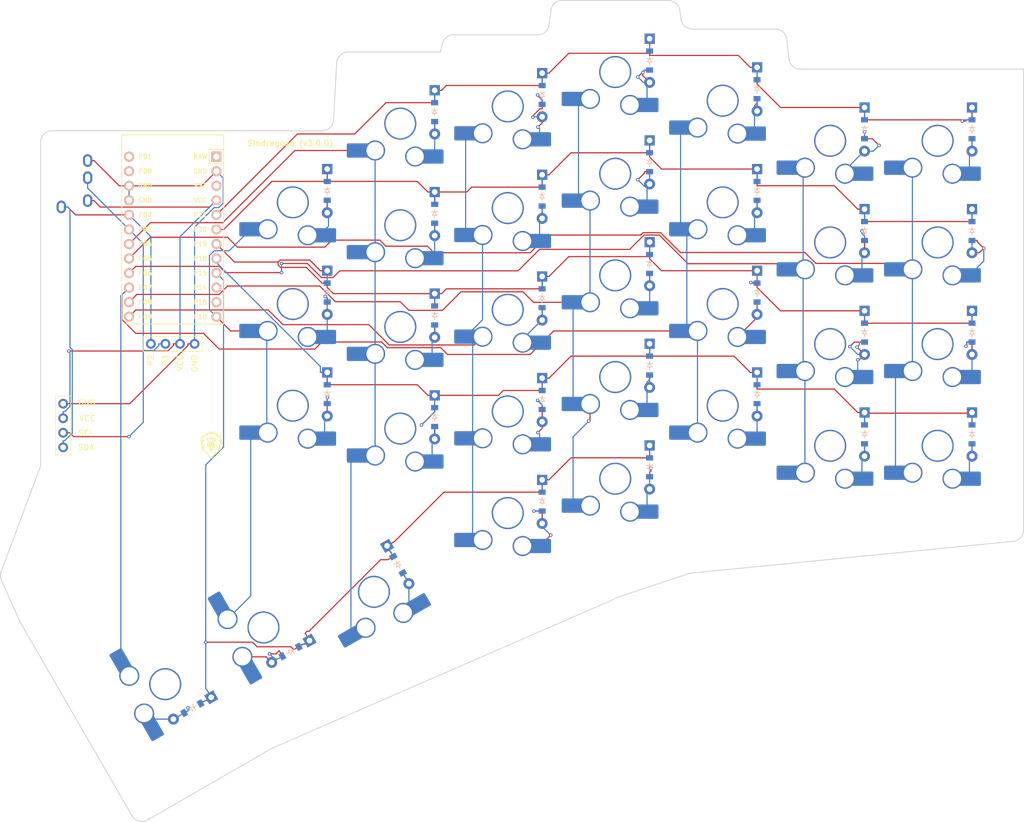
<source format=kicad_pcb>
(kicad_pcb (version 20241229) (generator "pcbnew") (generator_version "9.0")
  (title_block (title "board_right") (date "2026-01-28") (rev "v1.0.0") (company "Unknown"))
  (layers (0 "F.Cu" signal) (2 "B.Cu" signal) (13 "F.Paste" user) (15 "B.Paste" user) (5 "F.SilkS" user "F.Silkscreen") (7 "B.SilkS" user "B.Silkscreen") (1 "F.Mask" user) (3 "B.Mask" user) (25 "Edge.Cuts" user))
  (net 0 "")
  (net 1 "P5")
  (net 2 "mirror_first_bottom")
  (net 3 "GND")
  (net 4 "mirror_first_home")
  (net 5 "mirror_first_top")
  (net 6 "mirror_first_num")
  (net 7 "P6")
  (net 8 "mirror_second_bottom")
  (net 9 "mirror_second_home")
  (net 10 "mirror_second_top")
  (net 11 "mirror_second_num")
  (net 12 "P7")
  (net 13 "mirror_third_bottom")
  (net 14 "mirror_third_home")
  (net 15 "mirror_third_top")
  (net 16 "mirror_third_num")
  (net 17 "P8")
  (net 18 "mirror_fourth_mod")
  (net 19 "mirror_fourth_bottom")
  (net 20 "mirror_fourth_home")
  (net 21 "mirror_fourth_top")
  (net 22 "mirror_fourth_num")
  (net 23 "P9")
  (net 24 "mirror_fifth_mod")
  (net 25 "mirror_fifth_bottom")
  (net 26 "mirror_fifth_home")
  (net 27 "mirror_fifth_top")
  (net 28 "mirror_fifth_num")
  (net 29 "P4")
  (net 30 "mirror_sixth_bottom")
  (net 31 "mirror_sixth_home")
  (net 32 "mirror_sixth_top")
  (net 33 "mirror_sixth_num")
  (net 34 "P10")
  (net 35 "mirror_seventh_bottom")
  (net 36 "mirror_seventh_home")
  (net 37 "mirror_seventh_top")
  (net 38 "mirror_small_thumb_cluster")
  (net 39 "mirror_medium_thumb_cluster")
  (net 40 "mirror_big_thumb_cluster")
  (net 41 "P18")
  (net 42 "P19")
  (net 43 "P20")
  (net 44 "P21")
  (net 45 "P15")
  (net 46 "RAW")
  (net 47 "RST")
  (net 48 "VCC")
  (net 49 "P14")
  (net 50 "P16")
  (net 51 "P1")
  (net 52 "P0")
  (net 53 "P2")
  (net 54 "P3")
  (footprint "ComboDiode" (layer "F.Cu") (at 236.0215 75.4 -90)
    (property "Reference" "D12" (hide yes))
    (property "Value" "" (hide yes))
  )
  (footprint "ComboDiode" (layer "F.Cu") (at 198.5215 94.15 -90)
    (property "Reference" "D21" (hide yes))
    (property "Value" "" (hide yes))
  )
  (footprint "ComboDiode" (layer "F.Cu") (at 198.5215 111.9 -90)
    (property "Reference" "D20" (hide yes))
    (property "Value" "" (hide yes))
  )
  (footprint "ComboDiode" (layer "F.Cu") (at 161.0215 93.15 -90)
    (property "Reference" "D29" (hide yes))
    (property "Value" "" (hide yes))
  )
  (footprint "ComboDiode" (layer "F.Cu") (at 198.5215 147.4 -90)
    (property "Reference" "D18" (hide yes))
    (property "Value" "" (hide yes))
  )
  (footprint "ComboDiode" (layer "F.Cu") (at 236.0215 110.9 -90)
    (property "Reference" "D10" (hide yes))
    (property "Value" "" (hide yes))
  )
  (footprint "ceoloide:display_ssd1306" (layer "F.Cu") (at 134.0665 103.15)
    (property "Reference" "DISP1" (hide yes))
    (property "Value" "")
  )
  (footprint "ceoloide:mounting_hole_npth" (layer "F.Cu") (at 257.7715 130.1)
    (property "Reference" "MH2" (hide yes))
    (property "Value" "")
  )
  (footprint "ceoloide:mounting_hole_npth" (layer "F.Cu") (at 182.7715 127.1)
    (property "Reference" "MH3" (hide yes))
    (property "Value" "")
  )
  (footprint "ComboDiode" (layer "F.Cu") (at 236.0215 128.65 -90)
    (property "Reference" "D9" (hide yes))
    (property "Value" "" (hide yes))
  )
  (footprint "ComboDiode" (layer "F.Cu") (at 254.7715 100.15 -90)
    (property "Reference" "D7" (hide yes))
    (property "Value" "" (hide yes))
  )
  (footprint "ComboDiode" (layer "F.Cu") (at 273.5215 82.4 -90)
    (property "Reference" "D4" (hide yes))
    (property "Value" "" (hide yes))
  )
  (footprint "ComboDiode" (layer "F.Cu") (at 161.0215 128.65 -90)
    (property "Reference" "D27" (hide yes))
    (property "Value" "" (hide yes))
  )
  (footprint "ComboDiode" (layer "F.Cu") (at 217.2715 123.65 -90)
    (property "Reference" "D14" (hide yes))
    (property "Value" "" (hide yes))
  )
  (footprint "ComboDiode" (layer "F.Cu") (at 179.7715 97.15 -90)
    (property "Reference" "D25" (hide yes))
    (property "Value" "" (hide yes))
  )
  (footprint "ComboDiode" (layer "F.Cu") (at 173.3696 158.4179 -60)
    (property "Reference" "D30" (hide yes))
    (property "Value" "" (hide yes))
  )
  (footprint "ProMicro" (layer "F.Cu") (at 134.0665 101.15 -90)
    (property "Reference" "MCU1" (hide yes))
    (property "Value" "" (hide yes))
  )
  (footprint "ComboDiode" (layer "F.Cu") (at 179.7715 114.9 -90)
    (property "Reference" "D24" (hide yes))
    (property "Value" "" (hide yes))
  )
  (footprint "ceoloide:trrs_pj320a" (layer "F.Cu") (at 116.9215 84.65)
    (property "Reference" "TRRS1" (hide yes))
    (property "Value" "")
  )
  (footprint "ComboDiode" (layer "F.Cu") (at 236.0215 93.15 -90)
    (property "Reference" "D11" (hide yes))
    (property "Value" "" (hide yes))
  )
  (footprint "ComboDiode" (layer "F.Cu") (at 217.2715 141.4 -90)
    (property "Reference" "D13" (hide yes))
    (property "Value" "" (hide yes))
  )
  (footprint "ComboDiode" (layer "F.Cu") (at 254.7715 117.9 -90)
    (property "Reference" "D6" (hide yes))
    (property "Value" "" (hide yes))
  )
  (footprint "ComboDiode" (layer "F.Cu") (at 137.4859 183.4655 -150)
    (property "Reference" "D32" (hide yes))
    (property "Value" "" (hide yes))
  )
  (footprint "ComboDiode" (layer "F.Cu") (at 198.5215 76.4 -90)
    (property "Reference" "D22" (hide yes))
    (property "Value" "" (hide yes))
  )
  (footprint "ComboDiode" (layer "F.Cu") (at 254.7715 135.65 -90)
    (property "Reference" "D5" (hide yes))
    (property "Value" "" (hide yes))
  )
  (footprint "ComboDiode" (layer "F.Cu") (at 273.5215 100.15 -90)
    (property "Reference" "D3" (hide yes))
    (property "Value" "" (hide yes))
  )
  (footprint "ComboDiode" (layer "F.Cu") (at 217.2715 105.9 -90)
    (property "Reference" "D15" (hide yes))
    (property "Value" "" (hide yes))
  )
  (footprint "ComboDiode" (layer "F.Cu") (at 179.7715 132.65 -90)
    (property "Reference" "D23" (hide yes))
    (property "Value" "" (hide yes))
  )
  (footprint "ceoloide:mounting_hole_npth" (layer "F.Cu") (at 257.7715 95.35)
    (property "Reference" "MH1" (hide yes))
    (property "Value" "")
  )
  (footprint "ComboDiode" (layer "F.Cu") (at 198.5215 129.65 -90)
    (property "Reference" "D19" (hide yes))
    (property "Value" "" (hide yes))
  )
  (footprint "ceoloide:mounting_hole_npth" (layer "F.Cu") (at 144.4179 149.6721 -60)
    (property "Reference" "MH5" (hide yes))
    (property "Value" "")
  )
  (footprint "ComboDiode" (layer "F.Cu") (at 179.7715 79.4 -90)
    (property "Reference" "D26" (hide yes))
    (property "Value" "" (hide yes))
  )
  (footprint "ComboDiode" (layer "F.Cu") (at 154.6332 173.5655 -150)
    (property "Reference" "D31" (hide yes))
    (property "Value" "" (hide yes))
  )
  (footprint "ComboDiode" (layer "F.Cu") (at 161.0215 110.9 -90)
    (property "Reference" "D28" (hide yes))
    (property "Value" "" (hide yes))
  )
  (footprint "ceoloide:mounting_hole_npth" (layer "F.Cu") (at 182.7715 91.6)
    (property "Reference" "MH4" (hide yes))
    (property "Value" "")
  )
  (footprint "ComboDiode" (layer "F.Cu") (at 254.7715 82.4 -90)
    (property "Reference" "D8" (hide yes))
    (property "Value" "" (hide yes))
  )
  (footprint "ComboDiode" (layer "F.Cu") (at 217.2715 88.15 -90)
    (property "Reference" "D16" (hide yes))
    (property "Value" "" (hide yes))
  )
  (footprint "ComboDiode" (layer "F.Cu") (at 217.2715 70.4 -90)
    (property "Reference" "D17" (hide yes))
    (property "Value" "" (hide yes))
  )
  (footprint "splitKeyboard:i2c-breakout" (layer "F.Cu") (at 131.6465 134.11 -90)
    (property "Reference" "I2COut" (hide yes))
    (property "Value" "Val**" (hide yes))
  )
  (footprint "ComboDiode" (layer "F.Cu") (at 273.5215 135.65 -90)
    (property "Reference" "D1" (hide yes))
    (property "Value" "" (hide yes))
  )
  (footprint "ComboDiode" (layer "F.Cu") (at 273.5215 117.9 -90)
    (property "Reference" "D2" (hide yes))
    (property "Value" "" (hide yes))
  )
  (footprint "ceoloide:switch_gateron_ks27_ks33" (layer "B.Cu") (at 192.5215 78.4)
    (property "Reference" "S22" (hide yes))
    (property "Value" "")
  )
  (footprint "ceoloide:switch_gateron_ks27_ks33" (layer "B.Cu") (at 211.2715 72.4)
    (property "Reference" "S17" (hide yes))
    (property "Value" "")
  )
  (footprint "ceoloide:switch_gateron_ks27_ks33" (layer "B.Cu") (at 230.0215 130.65)
    (property "Reference" "S9" (hide yes))
    (property "Value" "")
  )
  (footprint "ceoloide:switch_gateron_ks27_ks33" (layer "B.Cu") (at 230.0215 77.4)
    (property "Reference" "S12" (hide yes))
    (property "Value" "")
  )
  (footprint "ceoloide:switch_gateron_ks27_ks33" (layer "B.Cu") (at 248.7715 119.9)
    (property "Reference" "S6" (hide yes))
    (property "Value" "")
  )
  (footprint "ceoloide:switch_gateron_ks27_ks33" (layer "B.Cu") (at 132.7538 179.2694 -60)
    (property "Reference" "S32" (hide yes))
    (property "Value" "")
  )
  (footprint "ceoloide:switch_gateron_ks27_ks33" (layer "B.Cu") (at 267.5215 137.65)
    (property "Reference" "S1" (hide yes))
    (property "Value" "")
  )
  (footprint "ceoloide:switch_gateron_ks27_ks33" (layer "B.Cu") (at 211.2715 125.65)
    (property "Reference" "S14" (hide yes))
    (property "Value" "")
  )
  (footprint "ceoloide:switch_gateron_ks27_ks33" (layer "B.Cu") (at 211.2715 143.4)
    (property "Reference" "S13" (hide yes))
    (property "Value" "")
  )
  (footprint "ceoloide:switch_gateron_ks27_ks33" (layer "B.Cu") (at 248.7715 137.65)
    (property "Reference" "S5" (hide yes))
    (property "Value" "")
  )
  (footprint "ceoloide:switch_gateron_ks27_ks33" (layer "B.Cu") (at 192.5215 113.9)
    (property "Reference" "S20" (hide yes))
    (property "Value" "")
  )
  (footprint "ceoloide:switch_gateron_ks27_ks33" (layer "B.Cu") (at 169.1734 163.15 30)
    (property "Reference" "S30" (hide yes))
    (property "Value" "")
  )
  (footprint "ceoloide:switch_gateron_ks27_ks33" (layer "B.Cu") (at 211.2715 107.9)
    (property "Reference" "S15" (hide yes))
    (property "Value" "")
  )
  (footprint "ceoloide:switch_gateron_ks27_ks33" (layer "B.Cu") (at 267.5215 102.15)
    (property "Reference" "S3" (hide yes))
    (property "Value" "")
  )
  (footprint "ceoloide:switch_gateron_ks27_ks33" (layer "B.Cu") (at 248.7715 84.4)
    (property "Reference" "S8" (hide yes))
    (property "Value" "")
  )
  (footprint "ceoloide:switch_gateron_ks27_ks33" (layer "B.Cu") (at 173.7715 81.4)
    (property "Reference" "S26" (hide yes))
    (property "Value" "")
  )
  (footprint "ceoloide:switch_gateron_ks27_ks33" (layer "B.Cu") (at 155.0215 112.9)
    (property "Reference" "S28" (hide yes))
    (property "Value" "")
  )
  (footprint "ceoloide:switch_gateron_ks27_ks33" (layer "B.Cu") (at 155.0215 95.15)
    (property "Reference" "S29" (hide yes))
    (property "Value" "")
  )
  (footprint "ceoloide:switch_gateron_ks27_ks33" (layer "B.Cu") (at 192.5215 149.4)
    (property "Reference" "S18" (hide yes))
    (property "Value" "")
  )
  (footprint "ceoloide:switch_gateron_ks27_ks33" (layer "B.Cu") (at 230.0215 112.9)
    (property "Reference" "S10" (hide yes))
    (property "Value" "")
  )
  (footprint "ceoloide:switch_gateron_ks27_ks33" (layer "B.Cu") (at 267.5215 119.9)
    (property "Reference" "S2" (hide yes))
    (property "Value" "")
  )
  (footprint "ceoloide:switch_gateron_ks27_ks33" (layer "B.Cu") (at 211.2715 90.15)
    (property "Reference" "S16" (hide yes))
    (property "Value" "")
  )
  (footprint "ceoloide:switch_gateron_ks27_ks33" (layer "B.Cu") (at 230.0215 95.15)
    (property "Reference" "S11" (hide yes))
    (property "Value" "")
  )
  (footprint "ceoloide:switch_gateron_ks27_ks33" (layer "B.Cu") (at 267.5215 84.4)
    (property "Reference" "S4" (hide yes))
    (property "Value" "")
  )
  (footprint "ceoloide:switch_gateron_ks27_ks33" (layer "B.Cu") (at 248.7715 102.15)
    (property "Reference" "S7" (hide yes))
    (property "Value" "")
  )
  (footprint "ceoloide:switch_gateron_ks27_ks33" (layer "B.Cu") (at 149.9011 169.3694 -60)
    (property "Reference" "S31" (hide yes))
    (property "Value" "")
  )
  (footprint "ceoloide:switch_gateron_ks27_ks33" (layer "B.Cu") (at 173.7715 116.9)
    (property "Reference" "S24" (hide yes))
    (property "Value" "")
  )
  (footprint "ceoloide:switch_gateron_ks27_ks33" (layer "B.Cu") (at 173.7715 99.15)
    (property "Reference" "S25" (hide yes))
    (property "Value" "")
  )
  (footprint "ceoloide:switch_gateron_ks27_ks33" (layer "B.Cu") (at 192.5215 131.65)
    (property "Reference" "S19" (hide yes))
    (property "Value" "")
  )
  (footprint "ceoloide:switch_gateron_ks27_ks33" (layer "B.Cu") (at 155.0215 130.65)
    (property "Reference" "S27" (hide yes))
    (property "Value" "")
  )
  (footprint "ceoloide:switch_gateron_ks27_ks33" (layer "B.Cu") (at 192.5215 96.15)
    (property "Reference" "S21" (hide yes))
    (property "Value" "")
  )
  (footprint "ceoloide:switch_gateron_ks27_ks33" (layer "B.Cu") (at 173.7715 134.65)
    (property "Reference" "S23" (hide yes))
    (property "Value" "")
  )
  (gr_poly (pts (xy 140.240026 136.200375) (xy 140.24099 136.200445) (xy 140.241961 136.200572) (xy 140.242971 136.200763) (xy 140.244052 136.201024) (xy 140.245238 136.201363) (xy 140.24656 136.201787) (xy 140.248052 136.202303) (xy 140.251673 136.20364) (xy 140.256362 136.20543) (xy 140.265698 136.20911) (xy 140.2746 136.212833) (xy 140.283141 136.216647) (xy 140.291395 136.220604) (xy 140.299438 136.22475) (xy 140.307342 136.229136) (xy 140.315184 136.233811) (xy 140.323037 136.238823) (xy 140.330975 136.244223) (xy 140.339073 136.250058) (xy 140.347406 136.256379) (xy 140.356048 136.263233) (xy 140.365073 136.270671) (xy 140.374555 136.278741) (xy 140.395191 136.296976) (xy 140.411748 136.311825) (xy 140.424541 136.323082) (xy 140.43039 136.328108) (xy 140.436334 136.333132) (xy 140.44989 136.344362) (xy 140.497303 136.383404) (xy 140.544716 136.422471) (xy 140.569546 136.442935) (xy 140.592207 136.46159) (xy 140.603348 136.471104) (xy 140.613551 136.480547) (xy 140.622812 136.489913) (xy 140.631127 136.499194) (xy 140.638494 136.508384) (xy 140.641821 136.512942) (xy 140.644909 136.517475) (xy 140.647759 136.521982) (xy 140.65037 136.526461) (xy 140.652741 136.530911) (xy 140.654872 136.535333) (xy 140.656764 136.539725) (xy 140.658414 136.544086) (xy 140.659823 136.548415) (xy 140.660991 136.552711) (xy 140.661917 136.556974) (xy 140.662601 136.561203) (xy 140.663042 136.565396) (xy 140.66324 136.569553) (xy 140.663195 136.573673) (xy 140.662905 136.577755) (xy 140.662372 136.581799) (xy 140.661594 136.585802) (xy 140.66057 136.589765) (xy 140.659302 136.593686) (xy 140.657787 136.597565) (xy 140.656027 136.601401) (xy 140.654637 136.603997) (xy 140.653103 136.606464) (xy 140.651431 136.608801) (xy 140.649627 136.611007) (xy 140.647699 136.61308) (xy 140.645654 136.615019) (xy 140.643499 136.616824) (xy 140.641241 136.618492) (xy 140.638886 136.620024) (xy 140.636443 136.621417) (xy 140.633917 136.62267) (xy 140.631317 136.623783) (xy 140.628648 136.624755) (xy 140.625919 136.625583) (xy 140.623135 136.626268) (xy 140.620305 136.626807) (xy 140.617434 136.6272) (xy 140.614531 136.627446) (xy 140.611602 136.627543) (xy 140.608653 136.62749) (xy 140.605693 136.627286) (xy 140.602728 136.626931) (xy 140.599765 136.626422) (xy 140.596811 136.625759) (xy 140.593874 136.62494) (xy 140.590959 136.623965) (xy 140.588075 136.622832) (xy 140.585228 136.62154) (xy 140.582425 136.620088) (xy 140.579674 136.618474) (xy 140.57698 136.616699) (xy 140.574352 136.61476) (xy 140.550779 136.596439) (xy 140.531655 136.581869) (xy 140.514961 136.569736) (xy 140.498675 136.558728) (xy 140.480775 136.547531) (xy 140.45924 136.534833) (xy 140.39718 136.499676) (xy 140.390378 136.495805) (xy 140.381961 136.490969) (xy 140.37353 136.486135) (xy 140.366716 136.482261) (xy 140.349022 136.472194) (xy 140.330148 136.461322) (xy 140.314237 136.452045) (xy 140.305428 136.44676) (xy 140.296202 136.440992) (xy 140.287421 136.435827) (xy 140.279075 136.431263) (xy 140.271156 136.427298) (xy 140.263656 136.42393) (xy 140.26006 136.42247) (xy 140.256566 136.421158) (xy 140.253172 136.419995) (xy 140.249878 136.418979) (xy 140.246682 136.418112) (xy 140.243584 136.417393) (xy 140.240582 136.416821) (xy 140.237675 136.416397) (xy 140.234862 136.41612) (xy 140.232143 136.415989) (xy 140.229515 136.416006) (xy 140.226979 136.416169) (xy 140.224532 136.416478) (xy 140.222175 136.416933) (xy 140.219905 136.417534) (xy 140.217722 136.41828) (xy 140.215625 136.419172) (xy 140.213613 136.420209) (xy 140.211684 136.421392) (xy 140.209838 136.422718) (xy 140.208074 136.42419) (xy 140.20639 136.425805) (xy 140.203752 136.428766) (xy 140.2015 136.43188) (xy 140.19964 136.435212) (xy 140.198174 136.438825) (xy 140.197107 136.442784) (xy 140.196443 136.447154) (xy 140.196186 136.451998) (xy 140.196341 136.45738) (xy 140.196911 136.463365) (xy 140.1979 136.470017) (xy 140.199313 136.477401) (xy 140.201154 136.485579) (xy 140.203427 136.494617) (xy 140.206135 136.504579) (xy 140.212876 136.52753) (xy 140.214074 136.531565) (xy 140.2153 136.53586) (xy 140.217696 136.544705) (xy 140.219788 136.553011) (xy 140.220633 136.556633) (xy 140.221298 136.559725) (xy 140.223196 136.56851) (xy 140.225331 136.57716) (xy 140.227803 136.585979) (xy 140.230713 136.595273) (xy 140.234161 136.605348) (xy 140.238248 136.616509) (xy 140.243074 136.629062) (xy 140.248739 136.643311) (xy 140.257322 136.663149) (xy 140.266325 136.680964) (xy 140.275823 136.696786) (xy 140.280781 136.703958) (xy 140.285892 136.710644) (xy 140.291164 136.716846) (xy 140.296607 136.722569) (xy 140.30223 136.727816) (xy 140.308043 136.732591) (xy 140.314055 136.736898) (xy 140.320275 136.74074) (xy 140.326713 136.744121) (xy 140.333378 136.747045) (xy 140.34028 136.749516) (xy 140.347428 136.751537) (xy 140.354832 136.753113) (xy 140.3625 136.754246) (xy 140.370443 136.754941) (xy 140.378669 136.755202) (xy 140.387188 136.755031) (xy 140.396009 136.754434) (xy 140.405143 136.753413) (xy 140.414597 136.751972) (xy 140.434507 136.747847) (xy 140.455815 136.742089) (xy 140.478596 136.734727) (xy 140.49238 136.729855) (xy 140.507044 136.72442) (xy 140.525331 136.717383) (xy 140.549986 136.7077) (xy 140.562632 136.702781) (xy 140.577143 136.697236) (xy 140.583187 136.694936) (xy 140.588085 136.693018) (xy 140.592164 136.691326) (xy 140.593998 136.690517) (xy 140.595751 136.689706) (xy 140.597462 136.688874) (xy 140.599174 136.688001) (xy 140.602762 136.686057) (xy 140.606841 136.683718) (xy 140.61174 136.680829) (xy 140.615869 136.678453) (xy 140.619859 136.676308) (xy 140.623704 136.674395) (xy 140.627396 136.672715) (xy 140.630927 136.671271) (xy 140.634291 136.670064) (xy 140.637479 136.669095) (xy 140.639005 136.6687) (xy 140.640484 136.668365) (xy 140.641916 136.668091) (xy 140.6433 136.667877) (xy 140.644634 136.667724) (xy 140.645917 136.667632) (xy 140.64715 136.667601) (xy 140.64833 136.667631) (xy 140.649457 136.667723) (xy 140.650531 136.667876) (xy 140.651549 136.668091) (xy 140.652511 136.668368) (xy 140.653417 136.668708) (xy 140.654265 136.66911) (xy 140.655054 136.669574) (xy 140.655783 136.670102) (xy 140.656452 136.670692) (xy 140.65706 136.671346) (xy 140.659726 136.675088) (xy 140.661961 136.679443) (xy 140.663766 136.684379) (xy 140.665145 136.689867) (xy 140.666098 136.695873) (xy 140.666628 136.702369) (xy 140.666737 136.709322) (xy 140.666428 136.716702) (xy 140.665701 136.724478) (xy 140.664561 136.732618) (xy 140.663007 136.741093) (xy 140.661044 136.749869) (xy 140.658672 136.758918) (xy 140.655894 136.768208) (xy 140.652712 136.777707) (xy 140.649128 136.787385) (xy 140.644016 136.801151) (xy 140.638169 136.817697) (xy 140.632938 136.833123) (xy 140.630975 136.839199) (xy 140.629672 136.843532) (xy 140.626856 136.853414) (xy 140.625336 136.858609) (xy 140.623988 136.863117) (xy 140.61528 136.891849) (xy 140.606985 136.918832) (xy 140.593938 136.960191) (xy 140.577642 137.012265) (xy 140.57093 137.034212) (xy 140.565748 137.051581) (xy 140.558148 137.078039) (xy 140.551515 137.102119) (xy 140.545681 137.124436) (xy 140.540478 137.145606) (xy 140.535635 137.16579) (xy 140.531994 137.180336) (xy 140.53034 137.186592) (xy 140.528648 137.192756) (xy 140.524691 137.206559) (xy 140.52263 137.213863) (xy 140.520742 137.22102) (xy 140.51903 137.228011) (xy 140.517497 137.234816) (xy 140.516144 137.241419) (xy 140.514973 137.2478) (xy 140.513988 137.25394) (xy 140.513189 137.259822) (xy 140.51258 137.265427) (xy 140.512163 137.270735) (xy 140.51194 137.27573) (xy 140.511913 137.280391) (xy 140.512085 137.284701) (xy 140.512457 137.288642) (xy 140.513033 137.292194) (xy 140.513813 137.295339) (xy 140.515029 137.297373) (xy 140.518158 137.30202) (xy 140.529309 137.317957) (xy 140.545579 137.340763) (xy 140.565283 137.368048) (xy 140.603577 137.42106) (xy 140.617234 137.440167) (xy 140.624634 137.45073) (xy 140.632373 137.462074) (xy 140.641534 137.475157) (xy 140.653181 137.491484) (xy 140.668378 137.512561) (xy 140.683564 137.533884) (xy 140.697432 137.554066) (xy 140.710013 137.573184) (xy 140.721341 137.591316) (xy 140.731446 137.608539) (xy 140.740362 137.624931) (xy 140.74812 137.640569) (xy 140.754753 137.655532) (xy 140.760294 137.669896) (xy 140.764774 137.68374) (xy 140.768225 137.697141) (xy 140.770681 137.710177) (xy 140.772173 137.722925) (xy 140.772733 137.735463) (xy 140.772394 137.747869) (xy 140.771188 137.76022) (xy 140.766035 137.793112) (xy 140.762938 137.808898) (xy 140.759499 137.824239) (xy 140.755721 137.839131) (xy 140.751606 137.85357) (xy 140.747157 137.867551) (xy 140.742379 137.881072) (xy 140.737274 137.894128) (xy 140.731845 137.906715) (xy 140.726094 137.918829) (xy 140.720027 137.930467) (xy 140.713644 137.941624) (xy 140.70695 137.952296) (xy 140.699948 137.96248) (xy 140.69264 137.972172) (xy 140.685031 137.981367) (xy 140.677122 137.990062) (xy 140.668917 137.998252) (xy 140.660419 138.005934) (xy 140.651631 138.013105) (xy 140.642557 138.019759) (xy 140.633199 138.025893) (xy 140.623561 138.031503) (xy 140.613646 138.036585) (xy 140.603456 138.041136) (xy 140.592995 138.04515) (xy 140.582266 138.048625) (xy 140.571272 138.051557) (xy 140.560016 138.05394) (xy 140.548502 138.055773) (xy 140.536732 138.057049) (xy 140.525617 138.057779) (xy 140.514729 138.058082) (xy 140.50405 138.057953) (xy 140.493563 138.057388) (xy 140.483253 138.056383) (xy 140.473102 138.054933) (xy 140.463095 138.053035) (xy 140.453214 138.050683) (xy 140.443443 138.047874) (xy 140.433766 138.044603) (xy 140.424166 138.040866) (xy 140.414627 138.036658) (xy 140.405131 138.031976) (xy 140.395663 138.026814) (xy 140.386205 138.021169) (xy 140.376742 138.015037) (xy 140.352865 137.997487) (xy 140.328735 137.976953) (xy 140.304568 137.95377) (xy 140.280582 137.928277) (xy 140.256995 137.900809) (xy 140.234025 137.871704) (xy 140.211888 137.8413) (xy 140.190803 137.809933) (xy 140.170987 137.77794) (xy 140.152658 137.745658) (xy 140.136033 137.713424) (xy 140.12133 137.681576) (xy 140.108766 137.650451) (xy 140.09856 137.620385) (xy 140.090928 137.591715) (xy 140.086088 137.564779) (xy 140.084323 137.549369) (xy 140.083058 137.534167) (xy 140.082292 137.519172) (xy 140.082026 137.504385) (xy 140.082259 137.489807) (xy 140.082991 137.475436) (xy 140.084223 137.461275) (xy 140.085954 137.447322) (xy 140.088185 137.433577) (xy 140.090914 137.420042) (xy 140.094142 137.406716) (xy 140.09787 137.393599) (xy 140.102096 137.380692) (xy 140.10682 137.367994) (xy 140.112044 137.355507) (xy 140.117766 137.343229) (xy 140.123986 137.331161) (xy 140.130705 137.319304) (xy 140.137922 137.307657) (xy 140.145638 137.296221) (xy 140.153851 137.284995) (xy 140.162563 137.273981) (xy 140.171773 137.263177) (xy 140.181481 137.252585) (xy 140.191686 137.242205) (xy 140.202389 137.232036) (xy 140.21359 137.222078) (xy 140.225289 137.212333) (xy 140.237485 137.2028) (xy 140.250179 137.193479) (xy 140.26337 137.184371) (xy 140.277058 137.175475) (xy 140.310378 137.154472) (xy 140.318671 137.149264) (xy 140.322972 137.146588) (xy 140.324779 137.145182) (xy 140.326574 137.143206) (xy 140.330108 137.137668) (xy 140.333536 137.130225) (xy 140.336817 137.121127) (xy 140.339912 137.110628) (xy 140.34278 137.098977) (xy 140.345383 137.086427) (xy 140.347679 137.073228) (xy 140.34963 137.059632) (xy 140.351195 137.04589) (xy 140.352335 137.032254) (xy 140.35301 137.018975) (xy 140.353179 137.006304) (xy 140.352803 136.994493) (xy 140.351843 136.983792) (xy 140.350258 136.974454) (xy 140.347928 136.965108) (xy 140.345221 136.956377) (xy 140.342092 136.948221) (xy 140.338499 136.940601) (xy 140.3344 136.933477) (xy 140.32975 136.926812) (xy 140.324507 136.920564) (xy 140.318628 136.914695) (xy 140.31207 136.909165) (xy 140.30479 136.903936) (xy 140.296746 136.898967) (xy 140.287893 136.894219) (xy 140.27819 136.889654) (xy 140.267593 136.885231) (xy 140.256059 136.880912) (xy 140.243546 136.876656) (xy 140.213496 136.866864) (xy 140.189999 136.858495) (xy 140.167277 136.849054) (xy 140.145405 136.838613) (xy 140.124461 136.827242) (xy 140.104521 136.815012) (xy 140.085661 136.801993) (xy 140.067958 136.788258) (xy 140.051488 136.773876) (xy 140.036327 136.758919) (xy 140.022551 136.743457) (xy 140.010238 136.727562) (xy 140.004654 136.719474) (xy 139.999463 136.711304) (xy 139.994677 136.703061) (xy 139.990304 136.694753) (xy 139.986353 136.686391) (xy 139.982835 136.677982) (xy 139.979759 136.669536) (xy 139.977135 136.661061) (xy 139.974971 136.652566) (xy 139.973278 136.644061) (xy 139.97112 136.629439) (xy 139.96976 136.615233) (xy 139.969243 136.601311) (xy 139.969611 136.587542) (xy 139.970907 136.573794) (xy 139.973177 136.559937) (xy 139.976463 136.54584) (xy 139.980809 136.53137) (xy 139.986258 136.516397) (xy 139.992854 136.50079) (xy 140.000641 136.484418) (xy 140.009661 136.467148) (xy 140.01996 136.448851) (xy 140.03158 136.429395) (xy 140.044564 136.408648) (xy 140.058958 136.38648) (xy 140.078182 136.357334) (xy 140.088717 136.340593) (xy 140.103038 136.317492) (xy 140.130163 136.275529) (xy 140.158229 136.232458) (xy 140.160404 136.229657) (xy 140.163112 136.226885) (xy 140.166311 136.224159) (xy 140.169961 136.221496) (xy 140.174021 136.218913) (xy 140.178451 136.216427) (xy 140.18321 136.214054) (xy 140.188258 136.211813) (xy 140.193554 136.209719) (xy 140.199058 136.20779) (xy 140.204729 136.206042) (xy 140.210526 136.204494) (xy 140.216409 136.203161) (xy 140.222337 136.20206) (xy 140.22827 136.201209) (xy 140.234167 136.200625) (xy 140.236848 136.200434) (xy 140.237988 136.200377) (xy 140.239036 136.200355)) (fill yes) (layer "F.SilkS"))
  (gr_poly (pts (xy 140.81565 137.943136) (xy 140.817843 137.944407) (xy 140.820279 137.946356) (xy 140.822966 137.948994) (xy 140.825909 137.952329) (xy 140.829116 137.956373) (xy 140.832595 137.961134) (xy 140.836352 137.966624) (xy 140.84473 137.979826) (xy 140.854306 137.996057) (xy 140.865137 138.015399) (xy 140.87728 138.037929) (xy 140.894734 138.070863) (xy 140.901926 138.084011) (xy 140.908425 138.095155) (xy 140.914477 138.104448) (xy 140.917412 138.108449) (xy 140.920329 138.112046) (xy 140.923258 138.115258) (xy 140.926229 138.118104) (xy 140.929274 138.120604) (xy 140.932423 138.122777) (xy 140.935707 138.124642) (xy 140.939158 138.126219) (xy 140.942806 138.127528) (xy 140.946682 138.128587) (xy 140.950816 138.129416) (xy 140.95524 138.130035) (xy 140.965081 138.130718) (xy 140.976452 138.130792) (xy 140.989598 138.130411) (xy 141.022207 138.128905) (xy 141.04784 138.1281) (xy 141.070993 138.12817) (xy 141.091751 138.129187) (xy 141.101259 138.130073) (xy 141.110201 138.131222) (xy 141.118587 138.132643) (xy 141.126429 138.134345) (xy 141.133736 138.136336) (xy 141.14052 138.138627) (xy 141.146792 138.141225) (xy 141.152562 138.144139) (xy 141.157842 138.147379) (xy 141.162641 138.150952) (xy 141.166971 138.154869) (xy 141.170843 138.159137) (xy 141.174267 138.163766) (xy 141.177254 138.168764) (xy 141.179815 138.174141) (xy 141.18196 138.179904) (xy 141.183702 138.186064) (xy 141.185049 138.192629) (xy 141.186013 138.199607) (xy 141.186605 138.207008) (xy 141.186836 138.21484) (xy 141.186716 138.223113) (xy 141.186257 138.231835) (xy 141.185468 138.241014) (xy 141.182946 138.260783) (xy 141.181285 138.270722) (xy 141.179345 138.280232) (xy 141.177083 138.289393) (xy 141.174452 138.298285) (xy 141.17141 138.306988) (xy 141.16791 138.315583) (xy 141.163909 138.324149) (xy 141.159362 138.332766) (xy 141.154224 138.341515) (xy 141.148451 138.350474) (xy 141.141997 138.359725) (xy 141.134818 138.369348) (xy 141.126871 138.379422) (xy 141.118109 138.390027) (xy 141.108488 138.401243) (xy 141.097964 138.413151) (xy 141.0831 138.42998) (xy 141.076588 138.437549) (xy 141.070634 138.444635) (xy 141.065197 138.451297) (xy 141.060233 138.457595) (xy 141.055702 138.463588) (xy 141.051561 138.469337) (xy 141.047768 138.474901) (xy 141.044281 138.48034) (xy 141.04106 138.485713) (xy 141.038061 138.49108) (xy 141.035242 138.496502) (xy 141.032562 138.502037) (xy 141.02998 138.507746) (xy 141.027452 138.513688) (xy 141.025572 138.518851) (xy 141.02387 138.52498) (xy 141.022293 138.532446) (xy 141.020787 138.541625) (xy 141.019296 138.55289) (xy 141.017768 138.566613) (xy 141.014378 138.602933) (xy 141.013514 138.612547) (xy 141.012648 138.621456) (xy 141.011777 138.629671) (xy 141.010899 138.637203) (xy 141.010011 138.644064) (xy 141.00911 138.650267) (xy 141.008196 138.655822) (xy 141.007264 138.660743) (xy 141.006313 138.66504) (xy 141.005339 138.668726) (xy 141.004844 138.670343) (xy 141.004342 138.671812) (xy 141.003833 138.673134) (xy 141.003317 138.674311) (xy 141.002794 138.675344) (xy 141.002263 138.676234) (xy 141.001724 138.676983) (xy 141.001177 138.677592) (xy 141.000622 138.678064) (xy 141.000057 138.678398) (xy 140.999484 138.678598) (xy 140.998901 138.678664) (xy 140.997273 138.67858) (xy 140.995639 138.678328) (xy 140.992355 138.677328) (xy 140.989054 138.675672) (xy 140.985742 138.673368) (xy 140.982423 138.670424) (xy 140.979102 138.666849) (xy 140.975786 138.662649) (xy 140.972478 138.657834) (xy 140.969185 138.652412) (xy 140.965911 138.64639) (xy 140.962662 138.639777) (xy 140.959442 138.632581) (xy 140.956258 138.62481) (xy 140.953113 138.616472) (xy 140.950014 138.607575) (xy 140.946966 138.598127) (xy 140.941019 138.579071) (xy 140.936288 138.564164) (xy 140.934303 138.558064) (xy 140.932531 138.552758) (xy 140.930943 138.548166) (xy 140.929508 138.544206) (xy 140.928196 138.540798) (xy 140.926978 138.537861) (xy 140.925823 138.535314) (xy 140.9247 138.533076) (xy 140.923581 138.531067) (xy 140.922435 138.529205) (xy 140.921231 138.527409) (xy 140.91994 138.525599) (xy 140.91896 138.524354) (xy 140.917927 138.52323) (xy 140.916843 138.522226) (xy 140.915712 138.521341) (xy 140.914537 138.520574) (xy 140.91332 138.519923) (xy 140.912064 138.519388) (xy 140.910774 138.518967) (xy 140.909451 138.518659) (xy 140.908098 138.518464) (xy 140.90672 138.518381) (xy 140.905319 138.518408) (xy 140.903897 138.518544) (xy 140.902458 138.518788) (xy 140.901005 138.519139) (xy 140.899541 138.519596) (xy 140.898069 138.520159) (xy 140.896593 138.520825) (xy 140.895114 138.521594) (xy 140.893636 138.522466) (xy 140.892163 138.523438) (xy 140.890697 138.524509) (xy 140.889241 138.52568) (xy 140.887798 138.526948) (xy 140.886372 138.528313) (xy 140.884965 138.529773) (xy 140.88358 138.531327) (xy 140.882221 138.532976) (xy 140.880891 138.534716) (xy 140.879591 138.536548) (xy 140.878327 138.53847) (xy 140.8771 138.540481) (xy 140.873292 138.547472) (xy 140.869591 138.555384) (xy 140.86589 138.564527) (xy 140.862088 138.575209) (xy 140.858078 138.587738) (xy 140.853758 138.602422) (xy 140.849022 138.619572) (xy 140.843768 138.639494) (xy 140.840859 138.650637) (xy 140.838209 138.660572) (xy 140.835788 138.669366) (xy 140.833564 138.677086) (xy 140.832516 138.680565) (xy 140.831506 138.6838) (xy 140.830529 138.686801) (xy 140.829582 138.689575) (xy 140.828662 138.692132) (xy 140.827763 138.694479) (xy 140.826882 138.696625) (xy 140.826016 138.698578) (xy 140.82516 138.700346) (xy 140.82431 138.701939) (xy 140.823463 138.703364) (xy 140.822614 138.70463) (xy 140.82176 138.705746) (xy 140.820897 138.706719) (xy 140.820021 138.707558) (xy 140.819128 138.708272) (xy 140.818214 138.708868) (xy 140.817275 138.709356) (xy 140.816307 138.709744) (xy 140.815307 138.71004) (xy 140.81427 138.710252) (xy 140.813193 138.710389) (xy 140.812072 138.71046) (xy 140.810902 138.710472) (xy 140.80869 138.710339) (xy 140.806634 138.709952) (xy 140.804707 138.709243) (xy 140.802878 138.708143) (xy 140.801119 138.706584) (xy 140.7994 138.704497) (xy 140.797693 138.701813) (xy 140.795967 138.698463) (xy 140.794195 138.69438) (xy 140.792348 138.689495) (xy 140.790395 138.683739) (xy 140.788308 138.677043) (xy 140.783614 138.660559) (xy 140.778036 138.639494) (xy 140.772782 138.619572) (xy 140.768047 138.602422) (xy 140.763726 138.587737) (xy 140.761689 138.581223) (xy 140.759717 138.575208) (xy 140.757796 138.569656) (xy 140.755914 138.564527) (xy 140.754058 138.559782) (xy 140.752214 138.555384) (xy 140.75037 138.551293) (xy 140.748512 138.547472) (xy 140.746628 138.543881) (xy 140.744705 138.540481) (xy 140.743478 138.53847) (xy 140.742213 138.536548) (xy 140.740914 138.534716) (xy 140.739583 138.532976) (xy 140.738224 138.531327) (xy 140.73684 138.529773) (xy 140.735433 138.528313) (xy 140.734007 138.526948) (xy 140.732564 138.52568) (xy 140.731108 138.524509) (xy 140.729642 138.523438) (xy 140.728168 138.522466) (xy 140.726691 138.521594) (xy 140.725212 138.520825) (xy 140.723735 138.520159) (xy 140.722263 138.519596) (xy 140.720799 138.519139) (xy 140.719347 138.518788) (xy 140.717908 138.518544) (xy 140.716486 138.518408) (xy 140.715084 138.518381) (xy 140.713706 138.518464) (xy 140.712354 138.518659) (xy 140.711031 138.518967) (xy 140.70974 138.519388) (xy 140.708485 138.519923) (xy 140.707268 138.520574) (xy 140.706092 138.521341) (xy 140.704961 138.522226) (xy 140.703878 138.52323) (xy 140.702844 138.524354) (xy 140.701865 138.525599) (xy 140.69937 138.529205) (xy 140.697104 138.533077) (xy 140.694827 138.537861) (xy 140.692297 138.544206) (xy 140.689274 138.552758) (xy 140.685517 138.564164) (xy 140.674838 138.598127) (xy 140.67179 138.607575) (xy 140.668691 138.616472) (xy 140.665547 138.62481) (xy 140.662362 138.632581) (xy 140.659143 138.639777) (xy 140.655893 138.64639) (xy 140.654259 138.649476) (xy 140.652619 138.652412) (xy 140.650975 138.655199) (xy 140.649326 138.657834) (xy 140.647674 138.660318) (xy 140.646019 138.662649) (xy 140.644361 138.664826) (xy 140.642702 138.666849) (xy 140.641042 138.668715) (xy 140.639382 138.670424) (xy 140.637722 138.671976) (xy 140.636063 138.673368) (xy 140.634405 138.674601) (xy 140.63275 138.675672) (xy 140.631098 138.676582) (xy 140.629449 138.677328) (xy 140.627805 138.677911) (xy 140.626165 138.678328) (xy 140.624531 138.67858) (xy 140.622904 138.678664) (xy 140.621747 138.678398) (xy 140.620627 138.677592) (xy 140.619541 138.676234) (xy 140.618488 138.674311) (xy 140.617463 138.671812) (xy 140.616465 138.668726) (xy 140.615492 138.66504) (xy 140.614541 138.660743) (xy 140.612694 138.650267) (xy 140.610906 138.637203) (xy 140.609157 138.621456) (xy 140.607427 138.602933) (xy 140.605658 138.58317) (xy 140.604037 138.566613) (xy 140.602508 138.55289) (xy 140.601761 138.546974) (xy 140.601017 138.541625) (xy 140.60027 138.536799) (xy 140.599511 138.532447) (xy 140.598735 138.528523) (xy 140.597934 138.52498) (xy 140.597102 138.521772) (xy 140.596233 138.518851) (xy 140.595318 138.516172) (xy 140.594353 138.513688) (xy 140.591825 138.507746) (xy 140.589242 138.502037) (xy 140.586562 138.496502) (xy 140.583744 138.49108) (xy 140.580745 138.485713) (xy 140.577523 138.48034) (xy 140.574037 138.474901) (xy 140.570244 138.469337) (xy 140.566103 138.463588) (xy 140.561572 138.457595) (xy 140.556608 138.451297) (xy 140.55117 138.444635) (xy 140.538705 138.42998) (xy 140.52384 138.413151) (xy 140.513316 138.401243) (xy 140.503696 138.390027) (xy 140.494934 138.379422) (xy 140.486986 138.369348) (xy 140.479808 138.359725) (xy 140.473354 138.350474) (xy 140.46758 138.341515) (xy 140.462442 138.332766) (xy 140.457895 138.324149) (xy 140.453894 138.315583) (xy 140.450395 138.306988) (xy 140.447352 138.298285) (xy 140.444722 138.289393) (xy 140.442459 138.280232) (xy 140.440519 138.270722) (xy 140.438858 138.260783) (xy 140.436337 138.241014) (xy 140.435088 138.223113) (xy 140.435199 138.207008) (xy 140.435791 138.199607) (xy 140.436756 138.192629) (xy 140.438103 138.186064) (xy 140.439844 138.179904) (xy 140.44199 138.174141) (xy 140.444551 138.168764) (xy 140.447538 138.163766) (xy 140.450962 138.159137) (xy 140.454833 138.154869) (xy 140.459164 138.150952) (xy 140.463963 138.147379) (xy 140.469242 138.144139) (xy 140.475013 138.141225) (xy 140.481284 138.138627) (xy 140.488069 138.136336) (xy 140.495376 138.134345) (xy 140.503217 138.132643) (xy 140.511604 138.131222) (xy 140.530053 138.129187) (xy 140.550811 138.12817) (xy 140.573964 138.1281) (xy 140.599598 138.128905) (xy 140.632207 138.130411) (xy 140.645353 138.130792) (xy 140.656723 138.130718) (xy 140.666564 138.130035) (xy 140.670988 138.129416) (xy 140.675123 138.128587) (xy 140.678999 138.127528) (xy 140.682646 138.126219) (xy 140.686097 138.124642) (xy 140.689382 138.122777) (xy 140.692531 138.120604) (xy 140.695576 138.118104) (xy 140.698547 138.115258) (xy 140.701475 138.112046) (xy 140.704392 138.108449) (xy 140.707328 138.104448) (xy 140.71338 138.095155) (xy 140.719879 138.084011) (xy 140.727071 138.070863) (xy 140.744524 138.037929) (xy 140.750763 138.02626) (xy 140.756667 138.015399) (xy 140.762243 138.005335) (xy 140.767498 137.996058) (xy 140.77244 137.987558) (xy 140.777074 137.979826) (xy 140.781409 137.972852) (xy 140.785452 137.966625) (xy 140.789209 137.961135) (xy 140.792687 137.956374) (xy 140.795895 137.95233) (xy 140.797399 137.950575) (xy 140.798838 137.948995) (xy 140.800213 137.947589) (xy 140.801524 137.946357) (xy 140.802773 137.945297) (xy 140.803961 137.944408) (xy 140.805087 137.943688) (xy 140.806154 137.943136) (xy 140.807162 137.942752) (xy 140.808112 137.942534) (xy 140.813692 137.942534)) (fill yes) (layer "F.SilkS"))
  (gr_poly (pts (xy 141.452558 138.777631) (xy 141.455388 138.777924) (xy 141.458249 138.778366) (xy 141.461141 138.778957) (xy 141.464062 138.779696) (xy 141.467011 138.780584) (xy 141.469986 138.781621) (xy 141.472986 138.782808) (xy 141.476009 138.784143) (xy 141.479053 138.785629) (xy 141.482119 138.787264) (xy 141.485203 138.789048) (xy 141.488304 138.790983) (xy 141.491803 138.793354) (xy 141.494953 138.795739) (xy 141.497769 138.798177) (xy 141.500265 138.800706) (xy 141.502454 138.803366) (xy 141.50435 138.806195) (xy 141.505967 138.809232) (xy 141.507319 138.812515) (xy 141.508419 138.816084) (xy 141.509282 138.819978) (xy 141.509921 138.824235) (xy 141.510349 138.828893) (xy 141.510582 138.833993) (xy 141.510632 138.839572) (xy 141.510514 138.845669) (xy 141.510241 138.852324) (xy 141.509934 138.859847) (xy 141.509771 138.867092) (xy 141.509747 138.873928) (xy 141.509858 138.880222) (xy 141.5101 138.885843) (xy 141.510467 138.890661) (xy 141.510696 138.892728) (xy 141.510956 138.894544) (xy 141.511244 138.896094) (xy 141.511561 138.89736) (xy 141.511811 138.897827) (xy 141.512317 138.898398) (xy 141.51308 138.899075) (xy 141.514102 138.899857) (xy 141.516933 138.901747) (xy 141.520826 138.904076) (xy 141.525797 138.906854) (xy 141.531863 138.910091) (xy 141.539041 138.913797) (xy 141.547347 138.917979) (xy 141.55567 138.92221) (xy 141.563141 138.926211) (xy 141.569818 138.930055) (xy 141.575756 138.933815) (xy 141.581013 138.937564) (xy 141.585644 138.941375) (xy 141.587743 138.943327) (xy 141.589707 138.945321) (xy 141.591542 138.947368) (xy 141.593257 138.949476) (xy 141.594858 138.951654) (xy 141.596351 138.953912) (xy 141.597746 138.956258) (xy 141.599047 138.958702) (xy 141.600263 138.961253) (xy 141.6014 138.96392) (xy 141.603467 138.969639) (xy 141.605304 138.975931) (xy 141.606968 138.982871) (xy 141.608516 138.99053) (xy 141.610004 138.998982) (xy 141.611135 139.007806) (xy 141.611665 139.016968) (xy 141.61162 139.026427) (xy 141.611021 139.036142) (xy 141.609893 139.046073) (xy 141.608258 139.056179) (xy 141.606142 139.066421) (xy 141.603567 139.076757) (xy 141.600556 139.087147) (xy 141.597134 139.097551) (xy 141.593323 139.107928) (xy 141.589147 139.118238) (xy 141.584631 139.12844) (xy 141.579796 139.138494) (xy 141.574667 139.148359) (xy 141.569268 139.157995) (xy 141.563622 139.167362) (xy 141.557751 139.176418) (xy 141.551681 139.185124) (xy 141.545434 139.193439) (xy 141.539034 139.201322) (xy 141.532505 139.208733) (xy 141.525869 139.215632) (xy 141.519151 139.221978) (xy 141.512374 139.22773) (xy 141.505562 139.232849) (xy 141.498737 139.237294) (xy 141.491924 139.241023) (xy 141.485146 139.243998) (xy 141.478427 139.246176) (xy 141.47179 139.247519) (xy 141.465259 139.247985) (xy 141.459293 139.247883) (xy 141.454096 139.247517) (xy 141.451785 139.247224) (xy 141.449665 139.246853) (xy 141.447735 139.246399) (xy 141.445996 139.245858) (xy 141.444446 139.245225) (xy 141.443085 139.244497) (xy 141.441913 139.24367) (xy 141.44093 139.242738) (xy 141.440135 139.241698) (xy 141.439527 139.240545) (xy 141.439107 139.239276) (xy 141.438873 139.237886) (xy 141.438826 139.236371) (xy 141.438965 139.234727) (xy 141.439289 139.232949) (xy 141.439798 139.231034) (xy 141.440492 139.228976) (xy 141.44137 139.226772) (xy 141.443677 139.221909) (xy 141.446717 139.216411) (xy 141.450485 139.210243) (xy 141.454979 139.203373) (xy 141.460194 139.195765) (xy 141.467792 139.184628) (xy 141.474614 139.174074) (xy 141.480674 139.164051) (xy 141.485986 139.154509) (xy 141.490562 139.145399) (xy 141.494417 139.13667) (xy 141.497562 139.128272) (xy 141.500013 139.120154) (xy 141.500982 139.116184) (xy 141.501782 139.112266) (xy 141.502414 139.108392) (xy 141.502881 139.104557) (xy 141.503185 139.100755) (xy 141.503326 139.096978) (xy 141.503307 139.093222) (xy 141.503129 139.089478) (xy 141.502794 139.085742) (xy 141.502303 139.082007) (xy 141.500862 139.074514) (xy 141.498819 139.06695) (xy 141.496187 139.059263) (xy 141.494363 139.054765) (xy 141.493411 139.052674) (xy 141.492431 139.050687) (xy 141.491424 139.048805) (xy 141.490388 139.047027) (xy 141.489325 139.045352) (xy 141.488232 139.043782) (xy 141.48711 139.042315) (xy 141.485958 139.040952) (xy 141.484777 139.039692) (xy 141.483564 139.038535) (xy 141.482322 139.03748) (xy 141.481047 139.036529) (xy 141.479742 139.03568) (xy 141.478404 139.034933) (xy 141.477034 139.034288) (xy 141.475631 139.033745) (xy 141.474196 139.033304) (xy 141.472726 139.032964) (xy 141.471223 139.032725) (xy 141.469685 139.032588) (xy 141.468113 139.032552) (xy 141.466506 139.032616) (xy 141.464863 139.03278) (xy 141.463185 139.033046) (xy 141.46147 139.033411) (xy 141.459719 139.033876) (xy 141.45793 139.034441) (xy 141.456105 139.035105) (xy 141.454241 139.035869) (xy 141.45234 139.036732) (xy 141.446902 139.039638) (xy 141.441676 139.043138) (xy 141.436616 139.047324) (xy 141.43167 139.05229) (xy 141.426792 139.058129) (xy 141.421932 139.064933) (xy 141.417042 139.072798) (xy 141.412073 139.081815) (xy 141.406977 139.092078) (xy 141.401704 139.10368) (xy 141.396205 139.116715) (xy 141.390434 139.131276) (xy 141.377875 139.165348) (xy 141.363637 139.206643) (xy 141.356423 139.22788) (xy 141.350059 139.24619) (xy 141.344384 139.261985) (xy 141.339241 139.275677) (xy 141.334469 139.287677) (xy 141.329911 139.298397) (xy 141.325406 139.308249) (xy 141.320797 139.317644) (xy 141.318657 139.321389) (xy 141.315421 139.326402) (xy 141.306233 139.339504) (xy 141.294367 139.355498) (xy 141.280963 139.372926) (xy 141.267155 139.390335) (xy 141.25408 139.40627) (xy 141.242876 139.419276) (xy 141.23833 139.424225) (xy 141.234678 139.427897) (xy 141.231097 139.431297) (xy 141.227884 139.434409) (xy 141.225068 139.437205) (xy 141.222674 139.439656) (xy 141.221645 139.440743) (xy 141.220732 139.441733) (xy 141.219938 139.442623) (xy 141.219268 139.443409) (xy 141.218724 139.444087) (xy 141.218309 139.444654) (xy 141.218028 139.445106) (xy 141.217938 139.445288) (xy 141.217884 139.44544) (xy 141.217585 139.446902) (xy 141.217358 139.448868) (xy 141.217109 139.454142) (xy 141.217121 139.460923) (xy 141.217379 139.468869) (xy 141.217869 139.477642) (xy 141.218573 139.486901) (xy 141.219479 139.496305) (xy 141.220569 139.505514) (xy 141.222187 139.518144) (xy 141.223436 139.528716) (xy 141.224343 139.537714) (xy 141.224939 139.545625) (xy 141.225251 139.552934) (xy 141.225309 139.560126) (xy 141.225142 139.567688) (xy 141.224779 139.576105) (xy 141.223892 139.596508) (xy 141.223203 139.616696) (xy 141.222914 139.622972) (xy 141.22239 139.629198) (xy 141.221639 139.635364) (xy 141.220666 139.64146) (xy 141.21948 139.647477) (xy 141.218088 139.653405) (xy 141.216495 139.659233) (xy 141.21471 139.664953) (xy 141.212739 139.670554) (xy 141.210589 139.676027) (xy 141.208268 139.681362) (xy 141.205781 139.68655) (xy 141.203137 139.691579) (xy 141.200341 139.696441) (xy 141.197402 139.701127) (xy 141.194326 139.705625) (xy 141.19112 139.709926) (xy 141.187791 139.714021) (xy 141.184346 139.7179) (xy 141.180791 139.721553) (xy 141.177135 139.72497) (xy 141.173384 139.728142) (xy 141.169544 139.731059) (xy 141.165624 139.73371) (xy 141.161629 139.736087) (xy 141.157567 139.738179) (xy 141.153445 139.739976) (xy 141.14927 139.74147) (xy 141.145048 139.74265) (xy 141.140787 139.743506) (xy 141.136494 139.744028) (xy 141.132176 139.744208) (xy 141.129845 139.744101) (xy 141.127888 139.743767) (xy 141.127051 139.74351) (xy 141.126309 139.743189) (xy 141.125662 139.742803) (xy 141.125112 139.74235) (xy 141.124658 139.741827) (xy 141.124301 139.741233) (xy 141.124042 139.740565) (xy 141.123882 139.739822) (xy 141.12382 139.739001) (xy 141.123857 139.7381) (xy 141.123994 139.737117) (xy 141.124232 139.736049) (xy 141.12501 139.733655) (xy 141.126197 139.730898) (xy 141.127795 139.727764) (xy 141.129811 139.724235) (xy 141.132247 139.720295) (xy 141.135108 139.715926) (xy 141.138399 139.711113) (xy 141.142123 139.705838) (xy 141.146646 139.69946) (xy 141.150732 139.693569) (xy 141.154403 139.688121) (xy 141.157679 139.683073) (xy 141.160578 139.678382) (xy 141.163121 139.674005) (xy 141.165328 139.669899) (xy 141.167218 139.666021) (xy 141.168812 139.662327) (xy 141.170129 139.658774) (xy 141.17119 139.65532) (xy 141.172013 139.651921) (xy 141.17262 139.648534) (xy 141.173029 139.645115) (xy 141.173261 139.641623) (xy 141.173336 139.638013) (xy 141.173015 139.631366) (xy 141.172059 139.625067) (xy 141.170492 139.619119) (xy 141.168336 139.613524) (xy 141.165615 139.608286) (xy 141.162353 139.603406) (xy 141.158572 139.598889) (xy 141.154296 139.594737) (xy 141.149549 139.590952) (xy 141.144354 139.587539) (xy 141.138734 139.584499) (xy 141.132713 139.581835) (xy 141.126313 139.579551) (xy 141.119559 139.57765) (xy 141.112474 139.576133) (xy 141.105081 139.575005) (xy 141.089465 139.573925) (xy 141.072897 139.574431) (xy 141.055566 139.576548) (xy 141.037658 139.580298) (xy 141.01936 139.585705) (xy 141.000858 139.592792) (xy 140.982341 139.601582) (xy 140.963995 139.612097) (xy 140.955828 139.617385) (xy 140.95211 139.619937) (xy 140.948637 139.622435) (xy 140.945405 139.624882) (xy 140.942414 139.627282) (xy 140.939663 139.629639) (xy 140.937152 139.631957) (xy 140.934878 139.634241) (xy 140.932842 139.636494) (xy 140.931042 139.638721) (xy 140.929477 139.640926) (xy 140.928146 139.643113) (xy 140.927049 139.645285) (xy 140.926183 139.647448) (xy 140.925549 139.649605) (xy 140.925145 139.651761) (xy 140.92497 139.653919) (xy 140.925024 139.656083) (xy 140.925305 139.658258) (xy 140.925812 139.660448) (xy 140.926544 139.662657) (xy 140.9275 139.664889) (xy 140.92868 139.667148) (xy 140.930082 139.669438) (xy 140.931705 139.671764) (xy 140.933549 139.674129) (xy 140.935612 139.676538) (xy 140.937893 139.678995) (xy 140.940392 139.681503) (xy 140.943107 139.684067) (xy 140.946037 139.686692) (xy 140.960826 139.700399) (xy 140.97466 139.714774) (xy 140.98749 139.729699) (xy 140.999269 139.745059) (xy 141.009949 139.760735) (xy 141.019483 139.776612) (xy 141.027824 139.792572) (xy 141.034923 139.808498) (xy 141.040733 139.824275) (xy 141.045208 139.839784) (xy 141.048298 139.854909) (xy 141.049309 139.86229) (xy 141.049957 139.869533) (xy 141.050235 139.87662) (xy 141.050137 139.883539) (xy 141.049658 139.890274) (xy 141.048791 139.89681) (xy 141.04753 139.903134) (xy 141.045871 139.909231) (xy 141.043805 139.915085) (xy 141.041329 139.920682) (xy 141.039508 139.92422) (xy 141.037743 139.927164) (xy 141.035951 139.929463) (xy 141.03502 139.930355) (xy 141.034052 139.931065) (xy 141.033038 139.931589) (xy 141.031966 139.931918) (xy 141.030827 139.932048) (xy 141.029611 139.93197) (xy 141.028307 139.93168) (xy 141.026906 139.931169) (xy 141.025397 139.930432) (xy 141.02377 139.929462) (xy 141.020124 139.926798) (xy 141.015884 139.923124) (xy 141.010972 139.918388) (xy 141.005305 139.912539) (xy 140.998803 139.905524) (xy 140.991385 139.897292) (xy 140.973477 139.876964) (xy 140.957037 139.858292) (xy 140.94171 139.841165) (xy 140.927437 139.825537) (xy 140.914158 139.811362) (xy 140.901816 139.798595) (xy 140.89035 139.787188) (xy 140.879702 139.777095) (xy 140.869812 139.768272) (xy 140.860622 139.760671) (xy 140.852071 139.754247) (xy 140.848018 139.751461) (xy 140.844102 139.748953) (xy 140.840317 139.746715) (xy 140.836655 139.744743) (xy 140.833108 139.74303) (xy 140.82967 139.741572) (xy 140.826333 139.740361) (xy 140.82309 139.739392) (xy 140.819932 139.73866) (xy 140.816853 139.738159) (xy 140.813846 139.737883) (xy 140.810903 139.737826) (xy 140.804952 139.738159) (xy 140.798716 139.739392) (xy 140.792135 139.741572) (xy 140.785151 139.744743) (xy 140.777703 139.748953) (xy 140.769734 139.754247) (xy 140.761184 139.760671) (xy 140.751993 139.768272) (xy 140.742104 139.777095) (xy 140.731455 139.787188) (xy 140.71999 139.798595) (xy 140.707647 139.811362) (xy 140.680096 139.841165) (xy 140.648329 139.876964) (xy 140.638836 139.887789) (xy 140.630421 139.897292) (xy 140.623003 139.905524) (xy 140.619643 139.909181) (xy 140.616501 139.912539) (xy 140.613569 139.915606) (xy 140.610834 139.918388) (xy 140.608289 139.920892) (xy 140.605922 139.923124) (xy 140.603723 139.92509) (xy 140.601683 139.926798) (xy 140.59979 139.928253) (xy 140.598036 139.929462) (xy 140.596409 139.930432) (xy 140.5949 139.931169) (xy 140.594187 139.931452) (xy 140.593499 139.93168) (xy 140.592835 139.931852) (xy 140.592195 139.93197) (xy 140.591577 139.932035) (xy 140.590979 139.932048) (xy 140.5904 139.932009) (xy 140.58984 139.931918) (xy 140.589296 139.931778) (xy 140.588768 139.931589) (xy 140.588254 139.931351) (xy 140.587754 139.931065) (xy 140.587264 139.930733) (xy 140.586786 139.930355) (xy 140.585855 139.929463) (xy 140.584951 139.928397) (xy 140.584063 139.927164) (xy 140.583182 139.925769) (xy 140.582298 139.92422) (xy 140.581399 139.922522) (xy 140.580477 139.920682) (xy 140.578001 139.915085) (xy 140.575935 139.909231) (xy 140.574276 139.903134) (xy 140.573015 139.89681) (xy 140.572148 139.890274) (xy 140.571669 139.883539) (xy 140.571571 139.87662) (xy 140.571849 139.869533) (xy 140.573508 139.854909) (xy 140.576598 139.839784) (xy 140.581072 139.824275) (xy 140.586883 139.808498) (xy 140.593982 139.792572) (xy 140.602323 139.776612) (xy 140.611857 139.760735) (xy 140.622537 139.745059) (xy 140.634316 139.729699) (xy 140.647146 139.714774) (xy 140.66098 139.700399) (xy 140.675769 139.686692) (xy 140.678699 139.684067) (xy 140.681414 139.681503) (xy 140.683913 139.678995) (xy 140.686194 139.676538) (xy 140.688257 139.674129) (xy 140.6901 139.671764) (xy 140.691724 139.669438) (xy 140.693126 139.667148) (xy 140.694306 139.664889) (xy 140.695262 139.662657) (xy 140.695994 139.660448) (xy 140.696501 139.658258) (xy 140.696782 139.656083) (xy 140.696835 139.653919) (xy 140.696661 139.651761) (xy 140.696257 139.649605) (xy 140.695623 139.647448) (xy 140.694757 139.645285) (xy 140.69366 139.643113) (xy 140.692329 139.640926) (xy 140.690764 139.638721) (xy 140.688964 139.636494) (xy 140.686928 139.634241) (xy 140.684654 139.631957) (xy 140.682143 139.629639) (xy 140.679392 139.627282) (xy 140.676401 139.624882) (xy 140.673169 139.622435) (xy 140.665978 139.617385) (xy 140.657811 139.612097) (xy 140.648671 139.606622) (xy 140.639465 139.601582) (xy 140.630216 139.596972) (xy 140.620948 139.592792) (xy 140.611683 139.589037) (xy 140.602446 139.585705) (xy 140.59326 139.582793) (xy 140.584148 139.580298) (xy 140.575134 139.578218) (xy 140.56624 139.576548) (xy 140.55749 139.575287) (xy 140.548909 139.574431) (xy 140.540518 139.573978) (xy 140.532341 139.573925) (xy 140.524403 139.574268) (xy 140.516725 139.575005) (xy 140.509332 139.576133) (xy 140.502247 139.57765) (xy 140.495493 139.579551) (xy 140.489093 139.581835) (xy 140.483072 139.584499) (xy 140.477452 139.587539) (xy 140.472257 139.590952) (xy 140.467509 139.594737) (xy 140.463234 139.598889) (xy 140.459453 139.603406) (xy 140.456191 139.608286) (xy 140.45347 139.613524) (xy 140.451314 139.619119) (xy 140.449746 139.625067) (xy 140.44879 139.631366) (xy 140.44847 139.638013) (xy 140.448544 139.641623) (xy 140.448776 139.645115) (xy 140.449186 139.648534) (xy 140.449792 139.651921) (xy 140.450616 139.65532) (xy 140.451677 139.658774) (xy 140.452994 139.662327) (xy 140.454588 139.666021) (xy 140.456478 139.669899) (xy 140.458685 139.674005) (xy 140.461228 139.678382) (xy 140.464127 139.683073) (xy 140.467403 139.688121) (xy 140.471074 139.693569) (xy 140.479683 139.705838) (xy 140.483407 139.711113) (xy 140.486698 139.715926) (xy 140.488182 139.718165) (xy 140.489559 139.720295) (xy 140.49083 139.722318) (xy 140.491995 139.724235) (xy 140.493055 139.72605) (xy 140.494011 139.727764) (xy 140.494862 139.72938) (xy 140.495609 139.730898) (xy 140.496254 139.732323) (xy 140.496796 139.733655) (xy 140.497236 139.734896) (xy 140.497574 139.736049) (xy 140.497812 139.737117) (xy 140.497949 139.7381) (xy 140.497986 139.739001) (xy 140.497924 139.739822) (xy 140.497856 139.740203) (xy 140.497764 139.740565) (xy 140.497646 139.740909) (xy 140.497505 139.741233) (xy 140.497339 139.741539) (xy 140.497148 139.741827) (xy 140.496933 139.742098) (xy 140.496694 139.74235) (xy 140.496431 139.742585) (xy 140.496144 139.742803) (xy 140.495497 139.743189) (xy 140.494755 139.74351) (xy 140.493918 139.743767) (xy 140.492987 139.743964) (xy 140.491961 139.744101) (xy 140.490842 139.744182) (xy 140.48963 139.744208) (xy 140.485312 139.744028) (xy 140.481019 139.743506) (xy 140.476758 139.74265) (xy 140.472536 139.74147) (xy 140.468361 139.739976) (xy 140.464239 139.738179) (xy 140.460177 139.736087) (xy 140.456182 139.73371) (xy 140.452262 139.731059) (xy 140.448422 139.728142) (xy 140.441015 139.721553) (xy 140.434015 139.714021) (xy 140.42748 139.705625) (xy 140.421465 139.696441) (xy 140.416025 139.68655) (xy 140.411217 139.676027) (xy 140.407096 139.664953) (xy 140.403718 139.653405) (xy 140.40114 139.64146) (xy 140.399416 139.629198) (xy 140.398603 139.616696) (xy 140.397914 139.596508) (xy 140.397027 139.576105) (xy 140.396664 139.567688) (xy 140.396496 139.560126) (xy 140.396554 139.552934) (xy 140.396867 139.545625) (xy 140.397462 139.537714) (xy 140.39837 139.528716) (xy 140.399619 139.518144) (xy 140.401237 139.505514) (xy 140.402326 139.496305) (xy 140.403231 139.486901) (xy 140.403935 139.477642) (xy 140.404425 139.468869) (xy 140.404684 139.460923) (xy 140.404697 139.454142) (xy 140.404606 139.451295) (xy 140.404448 139.448868) (xy 140.404221 139.446902) (xy 140.403922 139.44544) (xy 140.403778 139.445106) (xy 140.403497 139.444654) (xy 140.403083 139.444087) (xy 140.402538 139.443409) (xy 140.401074 139.441734) (xy 140.399131 139.439656) (xy 140.396738 139.437205) (xy 140.393921 139.434409) (xy 140.390709 139.431297) (xy 140.387128 139.427897) (xy 140.383475 139.424225) (xy 140.37893 139.419275) (xy 140.367725 139.40627) (xy 140.354651 139.390335) (xy 140.340843 139.372926) (xy 140.327439 139.355497) (xy 140.315574 139.339504) (xy 140.306385 139.326402) (xy 140.30315 139.321389) (xy 140.301009 139.317644) (xy 140.2964 139.308249) (xy 140.291896 139.298397) (xy 140.287337 139.287677) (xy 140.282566 139.275677) (xy 140.277422 139.261985) (xy 140.271747 139.24619) (xy 140.258169 139.206643) (xy 140.250816 139.185046) (xy 140.243932 139.165348) (xy 140.237467 139.147456) (xy 140.231373 139.131276) (xy 140.225601 139.116715) (xy 140.220103 139.10368) (xy 140.21483 139.092078) (xy 140.212263 139.086784) (xy 140.209733 139.081815) (xy 140.207236 139.077156) (xy 140.204764 139.072798) (xy 140.202312 139.068727) (xy 140.199874 139.064933) (xy 140.197444 139.061404) (xy 140.195014 139.058129) (xy 140.192581 139.055094) (xy 140.190136 139.05229) (xy 140.187675 139.049704) (xy 140.185191 139.047324) (xy 140.182678 139.04514) (xy 140.18013 139.043138) (xy 140.177541 139.041308) (xy 140.174905 139.039638) (xy 140.172216 139.038117) (xy 140.169467 139.036732) (xy 140.167565 139.035869) (xy 140.165702 139.035105) (xy 140.163876 139.034441) (xy 140.162088 139.033876) (xy 140.160337 139.033411) (xy 140.158622 139.033046) (xy 140.156943 139.03278) (xy 140.155301 139.032616) (xy 140.153693 139.032552) (xy 140.152121 139.032588) (xy 140.150584 139.032725) (xy 140.14908 139.032964) (xy 140.147611 139.033304) (xy 140.146175 139.033745) (xy 140.144772 139.034288) (xy 140.143402 139.034933) (xy 140.142065 139.03568) (xy 140.140759 139.036529) (xy 140.139485 139.03748) (xy 140.138242 139.038535) (xy 140.13703 139.039692) (xy 140.135848 139.040952) (xy 140.134696 139.042315) (xy 140.133574 139.043782) (xy 140.132482 139.045352) (xy 140.131418 139.047027) (xy 140.130382 139.048805) (xy 140.129375 139.050687) (xy 140.128395 139.052674) (xy 140.127443 139.054765) (xy 140.125619 139.059263) (xy 140.122987 139.06695) (xy 140.120944 139.074514) (xy 140.119503 139.082007) (xy 140.118677 139.089478) (xy 140.11848 139.096978) (xy 140.118925 139.104557) (xy 140.120025 139.112266) (xy 140.121793 139.120154) (xy 140.124244 139.128272) (xy 140.127389 139.13667) (xy 140.131244 139.145399) (xy 140.13582 139.154509) (xy 140.141132 139.164051) (xy 140.147192 139.174074) (xy 140.154014 139.184628) (xy 140.161612 139.195765) (xy 140.166827 139.203373) (xy 140.171321 139.210243) (xy 140.175089 139.216411) (xy 140.1767 139.219242) (xy 140.178129 139.221909) (xy 140.179374 139.224418) (xy 140.180436 139.226772) (xy 140.181314 139.228976) (xy 140.182008 139.231034) (xy 140.182517 139.232949) (xy 140.182842 139.234727) (xy 140.18298 139.236371) (xy 140.182933 139.237886) (xy 140.182699 139.239276) (xy 140.182279 139.240545) (xy 140.181671 139.241698) (xy 140.180876 139.242738) (xy 140.179893 139.24367) (xy 140.178721 139.244497) (xy 140.177361 139.245225) (xy 140.175811 139.245858) (xy 140.174071 139.246399) (xy 140.172142 139.246853) (xy 140.170021 139.247224) (xy 140.16771 139.247517) (xy 140.165208 139.247735) (xy 140.162513 139.247883) (xy 140.156548 139.247985) (xy 140.150016 139.247519) (xy 140.143379 139.246177) (xy 140.13666 139.243998) (xy 140.129882 139.241024) (xy 140.123069 139.237294) (xy 140.116245 139.232849) (xy 140.109432 139.227731) (xy 140.102655 139.221978) (xy 140.089301 139.208733) (xy 140.076372 139.193439) (xy 140.064055 139.176418) (xy 140.052538 139.157996) (xy 140.04201 139.138494) (xy 140.032659 139.118238) (xy 140.024672 139.097551) (xy 140.018239 139.076757) (xy 140.013547 139.056179) (xy 140.010785 139.036142) (xy 140.010186 139.026427) (xy 140.010141 139.016968) (xy 140.010671 139.007806) (xy 140.011802 138.998982) (xy 140.01329 138.99053) (xy 140.014838 138.982871) (xy 140.016502 138.975932) (xy 140.018339 138.969639) (xy 140.020406 138.96392) (xy 140.021543 138.961253) (xy 140.022759 138.958702) (xy 140.024061 138.956258) (xy 140.025455 138.953912) (xy 140.026949 138.951654) (xy 140.028549 138.949476) (xy 140.030264 138.947368) (xy 140.0321 138.945322) (xy 140.034063 138.943327) (xy 140.036162 138.941375) (xy 140.038403 138.939458) (xy 140.040794 138.937564) (xy 140.04605 138.933815) (xy 140.051988 138.930056) (xy 140.058665 138.926212) (xy 140.066137 138.922211) (xy 140.07446 138.917979) (xy 140.082765 138.913797) (xy 140.089943 138.910091) (xy 140.093114 138.908415) (xy 140.096009 138.906854) (xy 140.098631 138.905408) (xy 140.100981 138.904076) (xy 140.103061 138.902855) (xy 140.104873 138.901746) (xy 140.10642 138.900747) (xy 140.107704 138.899857) (xy 140.108726 138.899074) (xy 140.109489 138.898398) (xy 140.109774 138.898099) (xy 140.109995 138.897827) (xy 140.110152 138.897581) (xy 140.110246 138.89736) (xy 140.110563 138.896093) (xy 140.110852 138.894544) (xy 140.111341 138.890661) (xy 140.111709 138.885843) (xy 140.11195 138.880221) (xy 140.112061 138.873927) (xy 140.112037 138.867092) (xy 140.111873 138.859847) (xy 140.111566 138.852324) (xy 140.111292 138.845669) (xy 140.111174 138.839572) (xy 140.111224 138.833993) (xy 140.111317 138.831385) (xy 140.111457 138.828893) (xy 140.111646 138.826511) (xy 140.111886 138.824234) (xy 140.112178 138.822058) (xy 140.112525 138.819978) (xy 140.112927 138.817988) (xy 140.113387 138.816084) (xy 140.113907 138.814261) (xy 140.114488 138.812515) (xy 140.115131 138.81084) (xy 140.115839 138.809231) (xy 140.116614 138.807684) (xy 140.117456 138.806194) (xy 140.118369 138.804756) (xy 140.119353 138.803366) (xy 140.12041 138.802017) (xy 140.121541 138.800706) (xy 140.12275 138.799428) (xy 140.124037 138.798177) (xy 140.125404 138.796949) (xy 140.126853 138.795739) (xy 140.128386 138.794543) (xy 140.130004 138.793354) (xy 140.131708 138.792169) (xy 140.133502 138.790983) (xy 140.136604 138.789049) (xy 140.139688 138.787264) (xy 140.142753 138.78563) (xy 140.145798 138.784145) (xy 140.148821 138.782809) (xy 140.15182 138.781623) (xy 140.154795 138.780586) (xy 140.157744 138.779698) (xy 140.160665 138.778959) (xy 140.163557 138.778368) (xy 140.166419 138.777926) (xy 140.169248 138.777632) (xy 140.172044 138.777486) (xy 140.174806 138.777488) (xy 140.177531 138.777638) (xy 140.180218 138.777936) (xy 140.182866 138.77838) (xy 140.185473 138.778972) (xy 140.188038 138.779711) (xy 140.190559 138.780596) (xy 140.193035 138.781628) (xy 140.195465 138.782806) (xy 140.197848 138.784129) (xy 140.200181 138.785599) (xy 140.202463 138.787214) (xy 140.204694 138.788975) (xy 140.206871 138.790881) (xy 140.208993 138.792933) (xy 140.21106 138.795129) (xy 140.213069 138.79747) (xy 140.215019 138.799955) (xy 140.216908 138.802585) (xy 140.21859 138.805132) (xy 140.220152 138.80773) (xy 140.221606 138.810426) (xy 140.222966 138.813269) (xy 140.224244 138.816306) (xy 140.225453 138.819586) (xy 140.226607 138.823156) (xy 140.227717 138.827065) (xy 140.229858 138.83609) (xy 140.231979 138.847044) (xy 140.234183 138.860312) (xy 140.236571 138.876276) (xy 140.238036 138.886232) (xy 140.239379 138.894392) (xy 140.24084 138.9016) (xy 140.24169 138.905111) (xy 140.242659 138.908701) (xy 140.245075 138.916536) (xy 140.248328 138.92595) (xy 140.252657 138.937786) (xy 140.258301 138.952887) (xy 140.276699 139.002083) (xy 140.287707 139.029517) (xy 140.300239 139.056911) (xy 140.314321 139.084295) (xy 140.329977 139.111699) (xy 140.347232 139.139153) (xy 140.366111 139.166688) (xy 140.386638 139.194332) (xy 140.408838 139.222117) (xy 140.432736 139.250071) (xy 140.458357 139.278226) (xy 140.485725 139.306611) (xy 140.514866 139.335256) (xy 140.545804 139.364191) (xy 140.578563 139.393446) (xy 140.613169 139.423052) (xy 140.649647 139.453037) (xy 140.666394 139.466687) (xy 140.684038 139.481252) (xy 140.707232 139.500295) (xy 140.72827 139.517048) (xy 140.737962 139.524553) (xy 140.747092 139.531468) (xy 140.755652 139.53779) (xy 140.763635 139.543513) (xy 140.771033 139.548631) (xy 140.77784 139.55314) (xy 140.784046 139.557033) (xy 140.789645 139.560306) (xy 140.794628 139.562953) (xy 140.79899 139.564969) (xy 140.80272 139.566349) (xy 140.804347 139.566798) (xy 140.805813 139.567087) (xy 140.806461 139.567212) (xy 140.807107 139.567322) (xy 140.807752 139.567418) (xy 140.808396 139.567498) (xy 140.809038 139.567562) (xy 140.809678 139.56761) (xy 140.810317 139.567641) (xy 140.810955 139.567655) (xy 140.811591 139.567651) (xy 140.812225 139.567629) (xy 140.812858 139.567588) (xy 140.813488 139.567528) (xy 140.814117 139.567448) (xy 140.814745 139.567348) (xy 140.81537 139.567228) (xy 140.815993 139.567087) (xy 140.819086 139.566349) (xy 140.822817 139.564969) (xy 140.827178 139.562953) (xy 140.832162 139.560306) (xy 140.837761 139.557033) (xy 140.843967 139.55314) (xy 140.858172 139.543513) (xy 140.874715 139.531468) (xy 140.893536 139.517048) (xy 140.914575 139.500295) (xy 140.937769 139.481252) (xy 140.955414 139.466687) (xy 140.97216 139.453037) (xy 141.008638 139.423052) (xy 141.043244 139.393447) (xy 141.076003 139.364191) (xy 141.106941 139.335256) (xy 141.136082 139.306611) (xy 141.16345 139.278227) (xy 141.189071 139.250072) (xy 141.212969 139.222117) (xy 141.235169 139.194332) (xy 141.255696 139.166688) (xy 141.274575 139.139153) (xy 141.29183 139.111699) (xy 141.307486 139.084295) (xy 141.321568 139.056911) (xy 141.334101 139.029517) (xy 141.345109 139.002083) (xy 141.363506 138.952887) (xy 141.369151 138.937786) (xy 141.37348 138.92595) (xy 141.375225 138.920993) (xy 141.376732 138.916536) (xy 141.37803 138.912474) (xy 141.379148 138.908701) (xy 141.380117 138.905111) (xy 141.380967 138.9016) (xy 141.381727 138.898062) (xy 141.382428 138.894392) (xy 141.383771 138.886232) (xy 141.385236 138.876276) (xy 141.387625 138.860312) (xy 141.388743 138.853365) (xy 141.389828 138.847044) (xy 141.390893 138.841302) (xy 141.39195 138.83609) (xy 141.393011 138.83136) (xy 141.39409 138.827065) (xy 141.3952 138.823156) (xy 141.396354 138.819586) (xy 141.397563 138.816306) (xy 141.398841 138.813269) (xy 141.400201 138.810426) (xy 141.401655 138.80773) (xy 141.403217 138.805132) (xy 141.404899 138.802585) (xy 141.406788 138.799955) (xy 141.408738 138.79747) (xy 141.410747 138.795129) (xy 141.412814 138.792932) (xy 141.414936 138.790881) (xy 141.417113 138.788975) (xy 141.419344 138.787214) (xy 141.421627 138.785598) (xy 141.42396 138.784129) (xy 141.426342 138.782805) (xy 141.428772 138.781627) (xy 141.431248 138.780596) (xy 141.433769 138.779711) (xy 141.436334 138.778972) (xy 141.438941 138.77838) (xy 141.441589 138.777936) (xy 141.444276 138.777638) (xy 141.447001 138.777487) (xy 141.449762 138.777485)) (fill yes) (layer "F.SilkS"))
  (gr_poly (pts (xy 142.677683 137.170005) (xy 142.680057 137.170085) (xy 142.682428 137.170246) (xy 142.684793 137.170489) (xy 142.684784 137.170505) (xy 142.688318 137.171023) (xy 142.691829 137.171732) (xy 142.695309 137.172635) (xy 142.698752 137.173735) (xy 142.702149 137.175038) (xy 142.705494 137.176546) (xy 142.708779 137.178263) (xy 142.711996 137.180193) (xy 142.715138 137.18234) (xy 142.718199 137.184707) (xy 142.721169 137.187299) (xy 142.724043 137.190119) (xy 142.726812 137.193172) (xy 142.729469 137.19646) (xy 142.732007 137.199987) (xy 142.734419 137.203758) (xy 142.73806 137.210572) (xy 142.741212 137.218092) (xy 142.743876 137.226275) (xy 142.746052 137.235077) (xy 142.747739 137.244455) (xy 142.748939 137.254364) (xy 142.74965 137.264761) (xy 142.749874 137.275603) (xy 142.74961 137.286846) (xy 142.748859 137.298446) (xy 142.74762 137.310359) (xy 142.745894 137.322543) (xy 142.743681 137.334952) (xy 142.74098 137.347545) (xy 142.737793 137.360276) (xy 142.734119 137.373102) (xy 142.730323 137.384878) (xy 142.726264 137.396202) (xy 142.721982 137.407016) (xy 142.717517 137.41726) (xy 142.712909 137.426878) (xy 142.710564 137.431433) (xy 142.708198 137.43581) (xy 142.705817 137.440001) (xy 142.703425 137.443999) (xy 142.701027 137.447796) (xy 142.698629 137.451386) (xy 142.696235 137.454761) (xy 142.69385 137.457913) (xy 142.691479 137.460835) (xy 142.689128 137.463521) (xy 142.686802 137.465963) (xy 142.684505 137.468153) (xy 142.682242 137.470084) (xy 142.680019 137.471749) (xy 142.67784 137.473141) (xy 142.67571 137.474253) (xy 142.673635 137.475076) (xy 142.67162 137.475605) (xy 142.669669 137.475831) (xy 142.667787 137.475747) (xy 142.66598 137.475346) (xy 142.664253 137.474621) (xy 142.663173 137.473923) (xy 142.662307 137.47305) (xy 142.661667 137.471956) (xy 142.661265 137.470598) (xy 142.661112 137.468929) (xy 142.661219 137.466905) (xy 142.6616 137.464482) (xy 142.662265 137.461615) (xy 142.663226 137.458258) (xy 142.664495 137.454368) (xy 142.668005 137.444807) (xy 142.672888 137.432574) (xy 142.679239 137.417312) (xy 142.684025 137.405525) (xy 142.686126 137.399988) (xy 142.688032 137.394679) (xy 142.689738 137.389589) (xy 142.691245 137.38471) (xy 142.692549 137.380033) (xy 142.69365 137.375552) (xy 142.694544 137.371257) (xy 142.695232 137.367141) (xy 142.69571 137.363195) (xy 142.695976 137.359412) (xy 142.69603 137.355783) (xy 142.695868 137.352301) (xy 142.695491 137.348956) (xy 142.694894 137.345742) (xy 142.694077 137.34265) (xy 142.693039 137.339671) (xy 142.691776 137.336799) (xy 142.690287 137.334024) (xy 142.688571 137.331339) (xy 142.686625 137.328735) (xy 142.684448 137.326205) (xy 142.682038 137.32374) (xy 142.679394 137.321333) (xy 142.676512 137.318975) (xy 142.673392 137.316658) (xy 142.670031 137.314374) (xy 142.666429 137.312115) (xy 142.662582 137.309872) (xy 142.658489 137.307639) (xy 142.654149 137.305406) (xy 142.649531 137.303059) (xy 142.645331 137.300843) (xy 142.641514 137.298727) (xy 142.638047 137.296679) (xy 142.634898 137.294668) (xy 142.632032 137.292665) (xy 142.629417 137.290637) (xy 142.627018 137.288555) (xy 142.624802 137.286386) (xy 142.622737 137.284101) (xy 142.620788 137.281669) (xy 142.618922 137.279057) (xy 142.617105 137.276237) (xy 142.615305 137.273176) (xy 142.613488 137.269843) (xy 142.61162 137.266209) (xy 142.609537 137.261727) (xy 142.607799 137.257289) (xy 142.606397 137.252902) (xy 142.60532 137.24857) (xy 142.604558 137.244298) (xy 142.604101 137.240093) (xy 142.603939 137.235958) (xy 142.604061 137.231899) (xy 142.604457 137.227921) (xy 142.605118 137.22403) (xy 142.606032 137.220231) (xy 142.607191 137.216528) (xy 142.608582 137.212927) (xy 142.610197 137.209433) (xy 142.612026 137.206052) (xy 142.614057 137.202789) (xy 142.616281 137.199648) (xy 142.618688 137.196635) (xy 142.621267 137.193755) (xy 142.624009 137.191013) (xy 142.626902 137.188415) (xy 142.629937 137.185966) (xy 142.633105 137.18367) (xy 142.636393 137.181533) (xy 142.639793 137.179561) (xy 142.643294 137.177758) (xy 142.646886 137.17613) (xy 142.650559 137.174681) (xy 142.654302 137.173418) (xy 142.658106 137.172344) (xy 142.66196 137.171466) (xy 142.665854 137.170788) (xy 142.668206 137.170476) (xy 142.670567 137.170241) (xy 142.672936 137.170084) (xy 142.675308 137.170005)) (fill yes) (layer "F.SilkS"))
  (gr_poly (pts (xy 138.9465 137.17) (xy 138.948868 137.170078) (xy 138.951232 137.170233) (xy 138.95359 137.170465) (xy 138.955941 137.170772) (xy 138.959835 137.17145) (xy 138.963689 137.172328) (xy 138.967493 137.173402) (xy 138.971236 137.174665) (xy 138.974909 137.176114) (xy 138.978501 137.177742) (xy 138.982002 137.179545) (xy 138.985402 137.181518) (xy 138.988691 137.183654) (xy 138.991858 137.18595) (xy 138.994893 137.188399) (xy 138.997787 137.190997) (xy 139.000528 137.193739) (xy 139.003107 137.196619) (xy 139.005514 137.199632) (xy 139.007738 137.202773) (xy 139.009769 137.206037) (xy 139.011598 137.209418) (xy 139.013213 137.212911) (xy 139.014604 137.216512) (xy 139.015763 137.220215) (xy 139.016677 137.224014) (xy 139.017338 137.227906) (xy 139.017734 137.231883) (xy 139.017856 137.235942) (xy 139.017694 137.240077) (xy 139.017237 137.244283) (xy 139.016475 137.248554) (xy 139.015398 137.252886) (xy 139.013996 137.257273) (xy 139.012258 137.261711) (xy 139.010175 137.266193) (xy 139.008307 137.269827) (xy 139.00649 137.27316) (xy 139.00469 137.276221) (xy 139.002874 137.279041) (xy 139.001008 137.281653) (xy 138.999058 137.284085) (xy 138.996993 137.28637) (xy 138.994777 137.288539) (xy 138.992378 137.290621) (xy 138.989763 137.292649) (xy 138.986897 137.294652) (xy 138.983748 137.296663) (xy 138.980281 137.298711) (xy 138.976464 137.300827) (xy 138.972264 137.303043) (xy 138.967646 137.30539) (xy 138.959213 137.309856) (xy 138.951763 137.314358) (xy 138.945283 137.318959) (xy 138.942401 137.321317) (xy 138.939756 137.323724) (xy 138.937346 137.326189) (xy 138.935169 137.328719) (xy 138.933224 137.331323) (xy 138.931508 137.334008) (xy 138.930019 137.336783) (xy 138.928756 137.339655) (xy 138.927717 137.342634) (xy 138.926901 137.345726) (xy 138.926304 137.34894) (xy 138.925926 137.352285) (xy 138.925765 137.355767) (xy 138.925819 137.359396) (xy 138.926085 137.363179) (xy 138.926563 137.367125) (xy 138.928145 137.375536) (xy 138.93055 137.384694) (xy 138.933763 137.394663) (xy 138.93777 137.405509) (xy 138.942557 137.417296) (xy 138.945921 137.425328) (xy 138.948907 137.432558) (xy 138.951527 137.439031) (xy 138.953791 137.444791) (xy 138.955711 137.449883) (xy 138.956547 137.452193) (xy 138.957301 137.454352) (xy 138.957974 137.456366) (xy 138.95857 137.458242) (xy 138.959088 137.459984) (xy 138.959531 137.461598) (xy 138.9599 137.463091) (xy 138.960196 137.464466) (xy 138.960421 137.46573) (xy 138.960576 137.466889) (xy 138.960664 137.467948) (xy 138.960684 137.468913) (xy 138.960639 137.469789) (xy 138.960531 137.470582) (xy 138.96036 137.471297) (xy 138.960128 137.47194) (xy 138.959837 137.472518) (xy 138.959488 137.473034) (xy 138.959083 137.473495) (xy 138.958622 137.473907) (xy 138.958108 137.474275) (xy 138.957543 137.474605) (xy 138.955815 137.47533) (xy 138.954008 137.475731) (xy 138.952127 137.475815) (xy 138.950175 137.475589) (xy 138.94816 137.47506) (xy 138.946085 137.474237) (xy 138.941777 137.471733) (xy 138.937291 137.468137) (xy 138.932667 137.463505) (xy 138.927946 137.457897) (xy 138.923167 137.45137) (xy 138.918371 137.443983) (xy 138.913597 137.435794) (xy 138.908886 137.426862) (xy 138.904278 137.417244) (xy 138.899813 137.407) (xy 138.895531 137.396186) (xy 138.891472 137.384862) (xy 138.887676 137.373086) (xy 138.884004 137.36026) (xy 138.880818 137.347528) (xy 138.878118 137.334936) (xy 138.875906 137.322526) (xy 138.87418 137.310343) (xy 138.872941 137.298429) (xy 138.872189 137.286829) (xy 138.871925 137.275587) (xy 138.872148 137.264745) (xy 138.872859 137.254348) (xy 138.874058 137.244438) (xy 138.875745 137.235061) (xy 138.87792 137.226259) (xy 138.880583 137.218076) (xy 138.883735 137.210556) (xy 138.887376 137.203742) (xy 138.889788 137.199971) (xy 138.892327 137.196444) (xy 138.894986 137.193156) (xy 138.897756 137.190104) (xy 138.900632 137.187283) (xy 138.903605 137.184691) (xy 138.906667 137.182324) (xy 138.909812 137.180177) (xy 138.913032 137.178247) (xy 138.916319 137.17653) (xy 138.919666 137.175022) (xy 138.923065 137.17372) (xy 138.926509 137.172619) (xy 138.929991 137.171716) (xy 138.933503 137.171007) (xy 138.937037 137.170489) (xy 138.937027 137.170473) (xy 138.939392 137.170235) (xy 138.94176 137.170078) (xy 138.94413 137.17)) (fill yes) (layer "F.SilkS"))
  (gr_poly (pts (xy 140.773488 136.655482) (xy 140.774363 136.656583) (xy 140.774682 136.65983) (xy 140.773714 136.672428) (xy 140.770712 136.692601) (xy 140.765806 136.719679) (xy 140.759125 136.752988) (xy 140.750797 136.791857) (xy 140.729718 136.883581) (xy 140.721787 136.916508) (xy 140.718159 136.933428) (xy 140.716597 136.941952) (xy 140.71527 136.950498) (xy 140.714223 136.959054) (xy 140.713507 136.967603) (xy 140.713169 136.976132) (xy 140.713257 136.984627) (xy 140.71382 136.993072) (xy 140.714906 137.001453) (xy 140.716563 137.009756) (xy 140.71884 137.017966) (xy 140.720116 137.020827) (xy 140.720701 137.021964) (xy 140.721395 137.022927) (xy 140.722302 137.023732) (xy 140.72353 137.024394) (xy 140.725186 137.024929) (xy 140.727376 137.025354) (xy 140.730207 137.025684) (xy 140.733785 137.025935) (xy 140.74361 137.026263) (xy 140.776924 137.026673) (xy 140.786221 137.026807) (xy 140.794337 137.026979) (xy 140.810901 137.027398) (xy 140.827466 137.026989) (xy 140.835581 137.026811) (xy 140.844879 137.026673) (xy 140.864097 137.026467) (xy 140.871732 137.026373) (xy 140.878193 137.026264) (xy 140.883586 137.026123) (xy 140.885916 137.026036) (xy 140.888019 137.025935) (xy 140.889908 137.025819) (xy 140.891597 137.025685) (xy 140.893099 137.025531) (xy 140.894428 137.025355) (xy 140.895596 137.025156) (xy 140.896618 137.02493) (xy 140.897506 137.024678) (xy 140.898274 137.024395) (xy 140.898617 137.024242) (xy 140.898934 137.024081) (xy 140.899229 137.023911) (xy 140.899502 137.023733) (xy 140.899755 137.023546) (xy 140.899989 137.02335) (xy 140.900409 137.022928) (xy 140.900776 137.022468) (xy 140.901102 137.021965) (xy 140.901402 137.021419) (xy 140.901688 137.020828) (xy 140.902963 137.017966) (xy 140.905371 137.009769) (xy 140.907102 137.001476) (xy 140.908213 136.993102) (xy 140.908762 136.984661) (xy 140.908805 136.976168) (xy 140.908398 136.967638) (xy 140.907598 136.959086) (xy 140.906462 136.950527) (xy 140.905047 136.941976) (xy 140.90341 136.933447) (xy 140.899694 136.916516) (xy 140.892085 136.883581) (xy 140.880852 136.835612) (xy 140.871007 136.791857) (xy 140.862679 136.752989) (xy 140.855998 136.719679) (xy 140.851091 136.692601) (xy 140.849344 136.681609) (xy 140.84809 136.672428) (xy 140.847343 136.66514) (xy 140.847121 136.65983) (xy 140.84744 136.656583) (xy 140.847807 136.655759) (xy 140.848315 136.655482) (xy 140.849047 136.655612) (xy 140.849889 136.655995) (xy 140.851879 136.657483) (xy 140.854239 136.659869) (xy 140.856921 136.663072) (xy 140.85988 136.667016) (xy 140.863067 136.671621) (xy 140.869939 136.682505) (xy 140.877162 136.695098) (xy 140.884359 136.708774) (xy 140.891156 136.722908) (xy 140.894287 136.72995) (xy 140.897176 136.736872) (xy 140.902142 136.749331) (xy 140.906974 136.761651) (xy 140.910634 136.771161) (xy 140.9117 136.774028) (xy 140.912084 136.77519) (xy 140.91225 136.775894) (xy 140.912723 136.777292) (xy 140.914455 136.781834) (xy 140.920087 136.795592) (xy 140.926762 136.811177) (xy 140.929799 136.818002) (xy 140.932264 136.8233) (xy 140.954743 136.870067) (xy 140.992157 136.947996) (xy 141.024067 137.014374) (xy 141.026743 137.020196) (xy 141.029169 137.025989) (xy 141.031345 137.031747) (xy 141.033273 137.037465) (xy 141.034954 137.043137) (xy 141.03639 137.048756) (xy 141.037582 137.054318) (xy 141.038531 137.059818) (xy 141.039238 137.065248) (xy 141.039705 137.070604) (xy 141.039933 137.075879) (xy 141.039923 137.081069) (xy 141.039677 137.086168) (xy 141.039195 137.091169) (xy 141.038479 137.096068) (xy 141.037531 137.100858) (xy 141.036351 137.105534) (xy 141.034941 137.110091) (xy 141.033302 137.114522) (xy 141.031435 137.118822) (xy 141.029342 137.122985) (xy 141.027024 137.127006) (xy 141.024482 137.130879) (xy 141.021717 137.134598) (xy 141.018732 137.138158) (xy 141.015526 137.141553) (xy 141.012102 137.144777) (xy 141.00846 137.147824) (xy 141.004602 137.15069) (xy 141.000529 137.153368) (xy 140.996242 137.155852) (xy 140.991743 137.158138) (xy 140.985115 137.1611) (xy 140.97823 137.163797) (xy 140.971011 137.166239) (xy 140.963379 137.168436) (xy 140.955256 137.170395) (xy 140.946561 137.172127) (xy 140.937217 137.173641) (xy 140.927145 137.174945) (xy 140.904501 137.176962) (xy 140.877999 137.178251) (xy 140.847009 137.178885) (xy 140.810901 137.178938) (xy 140.774794 137.178885) (xy 140.758699 137.178645) (xy 140.743805 137.178251) (xy 140.730032 137.177693) (xy 140.717303 137.176962) (xy 140.705538 137.176049) (xy 140.694659 137.174945) (xy 140.684587 137.173641) (xy 140.675243 137.172127) (xy 140.666549 137.170395) (xy 140.658425 137.168436) (xy 140.650793 137.166239) (xy 140.643574 137.163797) (xy 140.636689 137.1611) (xy 140.63006 137.158138) (xy 140.625561 137.155852) (xy 140.621275 137.153368) (xy 140.617202 137.15069) (xy 140.613344 137.147824) (xy 140.609702 137.144776) (xy 140.606278 137.141552) (xy 140.603072 137.138158) (xy 140.600086 137.134598) (xy 140.597322 137.130879) (xy 140.59478 137.127006) (xy 140.592462 137.122985) (xy 140.590369 137.118822) (xy 140.588502 137.114522) (xy 140.586863 137.110091) (xy 140.585453 137.105534) (xy 140.584273 137.100858) (xy 140.583325 137.096068) (xy 140.582609 137.091169) (xy 140.582127 137.086168) (xy 140.581881 137.081069) (xy 140.582099 137.070603) (xy 140.583273 137.059817) (xy 140.585413 137.048756) (xy 140.588531 137.037465) (xy 140.592635 137.025989) (xy 140.597737 137.014374) (xy 140.629647 136.947996) (xy 140.66706 136.870067) (xy 140.68954 136.8233) (xy 140.692005 136.818002) (xy 140.695041 136.811177) (xy 140.701717 136.795592) (xy 140.704802 136.788154) (xy 140.707349 136.781834) (xy 140.709081 136.777292) (xy 140.709554 136.775894) (xy 140.709719 136.77519) (xy 140.71117 136.771161) (xy 140.71483 136.761651) (xy 140.724628 136.736872) (xy 140.727517 136.72995) (xy 140.730648 136.722907) (xy 140.733972 136.715823) (xy 140.737444 136.708774) (xy 140.741017 136.70184) (xy 140.744642 136.695098) (xy 140.748274 136.688627) (xy 140.751865 136.682505) (xy 140.755368 136.67681) (xy 140.758737 136.671621) (xy 140.761924 136.667015) (xy 140.764882 136.663072) (xy 140.767565 136.659868) (xy 140.769924 136.657483) (xy 140.770969 136.656622) (xy 140.771915 136.655995) (xy 140.772756 136.655611) (xy 140.773488 136.655481)) (fill yes) (layer "F.SilkS"))
  (gr_poly (pts (xy 139.289995 135.988443) (xy 139.294277 135.988727) (xy 139.298626 135.989209) (xy 139.303032 135.989881) (xy 139.307487 135.990737) (xy 139.316505 135.992971) (xy 139.325605 135.995856) (xy 139.334715 135.999336) (xy 139.343761 136.003354) (xy 139.352667 136.007856) (xy 139.361362 136.012786) (xy 139.36977 136.018088) (xy 139.377819 136.023706) (xy 139.385434 136.029584) (xy 139.392542 136.035667) (xy 139.399069 136.0419) (xy 139.404941 136.048225) (xy 139.410084 136.054589) (xy 139.429075 136.078101) (xy 139.430403 136.079719) (xy 139.431676 136.081226) (xy 139.432866 136.082591) (xy 139.433419 136.083209) (xy 139.43394 136.08378) (xy 139.434425 136.084299) (xy 139.43487 136.084762) (xy 139.435272 136.085165) (xy 139.435625 136.085504) (xy 139.435928 136.085775) (xy 139.436176 136.085973) (xy 139.436278 136.086044) (xy 139.436365 136.086095) (xy 139.436436 136.086127) (xy 139.436491 136.086137) (xy 139.445252 136.086294) (xy 139.453869 136.086701) (xy 139.462329 136.087352) (xy 139.470619 136.088237) (xy 139.478726 136.089351) (xy 139.486637 136.090684) (xy 139.49434 136.092228) (xy 139.501822 136.093976) (xy 139.509071 136.09592) (xy 139.516072 136.098052) (xy 139.522815 136.100363) (xy 139.529285 136.102847) (xy 139.535471 136.105495) (xy 139.541359 136.108298) (xy 139.546937 136.111251) (xy 139.552192 136.114343) (xy 139.557111 136.117569) (xy 139.561682 136.120918) (xy 139.565891 136.124385) (xy 139.569726 136.12796) (xy 139.573175 136.131636) (xy 139.576223 136.135405) (xy 139.57886 136.139259) (xy 139.581072 136.14319) (xy 139.582846 136.147191) (xy 139.584169 136.151253) (xy 139.585029 136.155368) (xy 139.585413 136.159528) (xy 139.585308 136.163727) (xy 139.584702 136.167954) (xy 139.583581 136.172204) (xy 139.581934 136.176468) (xy 139.58005 136.180069) (xy 139.577766 136.183309) (xy 139.575042 136.186197) (xy 139.571838 136.188739) (xy 139.568112 136.190942) (xy 139.563824 136.192815) (xy 139.558934 136.194364) (xy 139.553401 136.195597) (xy 139.547184 136.196521) (xy 139.540243 136.197144) (xy 139.532537 136.197473) (xy 139.524025 136.197516) (xy 139.514668 136.197279) (xy 139.504424 136.19677) (xy 139.481113 136.194968) (xy 139.467392 136.193592) (xy 139.461998 136.193053) (xy 139.457414 136.192692) (xy 139.453514 136.192568) (xy 139.451783 136.192614) (xy 139.450175 136.19274) (xy 139.448676 136.192956) (xy 139.447269 136.193267) (xy 139.44594 136.193682) (xy 139.444672 136.194208) (xy 139.44345 136.194852) (xy 139.442258 136.195621) (xy 139.441081 136.196523) (xy 139.439902 136.197566) (xy 139.438706 136.198756) (xy 139.437478 136.200101) (xy 139.434861 136.203286) (xy 139.431926 136.20718) (xy 139.428546 136.21184) (xy 139.419954 136.2237) (xy 139.405637 136.243172) (xy 139.403086 136.246491) (xy 139.400702 136.249441) (xy 139.398365 136.252149) (xy 139.395954 136.25474) (xy 139.393347 136.257339) (xy 139.390422 136.260072) (xy 139.383136 136.266445) (xy 139.359415 136.286332) (xy 139.340476 136.302329) (xy 139.322951 136.317322) (xy 139.308026 136.330288) (xy 139.296887 136.340204) (xy 139.280089 136.356006) (xy 139.264137 136.372045) (xy 139.249105 136.388197) (xy 139.235067 136.404337) (xy 139.222097 136.420342) (xy 139.210269 136.436086) (xy 139.199657 136.451445) (xy 139.190335 136.466295) (xy 139.182377 136.480511) (xy 139.175857 136.493969) (xy 139.17316 136.500374) (xy 139.17085 136.506543) (xy 139.168936 136.512461) (xy 139.167428 136.518111) (xy 139.166335 136.523478) (xy 139.165666 136.528547) (xy 139.165431 136.533302) (xy 139.165638 136.537727) (xy 139.166298 136.541806) (xy 139.167418 136.545526) (xy 139.169009 136.548868) (xy 139.17108 136.551819) (xy 139.172533 136.553501) (xy 139.173184 136.554154) (xy 139.173829 136.554679) (xy 139.174499 136.555073) (xy 139.174855 136.55522) (xy 139.17523 136.555334) (xy 139.175627 136.555413) (xy 139.176052 136.555458) (xy 139.177 136.555443) (xy 139.178106 136.555287) (xy 139.179403 136.554987) (xy 139.180924 136.554539) (xy 139.182702 136.553943) (xy 139.18716 136.552291) (xy 139.193043 136.550009) (xy 139.197011 136.548588) (xy 139.200964 136.547419) (xy 139.204902 136.546502) (xy 139.208822 136.545836) (xy 139.212723 136.54542) (xy 139.216604 136.545252) (xy 139.220463 136.545332) (xy 139.224298 136.545659) (xy 139.228108 136.546231) (xy 139.231892 136.547048) (xy 139.235648 136.548109) (xy 139.239374 136.549412) (xy 139.24307 136.550957) (xy 139.246732 136.552743) (xy 139.250361 136.554769) (xy 139.253955 136.557033) (xy 139.257511 136.559536) (xy 139.261029 136.562274) (xy 139.264506 136.565249) (xy 139.267943 136.568458) (xy 139.271336 136.571901) (xy 139.274684 136.575577) (xy 139.281242 136.583623) (xy 139.287603 136.592587) (xy 139.293755 136.602463) (xy 139.299688 136.613241) (xy 139.305388 136.624914) (xy 139.307294 136.629023) (xy 139.309014 136.632628) (xy 139.310586 136.635752) (xy 139.312046 136.63842) (xy 139.312746 136.63959) (xy 139.313433 136.640654) (xy 139.31411 136.641616) (xy 139.314782 136.642479) (xy 139.315455 136.643246) (xy 139.316133 136.643918) (xy 139.31682 136.644501) (xy 139.317522 136.644995) (xy 139.318242 136.645406) (xy 139.318986 136.645734) (xy 139.319758 136.645984) (xy 139.320563 136.646158) (xy 139.321405 136.646259) (xy 139.32229 136.64629) (xy 139.323221 136.646255) (xy 139.324204 136.646156) (xy 139.325243 136.645995) (xy 139.326343 136.645777) (xy 139.328744 136.645178) (xy 139.331444 136.644383) (xy 139.334481 136.643414) (xy 139.348061 136.639043) (xy 139.362102 136.634578) (xy 139.401712 136.621969) (xy 139.423015 136.615741) (xy 139.444463 136.610596) (xy 139.465898 136.606522) (xy 139.487167 136.603504) (xy 139.508111 136.601531) (xy 139.528576 136.600588) (xy 139.548404 136.600663) (xy 139.567441 136.601742) (xy 139.58553 136.603811) (xy 139.602515 136.606859) (xy 139.618239 136.610871) (xy 139.62558 136.613235) (xy 139.632548 136.615835) (xy 139.639122 136.618669) (xy 139.645284 136.621737) (xy 139.651013 136.625035) (xy 139.656291 136.628563) (xy 139.661098 136.63232) (xy 139.665414 136.636302) (xy 139.66922 136.640509) (xy 139.672497 136.644939) (xy 139.672966 136.645887) (xy 139.673108 136.646903) (xy 139.672863 136.64803) (xy 139.672171 136.649312) (xy 139.670975 136.650792) (xy 139.669214 136.652513) (xy 139.666831 136.654519) (xy 139.663765 136.656853) (xy 139.65535 136.662675) (xy 139.643497 136.670328) (xy 139.627735 136.680157) (xy 139.607591 136.692507) (xy 139.600201 136.697051) (xy 139.592811 136.701628) (xy 139.585409 136.706194) (xy 139.578007 136.710723) (xy 139.546067 136.730216) (xy 139.520249 136.746099) (xy 139.499595 136.758996) (xy 139.483152 136.769531) (xy 139.476211 136.774107) (xy 139.469963 136.778326) (xy 139.464291 136.782266) (xy 139.459073 136.786006) (xy 139.454191 136.789622) (xy 139.449526 136.793193) (xy 139.440366 136.800511) (xy 139.422017 136.81577) (xy 139.40495 136.830504) (xy 139.389132 136.844754) (xy 139.374532 136.858562) (xy 139.361117 136.87197) (xy 139.348855 136.885019) (xy 139.337713 136.897752) (xy 139.327659 136.910211) (xy 139.31866 136.922436) (xy 139.310686 136.934471) (xy 139.303702 136.946358) (xy 139.297677 136.958137) (xy 139.292579 136.969851) (xy 139.288375 136.981542) (xy 139.285033 136.993251) (xy 139.282521 137.005021) (xy 139.274376 137.050089) (xy 139.271173 137.067316) (xy 139.268516 137.081192) (xy 139.256129 137.14699) (xy 139.245648 137.20867) (xy 139.235937 137.273319) (xy 139.225857 137.348023) (xy 139.222356 137.37627) (xy 139.219344 137.403208) (xy 139.21682 137.428812) (xy 139.214786 137.453055) (xy 139.213239 137.475911) (xy 139.212181 137.497354) (xy 139.21161 137.517356) (xy 139.211527 137.535892) (xy 139.211931 137.552936) (xy 139.212823 137.568461) (xy 139.214201 137.582441) (xy 139.216066 137.594849) (xy 139.218417 137.605659) (xy 139.221255 137.614845) (xy 139.222856 137.61882) (xy 139.224578 137.62238) (xy 139.226422 137.625521) (xy 139.228387 137.628238) (xy 139.228789 137.628588) (xy 139.229347 137.62884) (xy 139.230913 137.62906) (xy 139.233049 137.628912) (xy 139.235721 137.628411) (xy 139.238893 137.627572) (xy 139.24253 137.626408) (xy 139.246597 137.624935) (xy 139.251059 137.623166) (xy 139.261025 137.618801) (xy 139.272147 137.613429) (xy 139.284142 137.607165) (xy 139.296729 137.600126) (xy 139.303466 137.596301) (xy 139.311612 137.591755) (xy 139.315497 137.589592) (xy 139.319319 137.58744) (xy 139.32264 137.585547) (xy 139.325022 137.584158) (xy 139.337142 137.577289) (xy 139.349547 137.570961) (xy 139.362211 137.565172) (xy 139.37511 137.559921) (xy 139.388218 137.555205) (xy 139.401512 137.551021) (xy 139.428557 137.544242) (xy 139.456046 137.539566) (xy 139.483782 137.536974) (xy 139.511567 137.536449) (xy 139.539203 137.537972) (xy 139.566493 137.541525) (xy 139.593238 137.54709) (xy 139.619241 137.554648) (xy 139.644303 137.564181) (xy 139.65642 137.569683) (xy 139.668228 137.575672) (xy 139.679702 137.582145) (xy 139.690818 137.5891) (xy 139.70155 137.596536) (xy 139.711874 137.60445) (xy 139.721765 137.612839) (xy 139.731199 137.621701) (xy 139.733557 137.624013) (xy 139.736084 137.626451) (xy 139.741327 137.631415) (xy 139.746299 137.636005) (xy 139.748487 137.637976) (xy 139.750371 137.639633) (xy 139.753089 137.642016) (xy 139.755596 137.644279) (xy 139.757902 137.646436) (xy 139.760015 137.648497) (xy 139.761944 137.650475) (xy 139.763699 137.65238) (xy 139.765287 137.654226) (xy 139.766719 137.656023) (xy 139.768003 137.657783) (xy 139.769148 137.659519) (xy 139.770162 137.661242) (xy 139.771056 137.662963) (xy 139.771838 137.664695) (xy 139.772516 137.666448) (xy 139.7731 137.668236) (xy 139.773599 137.67007) (xy 139.774119 137.672305) (xy 139.774475 137.674246) (xy 139.77463 137.675894) (xy 139.774548 137.677251) (xy 139.774405 137.67782) (xy 139.774189 137.678317) (xy 139.773894 137.678742) (xy 139.773517 137.679094) (xy 139.773051 137.679375) (xy 139.772492 137.679585) (xy 139.771837 137.679722) (xy 139.771079 137.679789) (xy 139.769238 137.679708) (xy 139.766933 137.679344) (xy 139.764125 137.678698) (xy 139.760776 137.677771) (xy 139.75685 137.676565) (xy 139.752308 137.675081) (xy 139.741224 137.671285) (xy 139.72992 137.667434) (xy 139.719093 137.663889) (xy 139.709972 137.661045) (xy 139.706434 137.660009) (xy 139.703785 137.659296) (xy 139.687854 137.655785) (xy 139.67167 137.653059) (xy 139.65533 137.651105) (xy 139.638932 137.649909) (xy 139.622573 137.649459) (xy 139.606351 137.649742) (xy 139.590363 137.650744) (xy 139.574707 137.652452) (xy 139.55948 137.654854) (xy 139.54478 137.657937) (xy 139.530704 137.661687) (xy 139.51735 137.666091) (xy 139.504815 137.671137) (xy 139.493197 137.676811) (xy 139.482593 137.683101) (xy 139.473101 137.689992) (xy 139.466409 137.695646) (xy 139.460149 137.701484) (xy 139.454282 137.707581) (xy 139.448773 137.714011) (xy 139.443586 137.720848) (xy 139.438684 137.728167) (xy 139.43403 137.736042) (xy 139.429588 137.744548) (xy 139.425323 137.753759) (xy 139.421196 137.763749) (xy 139.417172 137.774593) (xy 139.413214 137.786364) (xy 139.409286 137.799139) (xy 139.405352 137.81299) (xy 139.397318 137.844221) (xy 139.390739 137.870965) (xy 139.385654 137.890938) (xy 139.383487 137.899085) (xy 139.381473 137.906381) (xy 139.379536 137.913105) (xy 139.377603 137.919539) (xy 139.367917 137.948284) (xy 139.356863 137.975871) (xy 139.344517 138.00222) (xy 139.330958 138.027254) (xy 139.316262 138.050894) (xy 139.300508 138.073064) (xy 139.283773 138.093684) (xy 139.266134 138.112678) (xy 139.24767 138.129966) (xy 139.238152 138.137947) (xy 139.228457 138.145472) (xy 139.218594 138.152532) (xy 139.208573 138.159118) (xy 139.198404 138.165218) (xy 139.188097 138.170824) (xy 139.17766 138.175926) (xy 139.167104 138.180514) (xy 139.156438 138.184579) (xy 139.145673 138.18811) (xy 139.134817 138.191098) (xy 139.123881 138.193533) (xy 139.112874 138.195405) (xy 139.101806 138.196705) (xy 139.094349 138.197229) (xy 139.087112 138.197419) (xy 139.080085 138.197269) (xy 139.073257 138.196777) (xy 139.066614 138.195938) (xy 139.060146 138.194748) (xy 139.053841 138.193203) (xy 139.047687 138.191298) (xy 139.041672 138.189031) (xy 139.035785 138.186397) (xy 139.030014 138.183391) (xy 139.024346 138.18001) (xy 139.018771 138.176249) (xy 139.013277 138.172105) (xy 139.007852 138.167573) (xy 139.002484 138.16265) (xy 138.996923 138.157124) (xy 138.991649 138.151484) (xy 138.986664 138.145739) (xy 138.981969 138.139899) (xy 138.977565 138.133974) (xy 138.973454 138.127974) (xy 138.969638 138.121908) (xy 138.966117 138.115786) (xy 138.962894 138.109617) (xy 138.95997 138.103412) (xy 138.957346 138.09718) (xy 138.955024 138.09093) (xy 138.953005 138.084672) (xy 138.95129 138.078416) (xy 138.949882 138.072172) (xy 138.948782 138.065949) (xy 138.947991 138.059757) (xy 138.94751 138.053605) (xy 138.947342 138.047504) (xy 138.947487 138.041462) (xy 138.947947 138.03549) (xy 138.948723 138.029598) (xy 138.949818 138.023794) (xy 138.951231 138.018089) (xy 138.952966 138.012492) (xy 138.955023 138.007013) (xy 138.957404 138.001662) (xy 138.96011 137.996448) (xy 138.963143 137.991381) (xy 138.966504 137.98647) (xy 138.970195 137.981726) (xy 138.974217 137.977157) (xy 138.976603 137.974707) (xy 138.979019 137.972435) (xy 138.981495 137.97033) (xy 138.98406 137.96838) (xy 138.986742 137.966573) (xy 138.98957 137.964895) (xy 138.992574 137.963336) (xy 138.995783 137.961882) (xy 138.999225 137.960522) (xy 139.00293 137.959242) (xy 139.006927 137.958032) (xy 139.011244 137.956879) (xy 139.015911 137.955769) (xy 139.020957 137.954692) (xy 139.032302 137.952585) (xy 139.038094 137.951542) (xy 139.043622 137.950447) (xy 139.048873 137.949304) (xy 139.053836 137.948118) (xy 139.058499 137.946892) (xy 139.062852 137.945632) (xy 139.066883 137.944341) (xy 139.07058 137.943024) (xy 139.073932 137.941684) (xy 139.076929 137.940327) (xy 139.079558 137.938956) (xy 139.080731 137.938266) (xy 139.081808 137.937575) (xy 139.082788 137.936883) (xy 139.083668 137.93619) (xy 139.084448 137.935496) (xy 139.085127 137.934803) (xy 139.085702 137.934111) (xy 139.086173 137.93342) (xy 139.086537 137.932731) (xy 139.086795 137.932044) (xy 139.087853 137.927738) (xy 139.088688 137.922703) (xy 139.089687 137.910388) (xy 139.089785 137.894994) (xy 139.088974 137.876411) (xy 139.087248 137.854533) (xy 139.084601 137.829251) (xy 139.081023 137.800459) (xy 139.07651 137.768049) (xy 139.069112 137.716886) (xy 139.064104 137.681333) (xy 139.060642 137.655218) (xy 139.057881 137.632372) (xy 139.052369 137.579654) (xy 139.048312 137.529175) (xy 139.045706 137.480703) (xy 139.044551 137.434006) (xy 139.044844 137.388852) (xy 139.046583 137.345009) (xy 139.049766 137.302245) (xy 139.054391 137.260328) (xy 139.056451 137.243325) (xy 139.059559 137.216791) (xy 139.069465 137.131267) (xy 139.071932 137.110362) (xy 139.073072 137.101216) (xy 139.073459 137.09882) (xy 139.073572 137.097867) (xy 139.07356 137.097054) (xy 139.07337 137.096364) (xy 139.073192 137.09606) (xy 139.072949 137.095781) (xy 139.072244 137.095286) (xy 139.071202 137.094864) (xy 139.069769 137.094497) (xy 139.067893 137.094168) (xy 139.065519 137.09386) (xy 139.062596 137.093557) (xy 139.04434 137.092043) (xy 139.033792 137.091165) (xy 139.029492 137.090776) (xy 139.025764 137.090398) (xy 139.024096 137.090208) (xy 139.022549 137.090015) (xy 139.021116 137.089817) (xy 139.019789 137.089611) (xy 139.018562 137.089395) (xy 139.017427 137.089168) (xy 139.016376 137.088928) (xy 139.015403 137.088672) (xy 139.0145 137.088398) (xy 139.013659 137.088104) (xy 139.012875 137.087789) (xy 139.012138 137.08745) (xy 139.011443 137.087085) (xy 139.010781 137.086692) (xy 139.010146 137.086269) (xy 139.00953 137.085815) (xy 139.008926 137.085326) (xy 139.008327 137.084801) (xy 139.007725 137.084238) (xy 139.007113 137.083634) (xy 139.00583 137.082299) (xy 139.00442 137.080778) (xy 139.002589 137.078601) (xy 139.00089 137.076199) (xy 138.999323 137.073584) (xy 138.997887 137.07077) (xy 138.995407 137.064593) (xy 138.993447 137.057772) (xy 138.992002 137.050411) (xy 138.991069 137.042613) (xy 138.990643 137.034482) (xy 138.990721 137.026122) (xy 138.991299 137.017635) (xy 138.992372 137.009126) (xy 138.993937 137.000697) (xy 138.995989 136.992453) (xy 138.998525 136.984498) (xy 139.001541 136.976934) (xy 139.005032 136.969865) (xy 139.008995 136.963395) (xy 139.01002 136.961648) (xy 139.010639 136.959976) (xy 139.010792 136.959164) (xy 139.010837 136.958368) (xy 139.010772 136.957585) (xy 139.010596 136.956815) (xy 139.010306 136.956055) (xy 139.0099 136.955306) (xy 139.009377 136.954566) (xy 139.008734 136.953834) (xy 139.007081 136.952386) (xy 139.004925 136.950955) (xy 139.002249 136.949531) (xy 138.999037 136.948103) (xy 138.995273 136.946662) (xy 138.990941 136.945199) (xy 138.986024 136.943703) (xy 138.980506 136.942165) (xy 138.967602 136.938926) (xy 138.961357 136.93734) (xy 138.955594 136.935655) (xy 138.950288 136.933849) (xy 138.945418 136.931902) (xy 138.943138 136.930869) (xy 138.940959 136.929794) (xy 138.938877 136.928672) (xy 138.936889 136.927503) (xy 138.934992 136.926282) (xy 138.933183 136.925009) (xy 138.931461 136.923679) (xy 138.92982 136.922292) (xy 138.92826 136.920843) (xy 138.926776 136.91933) (xy 138.925366 136.917752) (xy 138.924027 136.916105) (xy 138.922756 136.914386) (xy 138.92155 136.912594) (xy 138.920407 136.910725) (xy 138.919323 136.908777) (xy 138.918295 136.906747) (xy 138.917321 136.904634) (xy 138.915522 136.900144) (xy 138.913902 136.895286) (xy 138.912438 136.89004) (xy 138.910981 136.883372) (xy 138.909804 136.87587) (xy 138.908904 136.867566) (xy 138.908279 136.858494) (xy 138.907852 136.838175) (xy 138.908509 136.815177) (xy 138.910237 136.78976) (xy 138.913022 136.762188) (xy 138.916852 136.732723) (xy 138.921714 136.701628) (xy 138.926686 136.674169) (xy 138.932215 136.647456) (xy 138.938318 136.62144) (xy 138.945018 136.596073) (xy 138.952334 136.571307) (xy 138.960286 136.547093) (xy 138.968895 136.523382) (xy 138.978181 136.500127) (xy 138.988165 136.477279) (xy 138.998866 136.454789) (xy 139.010304 136.43261) (xy 139.022501 136.410693) (xy 139.035476 136.388989) (xy 139.04925 136.36745) (xy 139.063843 136.346028) (xy 139.079275 136.324674) (xy 139.083472 136.319306) (xy 139.088579 136.313237) (xy 139.094467 136.306592) (xy 139.101005 136.299496) (xy 139.115519 136.284451) (xy 139.131086 136.269096) (xy 139.146672 136.254429) (xy 139.161241 136.241447) (xy 139.167822 136.2359) (xy 139.173761 136.231147) (xy 139.178929 136.227314) (xy 139.183196 136.224525) (xy 139.195447 136.217284) (xy 139.201671 136.21357) (xy 139.202164 136.213228) (xy 139.202619 136.212839) (xy 139.203037 136.212406) (xy 139.203417 136.211927) (xy 139.204062 136.210836) (xy 139.204557 136.209569) (xy 139.204901 136.208129) (xy 139.205095 136.206518) (xy 139.205138 136.20474) (xy 139.205032 136.202798) (xy 139.204776 136.200694) (xy 139.204372 136.198431) (xy 139.203818 136.196012) (xy 139.203116 136.193441) (xy 139.202266 136.19072) (xy 139.201268 136.187852) (xy 139.200123 136.184839) (xy 139.198831 136.181685) (xy 139.196996 136.177098) (xy 139.195231 136.172171) (xy 139.193542 136.166941) (xy 139.191936 136.161445) (xy 139.19042 136.155718) (xy 139.189001 136.149797) (xy 139.186477 136.137518) (xy 139.184419 136.124898) (xy 139.18288 136.112227) (xy 139.182321 136.105963) (xy 139.181913 136.099795) (xy 139.18166 136.09376) (xy 139.181571 136.087893) (xy 139.181929 136.076394) (xy 139.182386 136.070926) (xy 139.183029 136.065644) (xy 139.18386 136.060547) (xy 139.184881 136.055634) (xy 139.186091 136.050903) (xy 139.187493 136.046353) (xy 139.189087 136.041984) (xy 139.190876 136.037793) (xy 139.192859 136.03378) (xy 139.195039 136.029944) (xy 139.197416 136.026283) (xy 139.199991 136.022797) (xy 139.202766 136.019483) (xy 139.205742 136.016342) (xy 139.208921 136.013371) (xy 139.212303 136.010569) (xy 139.215889 136.007936) (xy 139.219681 136.005471) (xy 139.22368 136.003171) (xy 139.227887 136.001036) (xy 139.232303 135.999065) (xy 139.23693 135.997256) (xy 139.241769 135.995608) (xy 139.24682 135.994121) (xy 139.252086 135.992793) (xy 139.257567 135.991622) (xy 139.26918 135.989749) (xy 139.281668 135.988494) (xy 139.281668 135.988495) (xy 139.285789 135.988363)) (fill yes) (layer "F.SilkS"))
  (gr_poly (pts (xy 140.811518 135.061113) (xy 140.812109 135.06116) (xy 140.81268 135.061238) (xy 140.813218 135.061347) (xy 140.813714 135.061487) (xy 140.814157 135.061657) (xy 140.814355 135.061754) (xy 140.814536 135.061859) (xy 140.814699 135.061971) (xy 140.814842 135.062091) (xy 140.818143 135.065252) (xy 140.821555 135.068653) (xy 140.825036 135.072249) (xy 140.82855 135.075993) (xy 140.835517 135.083735) (xy 140.842146 135.091505) (xy 140.848126 135.098931) (xy 140.850776 135.102397) (xy 140.853148 135.105637) (xy 140.855203 135.108603) (xy 140.856902 135.111249) (xy 140.858206 135.113529) (xy 140.859077 135.115395) (xy 140.867147 135.135667) (xy 140.875145 135.154838) (xy 140.883127 135.172962) (xy 140.891148 135.190093) (xy 140.899264 135.206286) (xy 140.907529 135.221596) (xy 140.916 135.236075) (xy 140.92033 135.243021) (xy 140.924732 135.24978) (xy 140.931491 135.25955) (xy 140.938006 135.268051) (xy 140.944417 135.275291) (xy 140.947627 135.278439) (xy 140.950863 135.281276) (xy 140.954143 135.2838) (xy 140.957485 135.286013) (xy 140.960905 135.287916) (xy 140.964422 135.289511) (xy 140.968052 135.290796) (xy 140.971813 135.291775) (xy 140.975723 135.292447) (xy 140.979799 135.292813) (xy 140.984059 135.292875) (xy 140.98852 135.292633) (xy 140.993199 135.292087) (xy 140.998114 135.29124) (xy 141.008721 135.288644) (xy 141.020483 135.284849) (xy 141.033537 135.279865) (xy 141.048024 135.273697) (xy 141.064083 135.266354) (xy 141.081854 135.257841) (xy 141.108778 135.245031) (xy 141.134452 135.233447) (xy 141.158947 135.223074) (xy 141.182336 135.213898) (xy 141.20469 135.205904) (xy 141.226082 135.199076) (xy 141.246585 135.193401) (xy 141.266269 135.188863) (xy 141.285208 135.185448) (xy 141.303472 135.18314) (xy 141.321135 135.181925) (xy 141.338268 135.181787) (xy 141.354944 135.182713) (xy 141.371234 135.184687) (xy 141.387211 135.187695) (xy 141.402946 135.191721) (xy 141.410114 135.194081) (xy 141.415855 135.19658) (xy 141.418195 135.197877) (xy 141.420185 135.199203) (xy 141.421827 135.200556) (xy 141.423122 135.201934) (xy 141.424073 135.203334) (xy 141.424682 135.204756) (xy 141.42495 135.206197) (xy 141.42488 135.207655) (xy 141.424474 135.209127) (xy 141.423734 135.210613) (xy 141.422662 135.21211) (xy 141.42126 135.213616) (xy 141.419531 135.215129) (xy 141.417475 135.216647) (xy 141.412394 135.219691) (xy 141.406035 135.222731) (xy 141.398414 135.225752) (xy 141.389547 135.228738) (xy 141.379451 135.231672) (xy 141.368142 135.23454) (xy 141.355636 135.237325) (xy 141.343738 135.239846) (xy 141.334035 135.24206) (xy 141.325559 135.2443) (xy 141.32148 135.245534) (xy 141.317343 135.246899) (xy 141.308419 135.250189) (xy 141.297817 135.254502) (xy 141.28457 135.260172) (xy 141.267709 135.26753) (xy 141.245967 135.277468) (xy 141.225845 135.287529) (xy 141.207356 135.297698) (xy 141.198729 135.302819) (xy 141.190515 135.307961) (xy 141.182716 135.313122) (xy 141.175334 135.318301) (xy 141.168371 135.323495) (xy 141.161828 135.328703) (xy 141.155707 135.333923) (xy 141.150009 135.339152) (xy 141.144737 135.344389) (xy 141.139893 135.349633) (xy 141.135477 135.35488) (xy 141.131491 135.360129) (xy 141.127938 135.365379) (xy 141.124818 135.370627) (xy 141.122135 135.375871) (xy 141.119888 135.381109) (xy 141.118081 135.386341) (xy 141.116714 135.391562) (xy 141.11579 135.396773) (xy 141.11531 135.40197) (xy 141.115276 135.407151) (xy 141.115689 135.412316) (xy 141.116552 135.417462) (xy 141.117865 135.422587) (xy 141.119631 135.427689) (xy 141.121852 135.432766) (xy 141.123585 135.436348) (xy 141.124329 135.437782) (xy 141.125047 135.439001) (xy 141.125779 135.440023) (xy 141.126163 135.440466) (xy 141.126566 135.440865) (xy 141.126994 135.441224) (xy 141.127451 135.441544) (xy 141.127943 135.441828) (xy 141.128474 135.442077) (xy 141.12905 135.442295) (xy 141.129677 135.442482) (xy 141.1311 135.442776) (xy 141.132785 135.442976) (xy 141.134773 135.4431) (xy 141.137105 135.443165) (xy 141.139823 135.443188) (xy 141.14658 135.443179) (xy 141.155064 135.443037) (xy 141.163242 135.442594) (xy 141.171557 135.441778) (xy 141.180449 135.440518) (xy 141.190358 135.438743) (xy 141.201727 135.436381) (xy 141.214995 135.433362) (xy 141.230605 135.429614) (xy 141.249993 135.424931) (xy 141.257281 135.423209) (xy 141.261611 135.422224) (xy 141.283148 135.418315) (xy 141.316763 135.412862) (xy 141.35382 135.407219) (xy 141.385686 135.402742) (xy 141.401656 135.400615) (xy 141.407704 135.399781) (xy 141.411344 135.399252) (xy 141.423077 135.397658) (xy 141.438481 135.395877) (xy 141.47661 135.392098) (xy 141.518344 135.388588) (xy 141.556296 135.386023) (xy 141.568377 135.385551) (xy 141.584274 135.385214) (xy 141.622155 135.384945) (xy 141.659211 135.385215) (xy 141.674076 135.385552) (xy 141.684712 135.386023) (xy 141.699883 135.387129) (xy 141.714613 135.388362) (xy 141.727014 135.389556) (xy 141.731752 135.390086) (xy 141.7352 135.390543) (xy 141.738757 135.391016) (xy 141.743213 135.391488) (xy 141.754998 135.392442) (xy 141.770921 135.393429) (xy 141.791346 135.394473) (xy 141.804423 135.395177) (xy 141.816799 135.396011) (xy 141.82845 135.396969) (xy 141.839347 135.398047) (xy 141.849463 135.399237) (xy 141.858772 135.400535) (xy 141.867247 135.401934) (xy 141.87486 135.403429) (xy 141.881585 135.405014) (xy 141.887394 135.406683) (xy 141.889947 135.407548) (xy 141.892262 135.408431) (xy 141.894334 135.409332) (xy 141.89616 135.410251) (xy 141.897737 135.411186) (xy 141.899062 135.412138) (xy 141.900131 135.413104) (xy 141.90094 135.414086) (xy 141.901488 135.41508) (xy 141.901769 135.416089) (xy 141.901781 135.417109) (xy 141.901521 135.418141) (xy 141.901427 135.418419) (xy 141.901337 135.418726) (xy 141.901253 135.419051) (xy 141.901177 135.419384) (xy 141.901113 135.419715) (xy 141.901064 135.420034) (xy 141.901045 135.420186) (xy 141.901032 135.420331) (xy 141.901024 135.420468) (xy 141.901021 135.420596) (xy 141.900967 135.420846) (xy 141.900807 135.421119) (xy 141.900182 135.421726) (xy 141.899167 135.422412) (xy 141.897785 135.423167) (xy 141.896056 135.423985) (xy 141.894004 135.424857) (xy 141.889017 135.426733) (xy 141.883 135.428733) (xy 141.876129 135.430796) (xy 141.868581 135.432858) (xy 141.860532 135.434859) (xy 141.847695 135.437619) (xy 141.828338 135.441223) (xy 141.798639 135.446347) (xy 141.754776 135.453669) (xy 141.731312 135.457729) (xy 141.709696 135.461841) (xy 141.689879 135.466028) (xy 141.68063 135.468157) (xy 141.671812 135.470313) (xy 141.66342 135.472499) (xy 141.655447 135.474717) (xy 141.647888 135.476972) (xy 141.640736 135.479264) (xy 141.633984 135.481598) (xy 141.627628 135.483976) (xy 141.621661 135.486402) (xy 141.616077 135.488876) (xy 141.61087 135.491404) (xy 141.606034 135.493986) (xy 141.601562 135.496627) (xy 141.597449 135.499329) (xy 141.593689 135.502095) (xy 141.590275 135.504928) (xy 141.587201 135.507829) (xy 141.584462 135.510804) (xy 141.582051 135.513853) (xy 141.579963 135.51698) (xy 141.57819 135.520188) (xy 141.576728 135.52348) (xy 141.575569 135.526858) (xy 141.574709 135.530326) (xy 141.57414 135.533885) (xy 141.573857 135.537539) (xy 141.573831 135.54054) (xy 141.57404 135.54321) (xy 141.574556 135.545569) (xy 141.575447 135.547637) (xy 141.576055 135.548568) (xy 141.576783 135.549434) (xy 141.578634 135.550982) (xy 141.581069 135.5523) (xy 141.584157 135.553409) (xy 141.587968 135.554329) (xy 141.592571 135.555081) (xy 141.598037 135.555685) (xy 141.604434 135.556162) (xy 141.6203 135.556814) (xy 141.640726 135.557202) (xy 141.65565 135.557483) (xy 141.668299 135.557872) (xy 141.67364 135.558103) (xy 141.678258 135.558358) (xy 141.682101 135.558634) (xy 141.685117 135.558932) (xy 141.715112 135.562425) (xy 141.726731 135.563695) (xy 141.739971 135.565082) (xy 141.75918 135.567167) (xy 141.777385 135.569344) (xy 141.794581 135.571611) (xy 141.810766 135.573967) (xy 141.825935 135.576411) (xy 141.840086 135.578943) (xy 141.853214 135.581561) (xy 141.865317 135.584266) (xy 141.876391 135.587055) (xy 141.886432 135.589927) (xy 141.895436 135.592883) (xy 141.903401 135.595922) (xy 141.910323 135.599041) (xy 141.916197 135.602241) (xy 141.918741 135.60387) (xy 141.921022 135.60552) (xy 141.923039 135.607189) (xy 141.924792 135.608878) (xy 141.925354 135.609546) (xy 141.925765 135.610212) (xy 141.926029 135.610876) (xy 141.926148 135.611537) (xy 141.926125 135.612193) (xy 141.925961 135.612844) (xy 141.925661 135.613488) (xy 141.925227 135.614125) (xy 141.923965 135.615373) (xy 141.922198 135.616581) (xy 141.919947 135.617739) (xy 141.917234 135.618841) (xy 141.914079 135.619879) (xy 141.910504 135.620845) (xy 141.906531 135.62173) (xy 141.902181 135.622529) (xy 141.897475 135.623232) (xy 141.892434 135.623832) (xy 141.887081 135.62432) (xy 141.881436 135.624691) (xy 141.872437 135.625211) (xy 141.864498 135.62582) (xy 141.856673 135.626666) (xy 141.848014 135.627895) (xy 141.837576 135.629655) (xy 141.824412 135.632094) (xy 141.786119 135.639599) (xy 141.765672 135.643757) (xy 141.746258 135.647916) (xy 141.727916 135.652061) (xy 141.710685 135.656181) (xy 141.694606 135.660263) (xy 141.679717 135.664292) (xy 141.666058 135.668258) (xy 141.65367 135.672146) (xy 141.64259 135.675944) (xy 141.632859 135.679639) (xy 141.624517 135.683218) (xy 141.617603 135.686669) (xy 141.614694 135.688342) (xy 141.612157 135.689977) (xy 141.609996 135.691574) (xy 141.608217 135.693131) (xy 141.606825 135.694646) (xy 141.605825 135.696118) (xy 141.605221 135.697544) (xy 141.605018 135.698924) (xy 141.605131 135.699667) (xy 141.605465 135.700356) (xy 141.606016 135.700991) (xy 141.606777 135.701572) (xy 141.608911 135.702573) (xy 141.611825 135.703361) (xy 141.615476 135.703935) (xy 141.619821 135.704299) (xy 141.624818 135.704452) (xy 141.630425 135.704395) (xy 141.636598 135.704131) (xy 141.643295 135.703659) (xy 141.65809 135.7021) (xy 141.67447 135.699727) (xy 141.692093 135.696549) (xy 141.702344 135.694802) (xy 141.713732 135.693376) (xy 141.726223 135.692273) (xy 141.739779 135.691494) (xy 141.754366 135.691042) (xy 141.769947 135.690919) (xy 141.786486 135.691125) (xy 141.803947 135.691664) (xy 141.819719 135.692393) (xy 141.835056 135.693323) (xy 141.849955 135.694451) (xy 141.864414 135.695778) (xy 141.878429 135.697302) (xy 141.891999 135.699021) (xy 141.90512 135.700935) (xy 141.917791 135.703042) (xy 141.930008 135.705342) (xy 141.941769 135.707833) (xy 141.953071 135.710515) (xy 141.963912 135.713386) (xy 141.97429 135.716445) (xy 141.984201 135.719691) (xy 141.993643 135.723123) (xy 142.002614 135.72674) (xy 142.011111 135.730541) (xy 142.019131 135.734524) (xy 142.026672 135.738689) (xy 142.033731 135.743035) (xy 142.040306 135.74756) (xy 142.046394 135.752263) (xy 142.051992 135.757144) (xy 142.057098 135.7622) (xy 142.06171 135.767432) (xy 142.065824 135.772838) (xy 142.069439 135.778417) (xy 142.072551 135.784167) (xy 142.075158 135.790088) (xy 142.077258 135.796179) (xy 142.078848 135.802439) (xy 142.079924 135.808866) (xy 142.080091 135.811134) (xy 142.07993 135.813079) (xy 142.079362 135.814695) (xy 142.078311 135.815975) (xy 142.076699 135.816915) (xy 142.07445 135.817509) (xy 142.071486 135.817752) (xy 142.067729 135.817637) (xy 142.063102 135.81716) (xy 142.057529 135.816315) (xy 142.043233 135.813499) (xy 142.024222 135.809144) (xy 141.999878 135.803208) (xy 141.975639 135.797281) (xy 141.955004 135.792427) (xy 141.937409 135.78854) (xy 141.922292 135.785517) (xy 141.909089 135.783251) (xy 141.90303 135.78237) (xy 141.897238 135.781639) (xy 141.891643 135.781044) (xy 141.886175 135.780574) (xy 141.875338 135.779952) (xy 141.87193 135.779848) (xy 141.868606 135.779808) (xy 141.865365 135.779834) (xy 141.862209 135.779925) (xy 141.859137 135.78008) (xy 141.856151 135.7803) (xy 141.85325 135.780584) (xy 141.850434 135.780933) (xy 141.847705 135.781346) (xy 141.845062 135.781822) (xy 141.842506 135.782363) (xy 141.840037 135.782967) (xy 141.837656 135.783635) (xy 141.835363 135.784365) (xy 141.833158 135.78516) (xy 141.831042 135.786017) (xy 141.829015 135.786937) (xy 141.827077 135.787919) (xy 141.825229 135.788964) (xy 141.823472 135.790072) (xy 141.821805 135.791241) (xy 141.820229 135.792473) (xy 141.818744 135.793767) (xy 141.817351 135.795122) (xy 141.816051 135.796539) (xy 141.814842 135.798017) (xy 141.813727 135.799557) (xy 141.812704 135.801158) (xy 141.811775 135.802819) (xy 141.81094 135.804541) (xy 141.8102 135.806324) (xy 141.809554 135.808168) (xy 141.808435 135.812249) (xy 141.807705 135.816265) (xy 141.807361 135.820215) (xy 141.807401 135.824097) (xy 141.80782 135.827909) (xy 141.808618 135.831649) (xy 141.80979 135.835315) (xy 141.811334 135.838907) (xy 141.813248 135.842421) (xy 141.815528 135.845857) (xy 141.818172 135.849212) (xy 141.821177 135.852486) (xy 141.828259 135.858779) (xy 141.836752 135.864723) (xy 141.846634 135.870304) (xy 141.857882 135.875507) (xy 141.870474 135.88032) (xy 141.884389 135.884728) (xy 141.899604 135.888717) (xy 141.916097 135.892273) (xy 141.933845 135.895383) (xy 141.952827 135.898033) (xy 141.980166 135.900846) (xy 141.993388 135.901743) (xy 142.006469 135.902288) (xy 142.019526 135.90247) (xy 142.032678 135.902279) (xy 142.046041 135.901707) (xy 142.059734 135.900742) (xy 142.073875 135.899375) (xy 142.08858 135.897597) (xy 142.120156 135.892764) (xy 142.155405 135.886167) (xy 142.195267 135.877724) (xy 142.248776 135.866027) (xy 142.268596 135.861848) (xy 142.285073 135.858534) (xy 142.299165 135.855897) (xy 142.311833 135.85375) (xy 142.324035 135.851907) (xy 142.336731 135.85018) (xy 142.354269 135.848166) (xy 142.371369 135.846761) (xy 142.388052 135.845969) (xy 142.404335 135.845793) (xy 142.42024 135.846237) (xy 142.435785 135.847305) (xy 142.45099 135.848999) (xy 142.465875 135.851324) (xy 142.48046 135.854282) (xy 142.494764 135.857879) (xy 142.508806 135.862116) (xy 142.522607 135.866999) (xy 142.536186 135.872529) (xy 142.549562 135.878712) (xy 142.562756 135.88555) (xy 142.575786 135.893047) (xy 142.585131 135.899152) (xy 142.594269 135.906008) (xy 142.603128 135.91351) (xy 142.611639 135.921549) (xy 142.619732 135.930022) (xy 142.627335 135.938822) (xy 142.634379 135.947842) (xy 142.640793 135.956977) (xy 142.646507 135.966121) (xy 142.651451 135.975167) (xy 142.655555 135.98401) (xy 142.658747 135.992543) (xy 142.65998 135.996661) (xy 142.660958 136.000661) (xy 142.661674 136.004531) (xy 142.662118 136.008258) (xy 142.662281 136.011827) (xy 142.662155 136.015227) (xy 142.661731 136.018443) (xy 142.661 136.021462) (xy 142.660725 136.022225) (xy 142.660388 136.022903) (xy 142.659993 136.023495) (xy 142.65954 136.024004) (xy 142.659031 136.024429) (xy 142.658468 136.024771) (xy 142.657852 136.025032) (xy 142.657185 136.025211) (xy 142.656467 136.025309) (xy 142.655701 136.025328) (xy 142.654889 136.025267) (xy 142.654031 136.025128) (xy 142.653129 136.024911) (xy 142.652184 136.024617) (xy 142.650174 136.023801) (xy 142.648013 136.022684) (xy 142.645713 136.021273) (xy 142.643285 136.019574) (xy 142.640742 136.017591) (xy 142.638095 136.015331) (xy 142.635358 136.012799) (xy 142.632542 136.01) (xy 142.629658 136.006941) (xy 142.622391 135.999578) (xy 142.614264 135.992416) (xy 142.605361 135.985491) (xy 142.595764 135.978838) (xy 142.585558 135.972492) (xy 142.574824 135.96649) (xy 142.563645 135.960866) (xy 142.552105 135.955656) (xy 142.540287 135.950895) (xy 142.528272 135.946619) (xy 142.516145 135.942862) (xy 142.503989 135.939662) (xy 142.491885 135.937052) (xy 142.479918 135.935068) (xy 142.46817 135.933746) (xy 142.456723 135.933122) (xy 142.440294 135.93309) (xy 142.432457 135.933402) (xy 142.424687 135.933974) (xy 142.416848 135.934839) (xy 142.408803 135.93603) (xy 142.400414 135.937578) (xy 142.391543 135.939516) (xy 142.371808 135.94469) (xy 142.348498 135.951809) (xy 142.320515 135.96113) (xy 142.28676 135.972912) (xy 142.279728 135.975326) (xy 142.26984 135.97862) (xy 142.246737 135.986116) (xy 142.206145 135.999087) (xy 142.166159 136.011644) (xy 142.130527 136.022313) (xy 142.098547 136.031262) (xy 142.069513 136.038661) (xy 142.042722 136.044678) (xy 142.01747 136.049484) (xy 141.993054 136.053247) (xy 141.968769 136.056137) (xy 141.962293 136.056609) (xy 141.952906 136.057051) (xy 141.929588 136.057749) (xy 141.907186 136.058049) (xy 141.898944 136.057992) (xy 141.894071 136.057767) (xy 141.892022 136.057549) (xy 141.888714 136.057229) (xy 141.880144 136.056447) (xy 141.868905 136.055223) (xy 141.857744 136.053547) (xy 141.846634 136.051413) (xy 141.83555 136.048814) (xy 141.824463 136.045743) (xy 141.813348 136.042194) (xy 141.802177 136.038159) (xy 141.790925 136.033632) (xy 141.774043 136.026482) (xy 141.760749 136.020791) (xy 141.750421 136.016262) (xy 141.746174 136.014342) (xy 141.742433 136.0126) (xy 141.739122 136.011002) (xy 141.736161 136.009508) (xy 141.733474 136.008084) (xy 141.730981 136.00669) (xy 141.728604 136.005291) (xy 141.726266 136.003849) (xy 141.721394 136.000689) (xy 141.712108 135.994106) (xy 141.703588 135.987181) (xy 141.695842 135.979936) (xy 141.68888 135.972395) (xy 141.68271 135.964581) (xy 141.679925 135.960579) (xy 141.677342 135.956517) (xy 141.674961 135.952398) (xy 141.672784 135.948225) (xy 141.670812 135.944002) (xy 141.669045 135.93973) (xy 141.667486 135.935413) (xy 141.666134 135.931053) (xy 141.664992 135.926654) (xy 141.664061 135.922219) (xy 141.66334 135.917749) (xy 141.662833 135.913249) (xy 141.662539 135.908721) (xy 141.662459 135.904168) (xy 141.662596 135.899592) (xy 141.66295 135.894997) (xy 141.663522 135.890386) (xy 141.664313 135.885761) (xy 141.665324 135.881125) (xy 141.666557 135.876482) (xy 141.668013 135.871833) (xy 141.669692 135.867183) (xy 141.677082 135.848037) (xy 141.678118 135.845241) (xy 141.679127 135.842285) (xy 141.680092 135.839223) (xy 141.681 135.836112) (xy 141.681835 135.833005) (xy 141.682582 135.829958) (xy 141.683224 135.827027) (xy 141.683748 135.824266) (xy 141.683826 135.823508) (xy 141.683783 135.822835) (xy 141.683624 135.822247) (xy 141.68335 135.821742) (xy 141.682965 135.82132) (xy 141.682471 135.82098) (xy 141.68187 135.82072) (xy 141.681166 135.820541) (xy 141.679459 135.82042) (xy 141.67737 135.820609) (xy 141.674922 135.8211) (xy 141.672136 135.821889) (xy 141.669033 135.822966) (xy 141.665637 135.824327) (xy 141.661967 135.825963) (xy 141.658046 135.827868) (xy 141.653896 135.830034) (xy 141.649539 135.832456) (xy 141.644996 135.835126) (xy 141.640288 135.838037) (xy 141.633545 135.842045) (xy 141.626201 135.845921) (xy 141.618323 135.849649) (xy 141.609975 135.85321) (xy 141.601223 135.856588) (xy 141.592133 135.859764) (xy 141.58277 135.862721) (xy 141.573201 135.865441) (xy 141.563492 135.867907) (xy 141.553706 135.870101) (xy 141.543911 135.872005) (xy 141.534173 135.873602) (xy 141.524556 135.874873) (xy 141.515126 135.875802) (xy 141.50595 135.876371) (xy 141.497093 135.876562) (xy 141.489575 135.876425) (xy 141.482171 135.87602) (xy 141.474883 135.875349) (xy 141.467712 135.874412) (xy 141.46066 135.873212) (xy 141.453727 135.871748) (xy 141.446915 135.870022) (xy 141.440227 135.868035) (xy 141.433663 135.865789) (xy 141.427224 135.863283) (xy 141.420912 135.86052) (xy 141.414729 135.8575) (xy 141.408677 135.854225) (xy 141.402755 135.850695) (xy 141.396967 135.846912) (xy 141.391313 135.842876) (xy 141.385794 135.838589) (xy 141.380413 135.834052) (xy 141.375171 135.829266) (xy 141.370069 135.824231) (xy 141.365109 135.81895) (xy 141.360292 135.813423) (xy 141.355619 135.807651) (xy 141.351092 135.801635) (xy 141.342482 135.788877) (xy 141.334474 135.775157) (xy 141.327079 135.760483) (xy 141.320308 135.744865) (xy 141.316654 135.735221) (xy 141.313636 135.726008) (xy 141.311267 135.717151) (xy 141.309561 135.70857) (xy 141.30853 135.700188) (xy 141.308188 135.691928) (xy 141.308549 135.683713) (xy 141.309627 135.675463) (xy 141.311434 135.667103) (xy 141.313985 135.658555) (xy 141.317292 135.64974) (xy 141.32137 135.640581) (xy 141.326232 135.631001) (xy 141.331891 135.620922) (xy 141.338361 135.610266) (xy 141.345655 135.598956) (xy 141.350008 135.592319) (xy 141.353837 135.586352) (xy 141.357151 135.581018) (xy 141.358617 135.578577) (xy 141.359959 135.576281) (xy 141.361177 135.574124) (xy 141.362272 135.572103) (xy 141.363245 135.570212) (xy 141.364099 135.568446) (xy 141.364833 135.566802) (xy 141.365449 135.565275) (xy 141.365949 135.563859) (xy 141.366334 135.56255) (xy 141.366604 135.561345) (xy 141.366761 135.560236) (xy 141.366806 135.559222) (xy 141.366787 135.558748) (xy 141.366741 135.558295) (xy 141.366667 135.557864) (xy 141.366566 135.557453) (xy 141.366439 135.557062) (xy 141.366284 135.55669) (xy 141.366102 135.556337) (xy 141.365894 135.556001) (xy 141.365659 135.555684) (xy 141.365399 135.555383) (xy 141.365112 135.555099) (xy 141.364799 135.55483) (xy 141.364095 135.554337) (xy 141.36329 135.553901) (xy 141.362384 135.553516) (xy 141.361378 135.553177) (xy 141.360273 135.552881) (xy 141.359071 135.552622) (xy 141.357773 135.552396) (xy 141.34931 135.551596) (xy 141.339021 135.551541) (xy 141.327019 135.552204) (xy 141.31342 135.553562) (xy 141.281883 135.558265) (xy 141.24532 135.565451) (xy 141.204644 135.574925) (xy 141.160764 135.586489) (xy 141.114593 135.599948) (xy 141.067042 135.615105) (xy 141.047667 135.621632) (xy 141.03123 135.627398) (xy 141.016977 135.632722) (xy 141.004155 135.637923) (xy 140.992014 135.643321) (xy 140.979799 135.649235) (xy 140.966758 135.655984) (xy 140.952139 135.663888) (xy 140.911212 135.686109) (xy 140.887068 135.699217) (xy 140.873643 135.706573) (xy 140.867855 135.709852) (xy 140.86504 135.701015) (xy 140.864108 135.698071) (xy 140.863426 135.695674) (xy 140.863172 135.694592) (xy 140.862975 135.693541) (xy 140.862832 135.692485) (xy 140.862741 135.691389) (xy 140.8627 135.690219) (xy 140.862707 135.688938) (xy 140.86276 135.687511) (xy 140.862857 135.685904) (xy 140.863175 135.682005) (xy 140.863645 135.67696) (xy 140.864541 135.594347) (xy 140.86472 135.560923) (xy 140.864631 135.532262) (xy 140.864465 135.519604) (xy 140.864207 135.507999) (xy 140.863848 135.497401) (xy 140.86338 135.487765) (xy 140.862795 135.479044) (xy 140.862084 135.471193) (xy 140.861239 135.464165) (xy 140.860251 135.457915) (xy 140.859112 135.452396) (xy 140.857814 135.447563) (xy 140.856349 135.44337) (xy 140.85555 135.441499) (xy 140.854707 135.439771) (xy 140.853818 135.43818) (xy 140.852881 135.436719) (xy 140.851896 135.435385) (xy 140.850862 135.43417) (xy 140.849777 135.433069) (xy 140.848642 135.432077) (xy 140.847453 135.431186) (xy 140.846212 135.430393) (xy 140.844916 135.429691) (xy 140.843564 135.429074) (xy 140.84069 135.428073) (xy 140.837581 135.427344) (xy 140.834228 135.426841) (xy 140.830625 135.426519) (xy 140.826761 135.426331) (xy 140.818221 135.426174) (xy 140.803596 135.426174) (xy 140.787589 135.426841) (xy 140.781128 135.428073) (xy 140.775606 135.430393) (xy 140.770956 135.43417) (xy 140.767111 135.439771) (xy 140.764004 135.447563) (xy 140.761567 135.457914) (xy 140.759734 135.471192) (xy 140.758438 135.487765) (xy 140.757611 135.507999) (xy 140.757187 135.532262) (xy 140.757277 135.594347) (xy 140.758173 135.67696) (xy 140.758642 135.682005) (xy 140.758821 135.68408) (xy 140.75896 135.685904) (xy 140.759057 135.687511) (xy 140.75911 135.688938) (xy 140.759118 135.690219) (xy 140.759077 135.69139) (xy 140.758986 135.692485) (xy 140.758843 135.693541) (xy 140.758645 135.694592) (xy 140.758392 135.695674) (xy 140.758081 135.696822) (xy 140.757709 135.698072) (xy 140.756778 135.701016) (xy 140.753963 135.709852) (xy 140.748175 135.706572) (xy 140.73475 135.699217) (xy 140.710606 135.686108) (xy 140.669679 135.663888) (xy 140.65506 135.655984) (xy 140.642019 135.649235) (xy 140.629805 135.643321) (xy 140.617663 135.637923) (xy 140.604842 135.632722) (xy 140.590589 135.627398) (xy 140.574151 135.621632) (xy 140.554776 135.615104) (xy 140.507225 135.599948) (xy 140.461054 135.586489) (xy 140.417174 135.574924) (xy 140.376498 135.565451) (xy 140.357645 135.561559) (xy 140.339935 135.558264) (xy 140.323481 135.555591) (xy 140.308398 135.553562) (xy 140.294799 135.552204) (xy 140.282797 135.55154) (xy 140.272508 135.551596) (xy 140.264045 135.552395) (xy 140.261545 135.552881) (xy 140.259435 135.553515) (xy 140.258528 135.5539) (xy 140.257723 135.554337) (xy 140.25702 135.554829) (xy 140.25642 135.555382) (xy 140.255924 135.556001) (xy 140.255535 135.556689) (xy 140.255252 135.557452) (xy 140.255077 135.558295) (xy 140.255012 135.559221) (xy 140.255057 135.560236) (xy 140.255215 135.561344) (xy 140.255485 135.56255) (xy 140.256369 135.565274) (xy 140.25772 135.568446) (xy 140.259546 135.572102) (xy 140.261859 135.57628) (xy 140.264668 135.581018) (xy 140.267981 135.586351) (xy 140.276163 135.598956) (xy 140.283457 135.610266) (xy 140.289927 135.620921) (xy 140.295586 135.631) (xy 140.300448 135.64058) (xy 140.304526 135.649739) (xy 140.307833 135.658554) (xy 140.310384 135.667103) (xy 140.31138 135.671302) (xy 140.312191 135.675463) (xy 140.312821 135.679597) (xy 140.313269 135.683712) (xy 140.313538 135.687819) (xy 140.31363 135.691928) (xy 140.313546 135.696047) (xy 140.313288 135.700188) (xy 140.312257 135.708569) (xy 140.310551 135.71715) (xy 140.308181 135.726008) (xy 140.305163 135.73522) (xy 140.30151 135.744864) (xy 140.294739 135.760483) (xy 140.287344 135.775156) (xy 140.279335 135.788876) (xy 140.270726 135.801635) (xy 140.261526 135.813422) (xy 140.251749 135.82423) (xy 140.241404 135.834051) (xy 140.230505 135.842875) (xy 140.219063 135.850694) (xy 140.213141 135.854224) (xy 140.207089 135.857499) (xy 140.200906 135.860519) (xy 140.194594 135.863282) (xy 140.188155 135.865788) (xy 140.181591 135.868034) (xy 140.168091 135.871747) (xy 140.154106 135.874411) (xy 140.139647 135.876019) (xy 140.124725 135.876562) (xy 140.115868 135.876371) (xy 140.106692 135.875802) (xy 140.097262 135.874872) (xy 140.087645 135.873601) (xy 140.077907 135.872004) (xy 140.068112 135.8701) (xy 140.058326 135.867906) (xy 140.048617 135.865441) (xy 140.039048 135.86272) (xy 140.029685 135.859763) (xy 140.020595 135.856587) (xy 140.011843 135.85321) (xy 140.003495 135.849648) (xy 139.995616 135.845921) (xy 139.988273 135.842044) (xy 139.98153 135.838037) (xy 139.976822 135.835126) (xy 139.972279 135.832456) (xy 139.967922 135.830034) (xy 139.963772 135.827868) (xy 139.959851 135.825963) (xy 139.956182 135.824327) (xy 139.952785 135.822966) (xy 139.951195 135.822392) (xy 139.949682 135.821888) (xy 139.948248 135.821458) (xy 139.946896 135.8211) (xy 139.945629 135.820817) (xy 139.944448 135.820608) (xy 139.943357 135.820475) (xy 139.942359 135.820419) (xy 139.941457 135.820441) (xy 139.940652 135.820541) (xy 139.939948 135.82072) (xy 139.939348 135.820979) (xy 139.938854 135.821319) (xy 139.938468 135.821741) (xy 139.938195 135.822246) (xy 139.938035 135.822834) (xy 139.937993 135.823507) (xy 139.938071 135.824265) (xy 139.938595 135.827026) (xy 139.939237 135.829957) (xy 139.939984 135.833004) (xy 139.940819 135.836111) (xy 139.941727 135.839223) (xy 139.942692 135.842284) (xy 139.943701 135.84524) (xy 139.944737 135.848036) (xy 139.952127 135.867182) (xy 139.953806 135.871833) (xy 139.955261 135.876481) (xy 139.956494 135.881125) (xy 139.957506 135.88576) (xy 139.958297 135.890385) (xy 139.958869 135.894997) (xy 139.959222 135.899592) (xy 139.959359 135.904167) (xy 139.95928 135.90872) (xy 139.958986 135.913249) (xy 139.958478 135.917749) (xy 139.957758 135.922218) (xy 139.956826 135.926654) (xy 139.955684 135.931053) (xy 139.954333 135.935412) (xy 139.952773 135.939729) (xy 139.951007 135.944001) (xy 139.949034 135.948225) (xy 139.946857 135.952397) (xy 139.944476 135.956516) (xy 139.941893 135.960578) (xy 139.939108 135.96458) (xy 139.936123 135.96852) (xy 139.932938 135.972394) (xy 139.929556 135.976201) (xy 139.925976 135.979935) (xy 139.922201 135.983596) (xy 139.91823 135.98718) (xy 139.914067 135.990684) (xy 139.90971 135.994105) (xy 139.905162 135.997441) (xy 139.900424 136.000688) (xy 139.895552 136.003848) (xy 139.890838 136.006689) (xy 139.885657 136.009507) (xy 139.879385 136.012599) (xy 139.871397 136.016261) (xy 139.861069 136.020789) (xy 139.830894 136.033631) (xy 139.819641 136.038158) (xy 139.808471 136.042193) (xy 139.797355 136.045742) (xy 139.786269 136.048813) (xy 139.775184 136.051412) (xy 139.764074 136.053546) (xy 139.752913 136.055222) (xy 139.741674 136.056447) (xy 139.733104 136.057228) (xy 139.729796 136.057546) (xy 139.727748 136.057762) (xy 139.722874 136.057987) (xy 139.714633 136.058043) (xy 139.69223 136.057743) (xy 139.668912 136.057045) (xy 139.659525 136.056604) (xy 139.653049 136.056132) (xy 139.628764 136.053242) (xy 139.604347 136.049478) (xy 139.579096 136.044673) (xy 139.552305 136.038655) (xy 139.523271 136.031256) (xy 139.491291 136.022307) (xy 139.455659 136.011639) (xy 139.415673 135.999081) (xy 139.375081 135.98611) (xy 139.363412 135.982354) (xy 139.351978 135.978614) (xy 139.34209 135.97532) (xy 139.335058 135.972907) (xy 139.301302 135.961125) (xy 139.273319 135.951804) (xy 139.261149 135.947985) (xy 139.25001 135.944685) (xy 139.239764 135.941871) (xy 139.230274 135.939511) (xy 139.221404 135.937573) (xy 139.213015 135.936024) (xy 139.204969 135.934833) (xy 139.197131 135.933968) (xy 139.189361 135.933396) (xy 139.181524 135.933084) (xy 139.173481 135.933002) (xy 139.165095 135.933116) (xy 139.153648 135.93374) (xy 139.1419 135.935062) (xy 139.129933 135.937046) (xy 139.117829 135.939656) (xy 139.105673 135.942857) (xy 139.093546 135.946613) (xy 139.081531 135.950889) (xy 139.069713 135.95565) (xy 139.058172 135.96086) (xy 139.046994 135.966484) (xy 139.03626 135.972487) (xy 139.026053 135.978832) (xy 139.016457 135.985485) (xy 139.007554 135.99241) (xy 138.999427 135.999572) (xy 138.992159 136.006936) (xy 138.99071 136.008498) (xy 138.989276 136.009995) (xy 138.987858 136.011427) (xy 138.986459 136.012793) (xy 138.98508 136.014093) (xy 138.983722 136.015326) (xy 138.982387 136.01649) (xy 138.981076 136.017586) (xy 138.97979 136.018612) (xy 138.978533 136.019568) (xy 138.977304 136.020454) (xy 138.976105 136.021268) (xy 138.974938 136.02201) (xy 138.973804 136.022679) (xy 138.972706 136.023274) (xy 138.971643 136.023795) (xy 138.970619 136.024241) (xy 138.969633 136.024612) (xy 138.968689 136.024906) (xy 138.967787 136.025123) (xy 138.966929 136.025262) (xy 138.966116 136.025322) (xy 138.965351 136.025304) (xy 138.964633 136.025205) (xy 138.963966 136.025026) (xy 138.96335 136.024766) (xy 138.962787 136.024423) (xy 138.962278 136.023998) (xy 138.961825 136.02349) (xy 138.96143 136.022897) (xy 138.961093 136.02222) (xy 138.960818 136.021457) (xy 138.960087 136.018437) (xy 138.959663 136.015221) (xy 138.959537 136.011822) (xy 138.9597 136.008252) (xy 138.960144 136.004526) (xy 138.96086 136.000656) (xy 138.961838 135.996655) (xy 138.963071 135.992538) (xy 138.966263 135.984004) (xy 138.970367 135.975161) (xy 138.975311 135.966115) (xy 138.981025 135.956971) (xy 138.987439 135.947836) (xy 138.994483 135.938816) (xy 139.002086 135.930017) (xy 139.010179 135.921544) (xy 139.01869 135.913504) (xy 139.027549 135.906003) (xy 139.036687 135.899146) (xy 139.046032 135.893041) (xy 139.059062 135.885544) (xy 139.072256 135.878706) (xy 139.085632 135.872524) (xy 139.099211 135.866994) (xy 139.113012 135.862111) (xy 139.127054 135.857874) (xy 139.141358 135.854278) (xy 139.155943 135.851319) (xy 139.170828 135.848994) (xy 139.186033 135.8473) (xy 139.201578 135.846233) (xy 139.217483 135.845789) (xy 139.233766 135.845965) (xy 139.250448 135.846757) (xy 139.267549 135.848161) (xy 139.285087 135.850175) (xy 139.309985 135.853745) (xy 139.322653 135.855892) (xy 139.336745 135.858529) (xy 139.373042 135.866022) (xy 139.426551 135.877719) (xy 139.466413 135.886162) (xy 139.501662 135.89276) (xy 139.51785 135.895391) (xy 139.533238 135.897592) (xy 139.547943 135.89937) (xy 139.562083 135.900737) (xy 139.575776 135.901702) (xy 139.58914 135.902274) (xy 139.602291 135.902464) (xy 139.615349 135.902282) (xy 139.62843 135.901738) (xy 139.641652 135.900841) (xy 139.655133 135.899601) (xy 139.668991 135.898028) (xy 139.678635 135.896761) (xy 139.687973 135.895378) (xy 139.697003 135.89388) (xy 139.705721 135.892268) (xy 139.714126 135.890545) (xy 139.722214 135.888712) (xy 139.729983 135.886771) (xy 139.737429 135.884723) (xy 139.74455 135.88257) (xy 139.751344 135.880315) (xy 139.757807 135.877958) (xy 139.763936 135.875502) (xy 139.76973 135.872949) (xy 139.775184 135.870299) (xy 139.780297 135.867555) (xy 139.785066 135.864718) (xy 139.789488 135.861791) (xy 139.793559 135.858774) (xy 139.797278 135.85567) (xy 139.800641 135.852481) (xy 139.803646 135.849208) (xy 139.80629 135.845852) (xy 139.80857 135.842416) (xy 139.810484 135.838902) (xy 139.812028 135.835311) (xy 139.8132 135.831644) (xy 139.813998 135.827904) (xy 139.814417 135.824092) (xy 139.814457 135.820211) (xy 139.814113 135.816261) (xy 139.813383 135.812244) (xy 139.812264 135.808163) (xy 139.810878 135.804537) (xy 139.809114 135.801153) (xy 139.806976 135.798012) (xy 139.804466 135.795117) (xy 139.801589 135.792468) (xy 139.798346 135.790067) (xy 139.794741 135.787914) (xy 139.790776 135.786011) (xy 139.786455 135.78436) (xy 139.781781 135.782961) (xy 139.776756 135.781817) (xy 139.771384 135.780927) (xy 139.765667 135.780294) (xy 139.759609 135.779919) (xy 139.753212 135.779803) (xy 139.74648 135.779947) (xy 139.735643 135.780569) (xy 139.72458 135.781634) (xy 139.712729 135.783246) (xy 139.699526 135.785512) (xy 139.684409 135.788535) (xy 139.666814 135.792422) (xy 139.646179 135.797276) (xy 139.62194 135.803202) (xy 139.609063 135.806371) (xy 139.597596 135.809139) (xy 139.587463 135.811511) (xy 139.582872 135.812551) (xy 139.578585 135.813493) (xy 139.574593 135.81434) (xy 139.570886 135.815091) (xy 139.567455 135.815747) (xy 139.564289 135.81631) (xy 139.561379 135.816779) (xy 139.558716 135.817155) (xy 139.556289 135.817439) (xy 139.554089 135.817632) (xy 139.552107 135.817734) (xy 139.550332 135.817746) (xy 139.548756 135.817669) (xy 139.548039 135.817598) (xy 139.547368 135.817504) (xy 139.546741 135.817388) (xy 139.546159 135.817251) (xy 139.545618 135.817091) (xy 139.545118 135.81691) (xy 139.544659 135.816707) (xy 139.544238 135.816483) (xy 139.543854 135.816237) (xy 139.543507 135.81597) (xy 139.543195 135.815682) (xy 139.542916 135.815372) (xy 139.54267 135.815041) (xy 139.542456 135.81469) (xy 139.542272 135.814317) (xy 139.542116 135.813923) (xy 139.541989 135.813509) (xy 139.541888 135.813074) (xy 139.541812 135.812619) (xy 139.541761 135.812143) (xy 139.541726 135.811129) (xy 139.541773 135.810035) (xy 139.541893 135.808861) (xy 139.54297 135.802434) (xy 139.54456 135.796174) (xy 139.549267 135.784162) (xy 139.555994 135.772833) (xy 139.56472 135.762195) (xy 139.575424 135.752258) (xy 139.588087 135.74303) (xy 139.602687 135.734519) (xy 139.619204 135.726735) (xy 139.637617 135.719686) (xy 139.657906 135.713381) (xy 139.680049 135.707828) (xy 139.704027 135.703037) (xy 139.729819 135.699015) (xy 139.757404 135.695773) (xy 139.786762 135.693317) (xy 139.817871 135.691658) (xy 139.835332 135.69112) (xy 139.851871 135.690914) (xy 139.867452 135.691038) (xy 139.882038 135.69149) (xy 139.895595 135.692268) (xy 139.908086 135.693371) (xy 139.919474 135.694797) (xy 139.929725 135.696543) (xy 139.93867 135.698232) (xy 139.947348 135.699721) (xy 139.955714 135.701009) (xy 139.963727 135.702094) (xy 139.971345 135.702976) (xy 139.978523 135.703653) (xy 139.98522 135.704124) (xy 139.991393 135.704389) (xy 139.997 135.704445) (xy 140.001997 135.704293) (xy 140.006342 135.70393) (xy 140.008257 135.703669) (xy 140.009993 135.703355) (xy 140.011545 135.702988) (xy 140.012907 135.702568) (xy 140.014074 135.702094) (xy 140.015041 135.701567) (xy 140.015803 135.700985) (xy 140.016353 135.70035) (xy 140.016687 135.699662) (xy 140.0168 135.698918) (xy 140.016597 135.697539) (xy 140.015993 135.696112) (xy 140.013601 135.693126) (xy 140.009661 135.689972) (xy 140.004215 135.686663) (xy 139.997301 135.683213) (xy 139.988959 135.679634) (xy 139.968148 135.672141) (xy 139.942101 135.664287) (xy 139.911133 135.656176) (xy 139.87556 135.64791) (xy 139.8357 135.639593) (xy 139.814243 135.635354) (xy 139.797406 135.632089) (xy 139.784242 135.629649) (xy 139.773803 135.627889) (xy 139.769311 135.627217) (xy 139.765145 135.626659) (xy 139.761187 135.626198) (xy 139.75732 135.625814) (xy 139.749381 135.625205) (xy 139.740382 135.624684) (xy 139.734737 135.624314) (xy 139.729384 135.623825) (xy 139.724343 135.623225) (xy 139.719637 135.622522) (xy 139.717416 135.622135) (xy 139.715287 135.621724) (xy 139.713252 135.621292) (xy 139.711314 135.620838) (xy 139.709475 135.620365) (xy 139.707739 135.619872) (xy 139.706108 135.619362) (xy 139.704584 135.618835) (xy 139.703171 135.618291) (xy 139.701871 135.617733) (xy 139.700686 135.61716) (xy 139.69962 135.616574) (xy 139.698675 135.615976) (xy 139.697853 135.615367) (xy 139.697158 135.614747) (xy 139.696591 135.614119) (xy 139.696157 135.613482) (xy 139.695857 135.612837) (xy 139.695693 135.612187) (xy 139.69567 135.61153) (xy 139.695789 135.61087) (xy 139.696052 135.610206) (xy 139.696464 135.609539) (xy 139.697026 135.608871) (xy 139.700796 135.605513) (xy 139.705621 135.602234) (xy 139.711495 135.599034) (xy 139.718417 135.595915) (xy 139.726381 135.592877) (xy 139.735386 135.589921) (xy 139.745427 135.587048) (xy 139.756501 135.584259) (xy 139.781732 135.578937) (xy 139.811052 135.57396) (xy 139.844433 135.569338) (xy 139.881847 135.565076) (xy 139.906706 135.562419) (xy 139.936701 135.558926) (xy 139.939717 135.558629) (xy 139.94356 135.558352) (xy 139.953519 135.557866) (xy 139.966167 135.557478) (xy 139.981092 135.557196) (xy 139.991909 135.557025) (xy 140.001518 135.556809) (xy 140.009986 135.556526) (xy 140.017384 135.556156) (xy 140.020703 135.555933) (xy 140.023781 135.55568) (xy 140.026626 135.555395) (xy 140.029247 135.555076) (xy 140.031652 135.55472) (xy 140.03385 135.554324) (xy 140.035851 135.553886) (xy 140.037661 135.553404) (xy 140.039292 135.552874) (xy 140.04075 135.552295) (xy 140.042044 135.551663) (xy 140.043184 135.550976) (xy 140.044178 135.550233) (xy 140.045035 135.549429) (xy 140.045763 135.548563) (xy 140.046371 135.547631) (xy 140.046868 135.546632) (xy 140.047262 135.545563) (xy 140.047563 135.544422) (xy 140.047778 135.543205) (xy 140.047917 135.54191) (xy 140.047988 135.540535) (xy 140.048 135.539077) (xy 140.047961 135.537533) (xy 140.047109 135.53032) (xy 140.04509 135.523474) (xy 140.041855 135.516974) (xy 140.037356 135.510797) (xy 140.031543 135.504921) (xy 140.024369 135.499323) (xy 140.015784 135.49398) (xy 140.00574 135.48887) (xy 139.994189 135.48397) (xy 139.981082 135.479258) (xy 139.96637 135.47471) (xy 139.950005 135.470306) (xy 139.931939 135.466021) (xy 139.912121 135.461834) (xy 139.890505 135.457722) (xy 139.867041 135.453662) (xy 139.823179 135.44634) (xy 139.79348 135.441216) (xy 139.782747 135.439267) (xy 139.774122 135.437613) (xy 139.767128 135.43617) (xy 139.761286 135.434853) (xy 139.75721 135.433864) (xy 139.753237 135.432852) (xy 139.749389 135.431825) (xy 139.745689 135.43079) (xy 139.742158 135.429755) (xy 139.738818 135.428727) (xy 139.735692 135.427716) (xy 139.732801 135.426727) (xy 139.730168 135.425769) (xy 139.727814 135.424851) (xy 139.725762 135.423979) (xy 139.724033 135.423161) (xy 139.722651 135.422405) (xy 139.722096 135.422053) (xy 139.721636 135.42172) (xy 139.721273 135.421406) (xy 139.72101 135.421112) (xy 139.720851 135.420839) (xy 139.720797 135.420589) (xy 139.720794 135.420461) (xy 139.720786 135.420324) (xy 139.720772 135.420179) (xy 139.720754 135.420027) (xy 139.720705 135.419708) (xy 139.720641 135.419377) (xy 139.720565 135.419044) (xy 139.720481 135.418719) (xy 139.72039 135.418412) (xy 139.720297 135.418134) (xy 139.720037 135.417102) (xy 139.720049 135.416082) (xy 139.72033 135.415074) (xy 139.720877 135.414079) (xy 139.722756 135.412131) (xy 139.725658 135.410244) (xy 139.729556 135.408424) (xy 139.734423 135.406677) (xy 139.740233 135.405008) (xy 139.746958 135.403423) (xy 139.754571 135.401928) (xy 139.763046 135.400529) (xy 139.782471 135.398041) (xy 139.805018 135.396004) (xy 139.830471 135.394467) (xy 139.850897 135.393424) (xy 139.859398 135.392925) (xy 139.86682 135.392438) (xy 139.873207 135.39196) (xy 139.878605 135.391486) (xy 139.88306 135.391014) (xy 139.886618 135.390542) (xy 139.894804 135.389554) (xy 139.907205 135.38836) (xy 139.921935 135.387127) (xy 139.937105 135.386022) (xy 139.947741 135.385551) (xy 139.962607 135.385214) (xy 139.999662 135.384943) (xy 140.037543 135.385212) (xy 140.053441 135.385549) (xy 140.065521 135.386022) (xy 140.103474 135.388587) (xy 140.145207 135.392096) (xy 140.183336 135.395876) (xy 140.198741 135.397656) (xy 140.210474 135.399251) (xy 140.220161 135.400613) (xy 140.236132 135.402741) (xy 140.267997 135.407218) (xy 140.305055 135.412861) (xy 140.338669 135.418314) (xy 140.351487 135.420547) (xy 140.360206 135.422223) (xy 140.371824 135.42493) (xy 140.391212 135.429613) (xy 140.406822 135.433361) (xy 140.420091 135.43638) (xy 140.43146 135.438742) (xy 140.436569 135.439699) (xy 140.441369 135.440517) (xy 140.445915 135.441207) (xy 140.450261 135.441778) (xy 140.454463 135.442237) (xy 140.458575 135.442593) (xy 140.462654 135.442857) (xy 140.466754 135.443037) (xy 140.475238 135.443178) (xy 140.481995 135.443188) (xy 140.484713 135.443164) (xy 140.487045 135.4431) (xy 140.488079 135.443046) (xy 140.489033 135.442975) (xy 140.489911 135.442886) (xy 140.490718 135.442775) (xy 140.491459 135.442641) (xy 140.492141 135.442481) (xy 140.492767 135.442294) (xy 140.493343 135.442076) (xy 140.493874 135.441827) (xy 140.494366 135.441543) (xy 140.494823 135.441223) (xy 140.495251 135.440864) (xy 140.495654 135.440465) (xy 140.496039 135.440022) (xy 140.496409 135.439535) (xy 140.496771 135.439) (xy 140.497129 135.438416) (xy 140.497488 135.437781) (xy 140.498232 135.436347) (xy 140.499965 135.432765) (xy 140.502186 135.427688) (xy 140.503952 135.422586) (xy 140.505266 135.417461) (xy 140.506128 135.412315) (xy 140.506541 135.407151) (xy 140.506507 135.401969) (xy 140.506027 135.396772) (xy 140.505103 135.391561) (xy 140.503736 135.38634) (xy 140.501929 135.381109) (xy 140.499683 135.37587) (xy 140.496999 135.370626) (xy 140.493879 135.365378) (xy 140.490326 135.360129) (xy 140.481925 135.349632) (xy 140.471808 135.339151) (xy 140.459989 135.328702) (xy 140.446483 135.3183) (xy 140.431302 135.30796) (xy 140.414461 135.297698) (xy 140.395972 135.287528) (xy 140.37585 135.277467) (xy 140.354108 135.26753) (xy 140.337248 135.260172) (xy 140.324 135.254502) (xy 140.313399 135.250189) (xy 140.308787 135.248437) (xy 140.304474 135.246899) (xy 140.300338 135.245534) (xy 140.296258 135.2443) (xy 140.292113 135.243156) (xy 140.287783 135.24206) (xy 140.27808 135.239846) (xy 140.266181 135.237325) (xy 140.25978 135.235944) (xy 140.253676 135.23454) (xy 140.247871 135.233115) (xy 140.242367 135.231672) (xy 140.237166 135.230212) (xy 140.232271 135.228737) (xy 140.227683 135.22725) (xy 140.223404 135.225752) (xy 140.219436 135.224245) (xy 140.215782 135.222731) (xy 140.212444 135.221212) (xy 140.209423 135.21969) (xy 140.206722 135.218168) (xy 140.204343 135.216647) (xy 140.202287 135.215129) (xy 140.200557 135.213616) (xy 140.199155 135.21211) (xy 140.198083 135.210613) (xy 140.197343 135.209127) (xy 140.196937 135.207654) (xy 140.196868 135.206197) (xy 140.196959 135.205474) (xy 140.197136 135.204756) (xy 140.197744 135.203334) (xy 140.198695 135.201933) (xy 140.199991 135.200556) (xy 140.201632 135.199203) (xy 140.203622 135.197877) (xy 140.205963 135.19658) (xy 140.208656 135.195314) (xy 140.211704 135.194081) (xy 140.215108 135.192882) (xy 140.218872 135.191721) (xy 140.234607 135.187695) (xy 140.250583 135.184687) (xy 140.266874 135.182713) (xy 140.283549 135.181787) (xy 140.300682 135.181924) (xy 140.318345 135.18314) (xy 140.33661 135.185447) (xy 140.355548 135.188863) (xy 140.375233 135.193401) (xy 140.395735 135.199076) (xy 140.417127 135.205904) (xy 140.439482 135.213898) (xy 140.462871 135.223074) (xy 140.487366 135.233446) (xy 140.513039 135.245031) (xy 140.539963 135.257841) (xy 140.557735 135.266353) (xy 140.573794 135.273697) (xy 140.581225 135.276928) (xy 140.588281 135.279864) (xy 140.594978 135.282505) (xy 140.601335 135.284849) (xy 140.607368 135.286895) (xy 140.613096 135.288643) (xy 140.618535 135.290092) (xy 140.623704 135.29124) (xy 140.628619 135.292087) (xy 140.633298 135.292632) (xy 140.637759 135.292874) (xy 140.642018 135.292813) (xy 140.646094 135.292446) (xy 140.650004 135.291774) (xy 140.653766 135.290796) (xy 140.657396 135.28951) (xy 140.660912 135.287916) (xy 140.664333 135.286013) (xy 140.667674 135.283799) (xy 140.670954 135.281275) (xy 140.674191 135.278439) (xy 140.677401 135.27529) (xy 140.680602 135.271828) (xy 140.683812 135.26805) (xy 140.687047 135.263958) (xy 140.690326 135.259549) (xy 140.693666 135.254823) (xy 140.697085 135.249779) (xy 140.704699 135.237909) (xy 140.71236 135.22502) (xy 140.720131 135.210918) (xy 140.72807 135.195408) (xy 140.73624 135.178296) (xy 140.744701 135.159386) (xy 140.753514 135.138484) (xy 140.76274 135.115395) (xy 140.763611 135.113529) (xy 140.764915 135.111249) (xy 140.766614 135.108603) (xy 140.768669 135.105636) (xy 140.773691 135.09893) (xy 140.779672 135.091505) (xy 140.7863 135.083734) (xy 140.793267 135.075992) (xy 140.800262 135.068653) (xy 140.803673 135.065251) (xy 140.806975 135.06209) (xy 140.80698 135.062091) (xy 140.807124 135.06197) (xy 140.807287 135.061857) (xy 140.807469 135.061752) (xy 140.807669 135.061654) (xy 140.808113 135.061483) (xy 140.80861 135.061344) (xy 140.80915 135.061235) (xy 140.809721 135.061158) (xy 140.810313 135.061112) (xy 140.810915 135.061097)) (fill yes) (layer "F.SilkS"))
  (gr_poly (pts (xy 141.383816 136.200377) (xy 141.384955 136.200434) (xy 141.387637 136.200625) (xy 141.387637 136.200624) (xy 141.393534 136.201209) (xy 141.399467 136.202059) (xy 141.405396 136.20316) (xy 141.411278 136.204493) (xy 141.417076 136.206042) (xy 141.422746 136.207789) (xy 141.42825 136.209718) (xy 141.433546 136.211812) (xy 141.438594 136.214054) (xy 141.443353 136.216426) (xy 141.447783 136.218912) (xy 141.451844 136.221495) (xy 141.455493 136.224158) (xy 141.458692 136.226884) (xy 141.46011 136.228265) (xy 141.4614 136.229656) (xy 141.462557 136.231054) (xy 141.463576 136.232457) (xy 141.491642 136.275528) (xy 141.518766 136.317491) (xy 141.533087 136.340593) (xy 141.539764 136.35126) (xy 141.543622 136.357334) (xy 141.562847 136.386479) (xy 141.57724 136.408647) (xy 141.590225 136.429394) (xy 141.601844 136.44885) (xy 141.612143 136.467148) (xy 141.621164 136.484417) (xy 141.62895 136.50079) (xy 141.635546 136.516397) (xy 141.640996 136.531369) (xy 141.645341 136.545839) (xy 141.648627 136.559937) (xy 141.650897 136.573794) (xy 141.652194 136.587541) (xy 141.652561 136.60131) (xy 141.652044 136.615232) (xy 141.650684 136.629438) (xy 141.648526 136.64406) (xy 141.646833 136.652566) (xy 141.64467 136.66106) (xy 141.638969 136.677982) (xy 141.6315 136.694753) (xy 141.622341 136.711303) (xy 141.611566 136.727561) (xy 141.599253 136.743457) (xy 141.585478 136.758919) (xy 141.570316 136.773876) (xy 141.553846 136.788258) (xy 141.536143 136.801993) (xy 141.517283 136.815011) (xy 141.497343 136.827242) (xy 141.476399 136.838613) (xy 141.454528 136.849054) (xy 141.431805 136.858494) (xy 141.408308 136.866863) (xy 141.378258 136.876655) (xy 141.365745 136.880911) (xy 141.354211 136.88523) (xy 141.343614 136.889653) (xy 141.333911 136.894218) (xy 141.325059 136.898966) (xy 141.320938 136.90142) (xy 141.317014 136.903935) (xy 141.313281 136.906515) (xy 141.309734 136.909164) (xy 141.306368 136.911889) (xy 141.303177 136.914694) (xy 141.300155 136.917584) (xy 141.297298 136.920563) (xy 141.294599 136.923637) (xy 141.292055 136.926811) (xy 141.289658 136.930089) (xy 141.287405 136.933477) (xy 141.285289 136.936979) (xy 141.283305 136.9406) (xy 141.281448 136.944345) (xy 141.279712 136.94822) (xy 141.278093 136.952228) (xy 141.276584 136.956376) (xy 141.273876 136.965107) (xy 141.271547 136.974454) (xy 141.269962 136.983792) (xy 141.269001 136.994492) (xy 141.268625 137.006303) (xy 141.268795 137.018974) (xy 141.269469 137.032253) (xy 141.270609 137.045889) (xy 141.272174 137.059631) (xy 141.274125 137.073227) (xy 141.276422 137.086426) (xy 141.279024 137.098976) (xy 141.281893 137.110627) (xy 141.284987 137.121126) (xy 141.288269 137.130224) (xy 141.291696 137.137667) (xy 141.293453 137.14069) (xy 141.295231 137.143205) (xy 141.297025 137.145182) (xy 141.298832 137.146587) (xy 141.344746 137.175474) (xy 141.371625 137.193479) (xy 141.396515 137.212332) (xy 141.419415 137.232035) (xy 141.440324 137.252584) (xy 141.459241 137.27398) (xy 141.476166 137.29622) (xy 141.491099 137.319303) (xy 141.504038 137.343228) (xy 141.514984 137.367993) (xy 141.523934 137.393598) (xy 141.53089 137.420041) (xy 141.535849 137.447321) (xy 141.538813 137.475435) (xy 141.539778 137.504384) (xy 141.538746 137.534166) (xy 141.535716 137.564779) (xy 141.533659 137.578009) (xy 141.530876 137.591715) (xy 141.523244 137.620384) (xy 141.513038 137.65045) (xy 141.500474 137.681576) (xy 141.485771 137.713424) (xy 141.469146 137.745657) (xy 141.450817 137.777939) (xy 141.431001 137.809932) (xy 141.409916 137.841299) (xy 141.38778 137.871704) (xy 141.364809 137.900808) (xy 141.341222 137.928276) (xy 141.317236 137.953769) (xy 141.293069 137.976952) (xy 141.268939 137.997487) (xy 141.245062 138.015036) (xy 141.235599 138.021169) (xy 141.226142 138.026814) (xy 141.216673 138.031975) (xy 141.207178 138.036658) (xy 141.197638 138.040865) (xy 141.188038 138.044602) (xy 141.178361 138.047873) (xy 141.16859 138.050683) (xy 141.158709 138.053034) (xy 141.148702 138.054933) (xy 141.138551 138.056382) (xy 141.128241 138.057387) (xy 141.117755 138.057952) (xy 141.107075 138.058081) (xy 141.096187 138.057779) (xy 141.085072 138.057049) (xy 141.073302 138.055772) (xy 141.061788 138.05394) (xy 141.050532 138.051556) (xy 141.039538 138.048624) (xy 141.028809 138.045149) (xy 141.018348 138.041135) (xy 141.008158 138.036584) (xy 140.998243 138.031502) (xy 140.988604 138.025892) (xy 140.979247 138.019758) (xy 140.970172 138.013104) (xy 140.961385 138.005933) (xy 140.944682 137.990061) (xy 140.929164 137.972171) (xy 140.914854 137.952295) (xy 140.901777 137.930466) (xy 140.889959 137.906714) (xy 140.879425 137.881071) (xy 140.870198 137.853569) (xy 140.862304 137.824238) (xy 140.855769 137.793111) (xy 140.850616 137.760219) (xy 140.84941 137.747869) (xy 140.849071 137.735463) (xy 140.849631 137.722925) (xy 140.851123 137.710177) (xy 140.853578 137.697141) (xy 140.85703 137.68374) (xy 140.86151 137.669896) (xy 140.86705 137.655532) (xy 140.873684 137.640569) (xy 140.881442 137.624931) (xy 140.890358 137.608539) (xy 140.900463 137.591316) (xy 140.911791 137.573184) (xy 140.924372 137.554066) (xy 140.93824 137.533884) (xy 140.953426 137.51256) (xy 140.968624 137.491483) (xy 140.980271 137.475156) (xy 140.989431 137.462074) (xy 140.997171 137.450729) (xy 141.004571 137.440167) (xy 141.018228 137.421059) (xy 141.056521 137.368047) (xy 141.076225 137.340762) (xy 141.092496 137.317957) (xy 141.103647 137.302019) (xy 141.106775 137.297372) (xy 141.107635 137.29601) (xy 141.107991 137.295338) (xy 141.108772 137.292193) (xy 141.109347 137.288641) (xy 141.109719 137.284701) (xy 141.109891 137.28039) (xy 141.109864 137.275729) (xy 141.109641 137.270735) (xy 141.109224 137.265426) (xy 141.108615 137.259821) (xy 141.107817 137.25394) (xy 141.106831 137.247799) (xy 141.104308 137.234816) (xy 141.101062 137.221019) (xy 141.097113 137.206558) (xy 141.093156 137.192755) (xy 141.08981 137.180335) (xy 141.086169 137.165788) (xy 141.081326 137.145605) (xy 141.076123 137.124436) (xy 141.070289 137.102119) (xy 141.063656 137.078038) (xy 141.056056 137.051581) (xy 141.044162 137.012265) (xy 141.027866 136.96019) (xy 141.014819 136.918831) (xy 141.010563 136.905101) (xy 141.006524 136.891849) (xy 140.997816 136.863116) (xy 140.996469 136.858609) (xy 140.994949 136.853413) (xy 140.992132 136.843531) (xy 140.990829 136.839198) (xy 140.988866 136.833123) (xy 140.983635 136.817696) (xy 140.977788 136.80115) (xy 140.972676 136.787385) (xy 140.969092 136.777706) (xy 140.96591 136.768207) (xy 140.963132 136.758917) (xy 140.96076 136.749869) (xy 140.958797 136.741092) (xy 140.957243 136.732617) (xy 140.956103 136.724477) (xy 140.955376 136.716701) (xy 140.955067 136.709321) (xy 140.955176 136.702368) (xy 140.955706 136.695873) (xy 140.956659 136.689866) (xy 140.957295 136.687055) (xy 140.958038 136.684379) (xy 140.958887 136.68184) (xy 140.959843 136.679442) (xy 140.960907 136.67719) (xy 140.962078 136.675087) (xy 140.963357 136.673138) (xy 140.964744 136.671345) (xy 140.965352 136.670691) (xy 140.966021 136.670101) (xy 140.96675 136.669573) (xy 140.96754 136.669109) (xy 140.968388 136.668707) (xy 140.969293 136.668367) (xy 140.971274 136.667875) (xy 140.973474 136.66763) (xy 140.975887 136.66763) (xy 140.978505 136.667875) (xy 140.98132 136.668364) (xy 140.984326 136.669093) (xy 140.987514 136.670062) (xy 140.990877 136.67127) (xy 140.994409 136.672714) (xy 140.9981 136.674393) (xy 141.001945 136.676306) (xy 141.005936 136.678452) (xy 141.010064 136.680828) (xy 141.014963 136.683717) (xy 141.019043 136.686056) (xy 141.02263 136.688001) (xy 141.026053 136.689705) (xy 141.02964 136.691326) (xy 141.033719 136.693017) (xy 141.038617 136.694935) (xy 141.044662 136.697235) (xy 141.059172 136.70278) (xy 141.071818 136.707699) (xy 141.096473 136.717382) (xy 141.11476 136.72442) (xy 141.129424 136.729854) (xy 141.143209 136.734727) (xy 141.165989 136.742088) (xy 141.176822 136.74517) (xy 141.187297 136.747846) (xy 141.197422 136.750115) (xy 141.207207 136.751971) (xy 141.216662 136.753412) (xy 141.225795 136.754432) (xy 141.234616 136.75503) (xy 141.243135 136.7552) (xy 141.251362 136.75494) (xy 141.259304 136.754245) (xy 141.266972 136.753112) (xy 141.274376 136.751536) (xy 141.281524 136.749515) (xy 141.288426 136.747044) (xy 141.295091 136.74412) (xy 141.301529 136.740739) (xy 141.307749 136.736897) (xy 141.313761 136.73259) (xy 141.319574 136.727815) (xy 141.325197 136.722568) (xy 141.33064 136.716846) (xy 141.335912 136.710643) (xy 141.341023 136.703958) (xy 141.345981 136.696785) (xy 141.350797 136.689121) (xy 141.35548 136.680963) (xy 141.360038 136.672307) (xy 141.364482 136.663148) (xy 141.368822 136.653484) (xy 141.373065 136.64331) (xy 141.378731 136.629061) (xy 141.383556 136.616508) (xy 141.387643 136.605347) (xy 141.391091 136.595272) (xy 141.394001 136.585978) (xy 141.396473 136.577159) (xy 141.398608 136.568509) (xy 141.400506 136.559724) (xy 141.401171 136.556632) (xy 141.402016 136.55301) (xy 141.404108 136.544704) (xy 141.406504 136.535859) (xy 141.408929 136.527529) (xy 141.412521 136.515528) (xy 141.415669 136.504578) (xy 141.418377 136.494616) (xy 141.42065 136.485578) (xy 141.42249 136.4774) (xy 141.423903 136.470017) (xy 141.424451 136.466603) (xy 141.424893 136.463365) (xy 141.42523 136.460293) (xy 141.425463 136.457379) (xy 141.425592 136.454617) (xy 141.425618 136.451997) (xy 141.42554 136.449512) (xy 141.425361 136.447153) (xy 141.42508 136.444913) (xy 141.424697 136.442784) (xy 141.424214 136.440757) (xy 141.42363 136.438824) (xy 141.422947 136.436978) (xy 141.422164 136.435211) (xy 141.421283 136.433514) (xy 141.420304 136.431879) (xy 141.419226 136.430299) (xy 141.418052 136.428765) (xy 141.416781 136.42727) (xy 141.415414 136.425804) (xy 141.411966 136.422718) (xy 141.41012 136.421391) (xy 141.408191 136.420209) (xy 141.406179 136.419172) (xy 141.404082 136.41828) (xy 141.401899 136.417533) (xy 141.399629 136.416932) (xy 141.394825 136.416168) (xy 141.389661 136.415989) (xy 141.384129 136.416396) (xy 141.37822 136.417392) (xy 141.371926 136.418979) (xy 141.365238 136.421157) (xy 141.358149 136.423929) (xy 141.350648 136.427297) (xy 141.342729 136.431262) (xy 141.334383 136.435826) (xy 141.325602 136.440992) (xy 141.316376 136.446759) (xy 141.307567 136.452044) (xy 141.291656 136.461322) (xy 141.255088 136.482261) (xy 141.248274 136.486134) (xy 141.239843 136.490968) (xy 141.231427 136.495804) (xy 141.224624 136.499676) (xy 141.189755 136.519318) (xy 141.162563 136.534832) (xy 141.141028 136.547531) (xy 141.13175 136.553235) (xy 141.123128 136.558728) (xy 141.11491 136.564173) (xy 141.106842 136.569736) (xy 141.098673 136.575579) (xy 141.090148 136.581868) (xy 141.071025 136.596438) (xy 141.047452 136.614759) (xy 141.044824 136.616698) (xy 141.04213 136.618474) (xy 141.039379 136.620087) (xy 141.036576 136.621539) (xy 141.033729 136.622831) (xy 141.030844 136.623964) (xy 141.02793 136.624939) (xy 141.024992 136.625758) (xy 141.022038 136.626421) (xy 141.019076 136.62693) (xy 141.01611 136.627286) (xy 141.01315 136.627489) (xy 141.010202 136.627542) (xy 141.007273 136.627445) (xy 141.004369 136.6272) (xy 141.001499 136.626807) (xy 140.998668 136.626267) (xy 140.995885 136.625583) (xy 140.993155 136.624754) (xy 140.990487 136.623783) (xy 140.987886 136.62267) (xy 140.985361 136.621416) (xy 140.982917 136.620023) (xy 140.980563 136.618492) (xy 140.978305 136.616823) (xy 140.97615 136.615019) (xy 140.974105 136.61308) (xy 140.972177 136.611007) (xy 140.970373 136.608801) (xy 140.968701 136.606464) (xy 140.967166 136.603997) (xy 140.965777 136.601401) (xy 140.964016 136.597565) (xy 140.962502 136.593686) (xy 140.961233 136.589764) (xy 140.96021 136.585802) (xy 140.959432 136.581798) (xy 140.958898 136.577755) (xy 140.958609 136.573673) (xy 140.958564 136.569553) (xy 140.958762 136.565396) (xy 140.959203 136.561202) (xy 140.959886 136.556974) (xy 140.960812 136.552711) (xy 140.96198 136.548414) (xy 140.96339 136.544085) (xy 140.96504 136.539724) (xy 140.966931 136.535333) (xy 140.969062 136.530911) (xy 140.971434 136.52646) (xy 140.976894 136.517475) (xy 140.98331 136.508384) (xy 140.990677 136.499194) (xy 140.998992 136.489913) (xy 141.008253 136.480547) (xy 141.018455 136.471104) (xy 141.029597 136.46159) (xy 141.052257 136.442935) (xy 141.077088 136.422471) (xy 141.124501 136.383404) (xy 141.171914 136.344362) (xy 141.18547 136.333131) (xy 141.197262 136.323081) (xy 141.210055 136.311825) (xy 141.226613 136.296975) (xy 141.247249 136.278741) (xy 141.256731 136.270671) (xy 141.265756 136.263233) (xy 141.274398 136.256378) (xy 141.28273 136.250058) (xy 141.290829 136.244222) (xy 141.298767 136.238823) (xy 141.30662 136.233811) (xy 141.314461 136.229136) (xy 141.322366 136.22475) (xy 141.330408 136.220603) (xy 141.338663 136.216647) (xy 141.347204 136.212832) (xy 141.356105 136.20911) (xy 141.365442 136.20543) (xy 141.370131 136.20364) (xy 141.372059 136.202918) (xy 141.373752 136.202303) (xy 141.375244 136.201787) (xy 141.376566 136.201363) (xy 141.377752 136.201024) (xy 141.378833 136.200763) (xy 141.379843 136.200572) (xy 141.380814 136.200446) (xy 141.381778 136.200376) (xy 141.382768 136.200355)) (fill yes) (layer "F.SilkS"))
  (gr_poly (pts (xy 140.810902 137.193458) (xy 140.810901 137.193458) (xy 140.810902 137.193432)) (fill yes) (layer "F.SilkS"))
  (gr_poly (pts (xy 142.340137 135.988494) (xy 142.340136 135.988492) (xy 142.352624 135.989748) (xy 142.364236 135.99162) (xy 142.369717 135.992791) (xy 142.374983 135.994119) (xy 142.380034 135.995607) (xy 142.384873 135.997254) (xy 142.3895 135.999063) (xy 142.393916 136.001034) (xy 142.398123 136.003169) (xy 142.402122 136.005469) (xy 142.405914 136.007935) (xy 142.409501 136.010568) (xy 142.412882 136.013369) (xy 142.416061 136.01634) (xy 142.419037 136.019482) (xy 142.421812 136.022795) (xy 142.424388 136.026282) (xy 142.426765 136.029942) (xy 142.428944 136.033779) (xy 142.430928 136.037791) (xy 142.432716 136.041982) (xy 142.43431 136.046352) (xy 142.435712 136.050901) (xy 142.436923 136.055632) (xy 142.437943 136.060546) (xy 142.438774 136.065643) (xy 142.439417 136.070925) (xy 142.439874 136.076393) (xy 142.440145 136.082048) (xy 142.440232 136.087892) (xy 142.440143 136.093758) (xy 142.43989 136.099794) (xy 142.439482 136.105961) (xy 142.438923 136.112225) (xy 142.438222 136.118549) (xy 142.437384 136.124896) (xy 142.436416 136.131231) (xy 142.435326 136.137516) (xy 142.434119 136.143717) (xy 142.432802 136.149796) (xy 142.431383 136.155716) (xy 142.429867 136.161443) (xy 142.428261 136.16694) (xy 142.426573 136.172169) (xy 142.424807 136.177096) (xy 142.422973 136.181684) (xy 142.42168 136.184838) (xy 142.420535 136.18785) (xy 142.419537 136.190718) (xy 142.418687 136.19344) (xy 142.417986 136.196011) (xy 142.417432 136.198429) (xy 142.417211 136.19958) (xy 142.417028 136.200692) (xy 142.416881 136.201764) (xy 142.416772 136.202796) (xy 142.4167 136.203788) (xy 142.416666 136.204738) (xy 142.416669 136.205648) (xy 142.41671 136.206516) (xy 142.416788 136.207343) (xy 142.416903 136.208127) (xy 142.417056 136.208869) (xy 142.417247 136.209567) (xy 142.417476 136.210223) (xy 142.417742 136.210835) (xy 142.418046 136.211402) (xy 142.418387 136.211926) (xy 142.418767 136.212404) (xy 142.419184 136.212838) (xy 142.41964 136.213226) (xy 142.420133 136.213568) (xy 142.426356 136.217282) (xy 142.438607 136.224524) (xy 142.442875 136.227313) (xy 142.448042 136.231146) (xy 142.453981 136.235898) (xy 142.460562 136.241446) (xy 142.475132 136.254428) (xy 142.490717 136.269094) (xy 142.506284 136.284449) (xy 142.520797 136.299495) (xy 142.527336 136.306591) (xy 142.533224 136.313235) (xy 142.538331 136.319304) (xy 142.542528 136.324673) (xy 142.55796 136.346026) (xy 142.572553 136.367448) (xy 142.586327 136.388987) (xy 142.599302 136.410691) (xy 142.611498 136.432608) (xy 142.622937 136.454788) (xy 142.633638 136.477277) (xy 142.643621 136.500125) (xy 142.652908 136.523381) (xy 142.661517 136.547091) (xy 142.669469 136.571305) (xy 142.676785 136.596072) (xy 142.683485 136.621439) (xy 142.689589 136.647455) (xy 142.695117 136.674168) (xy 142.70009 136.701626) (xy 142.704951 136.732722) (xy 142.708781 136.762187) (xy 142.710305 136.776226) (xy 142.711566 136.789759) (xy 142.712563 136.802753) (xy 142.713294 136.815175) (xy 142.713757 136.826993) (xy 142.713951 136.838174) (xy 142.713874 136.848685) (xy 142.713524 136.858492) (xy 142.7129 136.867565) (xy 142.712 136.875868) (xy 142.710822 136.883371) (xy 142.709365 136.890039) (xy 142.707902 136.895284) (xy 142.706282 136.900142) (xy 142.704482 136.904632) (xy 142.70248 136.908775) (xy 142.700253 136.912592) (xy 142.699047 136.914384) (xy 142.697776 136.916103) (xy 142.696437 136.91775) (xy 142.695027 136.919329) (xy 142.693543 136.920841) (xy 142.691983 136.92229) (xy 142.690343 136.923678) (xy 142.68862 136.925007) (xy 142.684915 136.927501) (xy 142.680844 136.929792) (xy 142.676385 136.931901) (xy 142.671515 136.933848) (xy 142.66621 136.935654) (xy 142.660446 136.937339) (xy 142.654201 136.938924) (xy 142.647432 136.940575) (xy 142.641297 136.942164) (xy 142.635779 136.943701) (xy 142.633247 136.944454) (xy 142.630862 136.945197) (xy 142.628624 136.945932) (xy 142.62653 136.946661) (xy 142.624578 136.947383) (xy 142.622766 136.948101) (xy 142.621092 136.948816) (xy 142.619554 136.949529) (xy 142.61815 136.950241) (xy 142.616878 136.950954) (xy 142.615736 136.951668) (xy 142.614722 136.952385) (xy 142.613833 136.953106) (xy 142.613069 136.953832) (xy 142.612426 136.954565) (xy 142.611903 136.955305) (xy 142.611497 136.956054) (xy 142.611207 136.956813) (xy 142.611031 136.957583) (xy 142.610967 136.958366) (xy 142.611011 136.959163) (xy 142.611164 136.959974) (xy 142.611422 136.960802) (xy 142.611783 136.961647) (xy 142.612246 136.96251) (xy 142.612808 136.963393) (xy 142.614848 136.966547) (xy 142.616771 136.969863) (xy 142.620263 136.976932) (xy 142.623279 136.984496) (xy 142.625815 136.992452) (xy 142.627867 137.000696) (xy 142.629432 137.009124) (xy 142.630505 137.017633) (xy 142.631083 137.02612) (xy 142.631161 137.034481) (xy 142.630735 137.042612) (xy 142.629802 137.05041) (xy 142.628357 137.057771) (xy 142.626397 137.064591) (xy 142.625222 137.067767) (xy 142.623917 137.070768) (xy 142.622481 137.073583) (xy 142.620914 137.076198) (xy 142.619215 137.0786) (xy 142.617383 137.080776) (xy 142.614691 137.083633) (xy 142.613477 137.084799) (xy 142.612273 137.085813) (xy 142.611022 137.086691) (xy 142.609665 137.087449) (xy 142.608144 137.088103) (xy 142.606401 137.08867) (xy 142.604377 137.089167) (xy 142.602014 137.089609) (xy 142.599254 137.090014) (xy 142.596039 137.090397) (xy 142.588011 137.091164) (xy 142.577463 137.092042) (xy 142.566916 137.092893) (xy 142.562733 137.093239) (xy 142.559207 137.093556) (xy 142.556284 137.093859) (xy 142.555031 137.094012) (xy 142.55391 137.094167) (xy 142.552913 137.094328) (xy 142.552034 137.094496) (xy 142.551265 137.094674) (xy 142.550601 137.094863) (xy 142.550034 137.095066) (xy 142.549559 137.095286) (xy 142.549167 137.095523) (xy 142.549001 137.095649) (xy 142.548854 137.09578) (xy 142.548724 137.095917) (xy 142.548611 137.096059) (xy 142.548514 137.096208) (xy 142.548433 137.096363) (xy 142.548366 137.096525) (xy 142.548312 137.096694) (xy 142.548243 137.097053) (xy 142.548218 137.097443) (xy 142.548231 137.097866) (xy 142.548275 137.098324) (xy 142.548344 137.098819) (xy 142.548731 137.101214) (xy 142.562244 137.216789) (xy 142.565351 137.243323) (xy 142.567412 137.260326) (xy 142.572037 137.302244) (xy 142.57522 137.345008) (xy 142.576959 137.388851) (xy 142.577252 137.434005) (xy 142.576097 137.480702) (xy 142.573491 137.529174) (xy 142.569434 137.579653) (xy 142.563923 137.632371) (xy 142.561162 137.655217) (xy 142.5577 137.681332) (xy 142.545294 137.768047) (xy 142.540781 137.800458) (xy 142.537204 137.82925) (xy 142.534556 137.854531) (xy 142.533578 137.865889) (xy 142.53283 137.876409) (xy 142.532311 137.886106) (xy 142.53202 137.894992) (xy 142.531955 137.903081) (xy 142.532117 137.910387) (xy 142.532505 137.916922) (xy 142.533117 137.922701) (xy 142.533952 137.927737) (xy 142.53501 137.932043) (xy 142.535632 137.933418) (xy 142.536678 137.934802) (xy 142.538137 137.936188) (xy 142.539997 137.937574) (xy 142.542247 137.938954) (xy 142.544876 137.940325) (xy 142.547873 137.941683) (xy 142.551225 137.943022) (xy 142.554922 137.944339) (xy 142.558953 137.94563) (xy 142.563306 137.946891) (xy 142.567969 137.948116) (xy 142.572932 137.949302) (xy 142.578183 137.950445) (xy 142.589503 137.952584) (xy 142.595394 137.953633) (xy 142.600848 137.954691) (xy 142.605894 137.955768) (xy 142.610561 137.956877) (xy 142.614878 137.958031) (xy 142.618875 137.959241) (xy 142.62258 137.96052) (xy 142.626022 137.96188) (xy 142.629231 137.963334) (xy 142.632235 137.964894) (xy 142.635064 137.966571) (xy 142.637745 137.968379) (xy 142.64031 137.970329) (xy 142.642786 137.972433) (xy 142.645202 137.974705) (xy 142.647588 137.977156) (xy 142.65161 137.981724) (xy 142.655301 137.986469) (xy 142.658662 137.991379) (xy 142.661695 137.996446) (xy 142.664401 138.001661) (xy 142.666782 138.007012) (xy 142.668839 138.012491) (xy 142.670574 138.018088) (xy 142.671988 138.023793) (xy 142.673082 138.029597) (xy 142.673859 138.035489) (xy 142.674319 138.041461) (xy 142.674464 138.047503) (xy 142.674295 138.053604) (xy 142.673815 138.059756) (xy 142.673023 138.065948) (xy 142.671923 138.072171) (xy 142.670515 138.078415) (xy 142.668801 138.084671) (xy 142.666782 138.090929) (xy 142.66446 138.097178) (xy 142.661836 138.103411) (xy 142.658911 138.109616) (xy 142.655688 138.115785) (xy 142.652168 138.121907) (xy 142.648351 138.127973) (xy 142.64424 138.133973) (xy 142.639837 138.139898) (xy 142.635141 138.145737) (xy 142.630156 138.151482) (xy 142.624882 138.157122) (xy 142.619321 138.162649) (xy 142.613953 138.167572) (xy 142.608528 138.172103) (xy 142.603034 138.176247) (xy 142.597459 138.180008) (xy 142.591792 138.183389) (xy 142.58602 138.186395) (xy 142.580133 138.18903) (xy 142.574118 138.191297) (xy 142.567964 138.193201) (xy 142.561659 138.194746) (xy 142.555191 138.195936) (xy 142.548548 138.196775) (xy 142.54172 138.197268) (xy 142.534693 138.197417) (xy 142.527456 138.197228) (xy 142.519999 138.196704) (xy 142.508931 138.195404) (xy 142.497924 138.193531) (xy 142.486988 138.191096) (xy 142.476132 138.188108) (xy 142.465367 138.184577) (xy 142.454701 138.180513) (xy 142.433709 138.170823) (xy 142.413232 138.159116) (xy 142.393348 138.145471) (xy 142.374135 138.129965) (xy 142.355671 138.112676) (xy 142.338032 138.093683) (xy 142.321297 138.073062) (xy 142.305543 138.050893) (xy 142.290848 138.027252) (xy 142.277288 138.002218) (xy 142.264942 137.975869) (xy 142.253888 137.948283) (xy 142.244202 137.919537) (xy 142.240333 137.906379) (xy 142.236151 137.890936) (xy 142.231066 137.870964) (xy 142.224488 137.844219) (xy 142.220431 137.827991) (xy 142.216453 137.812988) (xy 142.212519 137.799137) (xy 142.208591 137.786363) (xy 142.204633 137.774591) (xy 142.200609 137.763748) (xy 142.196483 137.753758) (xy 142.192217 137.744547) (xy 142.187775 137.736041) (xy 142.183121 137.728166) (xy 142.178219 137.720847) (xy 142.173032 137.71401) (xy 142.167523 137.70758) (xy 142.161657 137.701483) (xy 142.155396 137.695645) (xy 142.148704 137.689991) (xy 142.139212 137.683099) (xy 142.128609 137.67681) (xy 142.11699 137.671135) (xy 142.104456 137.66609) (xy 142.091101 137.661685) (xy 142.077026 137.657935) (xy 142.062325 137.654853) (xy 142.047098 137.652451) (xy 142.031442 137.650742) (xy 142.015454 137.64974) (xy 141.999232 137.649458) (xy 141.982873 137.649908) (xy 141.966475 137.651104) (xy 141.950135 137.653058) (xy 141.933951 137.655784) (xy 141.91802 137.659295) (xy 141.915371 137.660007) (xy 141.911834 137.661043) (xy 141.902712 137.663887) (xy 141.891885 137.667432) (xy 141.880581 137.671284) (xy 141.874694 137.673319) (xy 141.869498 137.675079) (xy 141.864955 137.676563) (xy 141.861029 137.677769) (xy 141.859285 137.678267) (xy 141.85768 137.678696) (xy 141.856211 137.679054) (xy 141.854872 137.679342) (xy 141.853659 137.679559) (xy 141.852567 137.679706) (xy 141.851591 137.679782) (xy 141.850726 137.679786) (xy 141.849969 137.67972) (xy 141.849313 137.679582) (xy 141.848755 137.679373) (xy 141.84851 137.679242) (xy 141.848289 137.679092) (xy 141.848089 137.678925) (xy 141.847911 137.67874) (xy 141.847754 137.678536) (xy 141.847616 137.678315) (xy 141.8474 137.677818) (xy 141.847258 137.677249) (xy 141.847184 137.676607) (xy 141.847175 137.675892) (xy 141.847225 137.675105) (xy 141.847331 137.674244) (xy 141.847486 137.67331) (xy 141.847687 137.672303) (xy 141.848206 137.670068) (xy 141.848705 137.668235) (xy 141.849289 137.666447) (xy 141.849967 137.664693) (xy 141.850749 137.662962) (xy 141.851643 137.661241) (xy 141.852657 137.659518) (xy 141.853802 137.657782) (xy 141.855086 137.656022) (xy 141.856518 137.654225) (xy 141.858106 137.652379) (xy 141.859861 137.650474) (xy 141.86179 137.648496) (xy 141.863903 137.646435) (xy 141.866209 137.644278) (xy 141.868716 137.642014) (xy 141.871434 137.639631) (xy 141.873318 137.637974) (xy 141.875506 137.636003) (xy 141.880479 137.631414) (xy 141.885722 137.62645) (xy 141.890606 137.621699) (xy 141.90004 137.612837) (xy 141.909931 137.604448) (xy 141.920255 137.596535) (xy 141.930987 137.589099) (xy 141.953577 137.57567) (xy 141.977502 137.56418) (xy 142.002565 137.554647) (xy 142.028568 137.547089) (xy 142.055312 137.541524) (xy 142.082602 137.537971) (xy 142.110238 137.536448) (xy 142.138023 137.536973) (xy 142.165759 137.539564) (xy 142.193248 137.54424) (xy 142.220293 137.551019) (xy 142.246696 137.55992) (xy 142.272258 137.570959) (xy 142.296783 137.584157) (xy 142.299165 137.585545) (xy 142.302486 137.587439) (xy 142.310193 137.591753) (xy 142.318339 137.596299) (xy 142.322129 137.59844) (xy 142.325076 137.600125) (xy 142.331426 137.603734) (xy 142.337663 137.607164) (xy 142.343752 137.610399) (xy 142.349658 137.613427) (xy 142.355346 137.616232) (xy 142.36078 137.618799) (xy 142.365925 137.621115) (xy 142.370746 137.623164) (xy 142.375208 137.624933) (xy 142.379275 137.626406) (xy 142.382912 137.62757) (xy 142.386085 137.62841) (xy 142.388757 137.628911) (xy 142.389894 137.62903) (xy 142.390893 137.629059) (xy 142.391749 137.628996) (xy 142.392459 137.628839) (xy 142.393017 137.628587) (xy 142.393419 137.628237) (xy 142.397228 137.622379) (xy 142.400551 137.614843) (xy 142.403388 137.605658) (xy 142.405739 137.594847) (xy 142.407604 137.582439) (xy 142.408982 137.56846) (xy 142.409874 137.552935) (xy 142.410278 137.535891) (xy 142.409624 137.497352) (xy 142.407019 137.453054) (xy 142.402461 137.403207) (xy 142.395948 137.348022) (xy 142.385869 137.273317) (xy 142.376158 137.208668) (xy 142.365677 137.146988) (xy 142.353289 137.08119) (xy 142.34743 137.050087) (xy 142.339285 137.005019) (xy 142.336772 136.993249) (xy 142.33343 136.98154) (xy 142.329226 136.969849) (xy 142.324128 136.958135) (xy 142.318103 136.946356) (xy 142.31112 136.934469) (xy 142.303145 136.922434) (xy 142.294147 136.910208) (xy 142.284093 136.89775) (xy 142.272951 136.885017) (xy 142.260688 136.871968) (xy 142.247273 136.85856) (xy 142.232673 136.844752) (xy 142.216856 136.830502) (xy 142.199789 136.815769) (xy 142.18144 136.800509) (xy 142.17228 136.793191) (xy 142.162733 136.786004) (xy 142.151842 136.778325) (xy 142.138654 136.769529) (xy 142.12221 136.758995) (xy 142.101558 136.746098) (xy 142.043799 136.710722) (xy 142.036396 136.706193) (xy 142.028994 136.701627) (xy 142.021604 136.697049) (xy 142.014214 136.692506) (xy 142.003565 136.685994) (xy 141.99407 136.680155) (xy 141.985671 136.674947) (xy 141.978308 136.670327) (xy 141.971923 136.66625) (xy 141.966456 136.662674) (xy 141.964048 136.66106) (xy 141.961848 136.659556) (xy 141.959848 136.658154) (xy 141.958041 136.656851) (xy 141.956419 136.655641) (xy 141.954975 136.654518) (xy 141.953701 136.653477) (xy 141.952591 136.652512) (xy 141.951636 136.651619) (xy 141.95083 136.650791) (xy 141.950165 136.650024) (xy 141.949634 136.649311) (xy 141.949229 136.648648) (xy 141.948942 136.648029) (xy 141.948842 136.647734) (xy 141.948768 136.647449) (xy 141.94872 136.647171) (xy 141.948697 136.646901) (xy 141.948699 136.646639) (xy 141.948723 136.646382) (xy 141.94877 136.646131) (xy 141.948839 136.645885) (xy 141.949036 136.645406) (xy 141.949309 136.644938) (xy 141.952585 136.640508) (xy 141.956391 136.636301) (xy 141.960707 136.632318) (xy 141.965514 136.628562) (xy 141.976522 136.621736) (xy 141.989257 136.615834) (xy 142.003566 136.61087) (xy 142.01929 136.606858) (xy 142.036275 136.60381) (xy 142.054364 136.601741) (xy 142.073401 136.600662) (xy 142.09323 136.600587) (xy 142.113694 136.60153) (xy 142.134639 136.603503) (xy 142.155907 136.606521) (xy 142.177343 136.610595) (xy 142.19879 136.61574) (xy 142.220093 136.621968) (xy 142.259703 136.634577) (xy 142.273743 136.639042) (xy 142.287323 136.643413) (xy 142.29036 136.644382) (xy 142.293061 136.645177) (xy 142.295462 136.645776) (xy 142.297601 136.646155) (xy 142.298584 136.646254) (xy 142.299515 136.646289) (xy 142.3004 136.646258) (xy 142.301242 136.646157) (xy 142.302047 136.645983) (xy 142.302819 136.645733) (xy 142.303563 136.645405) (xy 142.304283 136.644995) (xy 142.304985 136.6445) (xy 142.305672 136.643918) (xy 142.30635 136.643245) (xy 142.307023 136.642479) (xy 142.307695 136.641616) (xy 142.308372 136.640654) (xy 142.309759 136.638419) (xy 142.311219 136.635752) (xy 142.312791 136.632627) (xy 142.316417 136.624913) (xy 142.322117 136.61324) (xy 142.328049 136.602461) (xy 142.331099 136.59741) (xy 142.334202 136.592586) (xy 142.337357 136.587989) (xy 142.340563 136.583621) (xy 142.343818 136.579483) (xy 142.347121 136.575576) (xy 142.350469 136.5719) (xy 142.353862 136.568457) (xy 142.357298 136.565248) (xy 142.360776 136.562273) (xy 142.364294 136.559534) (xy 142.36785 136.557032) (xy 142.371443 136.554768) (xy 142.375072 136.552742) (xy 142.378735 136.550956) (xy 142.38243 136.549411) (xy 142.386157 136.548107) (xy 142.389912 136.547047) (xy 142.393696 136.54623) (xy 142.397507 136.545657) (xy 142.401342 136.545331) (xy 142.405201 136.545251) (xy 142.409081 136.545418) (xy 142.412982 136.545835) (xy 142.416903 136.546501) (xy 142.42084 136.547418) (xy 142.424794 136.548587) (xy 142.428762 136.550008) (xy 142.434644 136.55229) (xy 142.437035 136.553193) (xy 142.439103 136.553942) (xy 142.440026 136.554259) (xy 142.440881 136.554539) (xy 142.441671 136.554781) (xy 142.442402 136.554986) (xy 142.443076 136.555154) (xy 142.443699 136.555286) (xy 142.444274 136.555382) (xy 142.444805 136.555443) (xy 142.445296 136.555467) (xy 142.445753 136.555457) (xy 142.446177 136.555412) (xy 142.446575 136.555333) (xy 142.44695 136.55522) (xy 142.447305 136.555073) (xy 142.447646 136.554892) (xy 142.447976 136.554678) (xy 142.448299 136.554432) (xy 142.44862 136.554153) (xy 142.448943 136.553842) (xy 142.449271 136.5535) (xy 142.449962 136.552721) (xy 142.450724 136.551818) (xy 142.452795 136.548867) (xy 142.454387 136.545524) (xy 142.455507 136.541805) (xy 142.456167 136.537725) (xy 142.456374 136.5333) (xy 142.456139 136.528546) (xy 142.45547 136.523477) (xy 142.454377 136.51811) (xy 142.450955 136.506542) (xy 142.445948 136.493967) (xy 142.439428 136.48051) (xy 142.43147 136.466294) (xy 142.422148 136.451444) (xy 142.411536 136.436085) (xy 142.399708 136.420341) (xy 142.386738 136.404336) (xy 142.3727 136.388196) (xy 142.357668 136.372044) (xy 142.341716 136.356005) (xy 142.324918 136.340203) (xy 142.313779 136.330287) (xy 142.298854 136.317321) (xy 142.281329 136.302328) (xy 142.26239 136.286331) (xy 142.238669 136.266444) (xy 142.234746 136.263065) (xy 142.231383 136.260071) (xy 142.228459 136.257338) (xy 142.225851 136.254738) (xy 142.22344 136.252148) (xy 142.221103 136.24944) (xy 142.21872 136.246489) (xy 142.216168 136.243171) (xy 142.201851 136.223699) (xy 142.193259 136.211839) (xy 142.18988 136.207179) (xy 142.186944 136.203285) (xy 142.184327 136.2001) (xy 142.181904 136.197565) (xy 142.180725 136.196522) (xy 142.179547 136.19562) (xy 142.178356 136.194851) (xy 142.177133 136.194207) (xy 142.175866 136.193681) (xy 142.174536 136.193266) (xy 142.17313 136.192955) (xy 142.171631 136.192739) (xy 142.170023 136.192613) (xy 142.168291 136.192567) (xy 142.164392 136.192691) (xy 142.159808 136.193052) (xy 142.154413 136.193591) (xy 142.140692 136.194967) (xy 142.128553 136.195996) (xy 142.117382 136.196769) (xy 142.107138 136.197277) (xy 142.09778 136.197514) (xy 142.093421 136.197528) (xy 142.089269 136.197472) (xy 142.085317 136.197343) (xy 142.081563 136.197143) (xy 142.077999 136.196868) (xy 142.074621 136.19652) (xy 142.071425 136.196096) (xy 142.068405 136.195595) (xy 142.065555 136.195018) (xy 142.062871 136.194362) (xy 142.060348 136.193628) (xy 142.057981 136.192813) (xy 142.055764 136.191918) (xy 142.053693 136.190941) (xy 142.051763 136.189881) (xy 142.049968 136.188737) (xy 142.048303 136.187509) (xy 142.046763 136.186195) (xy 142.045344 136.184795) (xy 142.044039 136.183308) (xy 142.042845 136.181732) (xy 142.041756 136.180068) (xy 142.040766 136.178313) (xy 142.039871 136.176467) (xy 142.038224 136.172203) (xy 142.037103 136.167953) (xy 142.036497 136.163725) (xy 142.036392 136.159527) (xy 142.036776 136.155367) (xy 142.037636 136.151251) (xy 142.03896 136.14719) (xy 142.040733 136.143189) (xy 142.042945 136.139258) (xy 142.045582 136.135404) (xy 142.048631 136.131635) (xy 142.052079 136.127959) (xy 142.060124 136.120917) (xy 142.069613 136.114342) (xy 142.080446 136.108297) (xy 142.09252 136.102846) (xy 142.105733 136.09805) (xy 142.119983 136.093975) (xy 142.135168 136.090682) (xy 142.151187 136.088236) (xy 142.167936 136.0867) (xy 142.185315 136.086136) (xy 142.185441 136.086094) (xy 142.18563 136.085972) (xy 142.185877 136.085774) (xy 142.18618 136.085503) (xy 142.186935 136.084761) (xy 142.187865 136.083779) (xy 142.18894 136.082589) (xy 142.190129 136.081224) (xy 142.191403 136.079717) (xy 142.19273 136.0781) (xy 142.211721 136.054587) (xy 142.216865 136.048224) (xy 142.222737 136.041899) (xy 142.229263 136.035666) (xy 142.236371 136.029583) (xy 142.243986 136.023705) (xy 142.252035 136.018087) (xy 142.260444 136.012785) (xy 142.269138 136.007855) (xy 142.278045 136.003353) (xy 142.28709 135.999335) (xy 142.2962 135.995855) (xy 142.305301 135.99297) (xy 142.314319 135.990736) (xy 142.32318 135.989208) (xy 142.331811 135.988442) (xy 142.336017 135.988362)) (fill yes) (layer "F.SilkS"))
  (gr_poly (pts (xy 142.014882 137.743899) (xy 142.018785 137.744103) (xy 142.022908 137.74444) (xy 142.027297 137.744906) (xy 142.031999 137.745494) (xy 142.052615 137.748981) (xy 142.072153 137.753835) (xy 142.09063 137.760075) (xy 142.108065 137.767721) (xy 142.116398 137.772079) (xy 142.124477 137.776795) (xy 142.132305 137.781873) (xy 142.139883 137.787316) (xy 142.147216 137.793125) (xy 142.154304 137.799304) (xy 142.161149 137.805855) (xy 142.167756 137.81278) (xy 142.180258 137.827763) (xy 142.191829 137.844275) (xy 142.202487 137.862335) (xy 142.212252 137.881963) (xy 142.22114 137.90318) (xy 142.229171 137.926006) (xy 142.236363 137.95046) (xy 142.242735 137.976565) (xy 142.245946 137.991286) (xy 142.248442 138.003695) (xy 142.250364 138.015113) (xy 142.251852 138.026862) (xy 142.253046 138.040265) (xy 142.254088 138.056642) (xy 142.256274 138.103611) (xy 142.257516 138.131154) (xy 142.258037 138.141571) (xy 142.2585 138.149889) (xy 142.258911 138.156215) (xy 142.259277 138.160652) (xy 142.259444 138.162195) (xy 142.259602 138.163305) (xy 142.259752 138.163996) (xy 142.259824 138.164187) (xy 142.259894 138.164279) (xy 142.260397 138.164499) (xy 142.261246 138.164761) (xy 142.263877 138.165392) (xy 142.267574 138.166135) (xy 142.272121 138.166953) (xy 142.282913 138.16867) (xy 142.288731 138.169494) (xy 142.294543 138.170247) (xy 142.303976 138.171477) (xy 142.312657 138.172766) (xy 142.320618 138.174128) (xy 142.327891 138.175578) (xy 142.33128 138.176341) (xy 142.33451 138.17713) (xy 142.337584 138.177949) (xy 142.340507 138.178799) (xy 142.343282 138.179682) (xy 142.345914 138.180599) (xy 142.348407 138.181553) (xy 142.350765 138.182545) (xy 142.352992 138.183577) (xy 142.355092 138.18465) (xy 142.357069 138.185767) (xy 142.358927 138.18693) (xy 142.360671 138.18814) (xy 142.362304 138.189399) (xy 142.363831 138.190708) (xy 142.365255 138.19207) (xy 142.366581 138.193487) (xy 142.367813 138.19496) (xy 142.368955 138.19649) (xy 142.37001 138.198081) (xy 142.370984 138.199733) (xy 142.371879 138.201449) (xy 142.372701 138.203229) (xy 142.373453 138.205077) (xy 142.373813 138.206229) (xy 142.37413 138.207647) (xy 142.374403 138.209288) (xy 142.374633 138.211105) (xy 142.374818 138.213055) (xy 142.374958 138.215091) (xy 142.375053 138.21717) (xy 142.375101 138.219245) (xy 142.375103 138.221273) (xy 142.375057 138.223208) (xy 142.374963 138.225005) (xy 142.374821 138.226619) (xy 142.374629 138.228005) (xy 142.374388 138.229118) (xy 142.374248 138.229559) (xy 142.374096 138.229914) (xy 142.373931 138.230178) (xy 142.373753 138.230346) (xy 142.372528 138.230988) (xy 142.370983 138.231554) (xy 142.369138 138.232044) (xy 142.367016 138.232457) (xy 142.36464 138.232794) (xy 142.362031 138.233053) (xy 142.359212 138.233234) (xy 142.356205 138.233337) (xy 142.349716 138.233306) (xy 142.342742 138.232954) (xy 142.335459 138.232279) (xy 142.331757 138.231819) (xy 142.328045 138.231277) (xy 142.319239 138.229942) (xy 142.311255 138.228847) (xy 142.307562 138.22839) (xy 142.304065 138.227996) (xy 142.300758 138.227663) (xy 142.29764 138.227393) (xy 142.294706 138.227187) (xy 142.291953 138.227045) (xy 142.289378 138.226968) (xy 142.286977 138.226956) (xy 142.284746 138.22701) (xy 142.282681 138.227131) (xy 142.280781 138.227318) (xy 142.27904 138.227574) (xy 142.277456 138.227898) (xy 142.276025 138.228291) (xy 142.274743 138.228753) (xy 142.273607 138.229286) (xy 142.272614 138.229889) (xy 142.27176 138.230564) (xy 142.271384 138.230929) (xy 142.271041 138.231311) (xy 142.270731 138.231712) (xy 142.270454 138.232131) (xy 142.270209 138.232569) (xy 142.269996 138.233024) (xy 142.269662 138.233991) (xy 142.26945 138.235033) (xy 142.269356 138.236149) (xy 142.269377 138.237342) (xy 142.269508 138.23861) (xy 142.269747 138.239956) (xy 142.27009 138.241379) (xy 142.270879 138.243473) (xy 142.272186 138.245729) (xy 142.274051 138.248176) (xy 142.276516 138.250846) (xy 142.279623 138.253766) (xy 142.283414 138.256966) (xy 142.293214 138.264326) (xy 142.306249 138.273162) (xy 142.322851 138.283709) (xy 142.343355 138.296205) (xy 142.368094 138.310885) (xy 142.382498 138.319472) (xy 142.39601 138.327785) (xy 142.40867 138.335857) (xy 142.420515 138.343719) (xy 142.431584 138.351406) (xy 142.441916 138.358949) (xy 142.451551 138.366381) (xy 142.460525 138.373736) (xy 142.468879 138.381045) (xy 142.476651 138.388342) (xy 142.48388 138.395659) (xy 142.490604 138.403029) (xy 142.496862 138.410484) (xy 142.502693 138.418059) (xy 142.508135 138.425784) (xy 142.513227 138.433694) (xy 142.518182 138.442143) (xy 142.522616 138.450536) (xy 142.52653 138.458867) (xy 142.529926 138.467132) (xy 142.532808 138.475326) (xy 142.535176 138.483443) (xy 142.537033 138.491479) (xy 142.538381 138.499429) (xy 142.539221 138.507288) (xy 142.539557 138.515051) (xy 142.539389 138.522713) (xy 142.53872 138.53027) (xy 142.537551 138.537717) (xy 142.535886 138.545048) (xy 142.533725 138.552259) (xy 142.531071 138.559345) (xy 142.527926 138.566301) (xy 142.524292 138.573122) (xy 142.520171 138.579803) (xy 142.515565 138.586339) (xy 142.510475 138.592726) (xy 142.504905 138.598959) (xy 142.498855 138.605032) (xy 142.492328 138.610941) (xy 142.485327 138.616681) (xy 142.477852 138.622247) (xy 142.469906 138.627634) (xy 142.461491 138.632837) (xy 142.452609 138.637852) (xy 142.443262 138.642673) (xy 142.433452 138.647296) (xy 142.423182 138.651716) (xy 142.416423 138.654375) (xy 142.409317 138.656951) (xy 142.401964 138.659422) (xy 142.394463 138.661767) (xy 142.386911 138.663965) (xy 142.379407 138.665993) (xy 142.37205 138.667831) (xy 142.364939 138.669457) (xy 142.358173 138.67085) (xy 142.35185 138.671987) (xy 142.346068 138.672848) (xy 142.340928 138.673412) (xy 142.336526 138.673656) (xy 142.332962 138.673559) (xy 142.331525 138.673376) (xy 142.330335 138.6731) (xy 142.329403 138.672728) (xy 142.328743 138.672257) (xy 142.328496 138.671923) (xy 142.32835 138.671519) (xy 142.328301 138.671048) (xy 142.328345 138.670513) (xy 142.32848 138.669917) (xy 142.328703 138.669265) (xy 142.329398 138.667803) (xy 142.330405 138.666154) (xy 142.331701 138.664346) (xy 142.33326 138.662405) (xy 142.335057 138.660359) (xy 142.337067 138.658235) (xy 142.339265 138.65606) (xy 142.341627 138.653862) (xy 142.344128 138.651668) (xy 142.346742 138.649505) (xy 142.349446 138.6474) (xy 142.352213 138.64538) (xy 142.35502 138.643474) (xy 142.370264 138.6335) (xy 142.375019 138.630039) (xy 142.37982 138.625921) (xy 142.384631 138.621204) (xy 142.389416 138.615946) (xy 142.394142 138.610205) (xy 142.398772 138.604039) (xy 142.403271 138.597505) (xy 142.407605 138.590662) (xy 142.411739 138.583567) (xy 142.415636 138.576279) (xy 142.419262 138.568855) (xy 142.422582 138.561353) (xy 142.42556 138.553831) (xy 142.428162 138.546347) (xy 142.430352 138.538958) (xy 142.432095 138.531724) (xy 142.43323 138.525578) (xy 142.434028 138.519503) (xy 142.434497 138.513508) (xy 142.434642 138.507601) (xy 142.43447 138.50179) (xy 142.433987 138.496082) (xy 142.433201 138.490487) (xy 142.432117 138.485011) (xy 142.430742 138.479663) (xy 142.429083 138.474452) (xy 142.427147 138.469384) (xy 142.424939 138.464469) (xy 142.422466 138.459714) (xy 142.419736 138.455128) (xy 142.416753 138.450717) (xy 142.413526 138.446492) (xy 142.41006 138.442458) (xy 142.406362 138.438626) (xy 142.402438 138.435002) (xy 142.398296 138.431594) (xy 142.393941 138.428412) (xy 142.38938 138.425462) (xy 142.38462 138.422753) (xy 142.379667 138.420293) (xy 142.374527 138.41809) (xy 142.369208 138.416152) (xy 142.363716 138.414487) (xy 142.358057 138.413104) (xy 142.352237 138.41201) (xy 142.346265 138.411213) (xy 142.340145 138.410721) (xy 142.333884 138.410543) (xy 142.3286 138.41069) (xy 142.32368 138.411186) (xy 142.319102 138.412055) (xy 142.316935 138.412637) (xy 142.314844 138.41332) (xy 142.312828 138.414109) (xy 142.310883 138.415007) (xy 142.309007 138.416015) (xy 142.307196 138.417138) (xy 142.305449 138.418378) (xy 142.303763 138.419739) (xy 142.302133 138.421222) (xy 142.300559 138.422832) (xy 142.299036 138.424572) (xy 142.297563 138.426444) (xy 142.294752 138.430597) (xy 142.292104 138.435315) (xy 142.289597 138.440624) (xy 142.287208 138.446546) (xy 142.284915 138.453107) (xy 142.282696 138.46033) (xy 142.280528 138.468239) (xy 142.277904 138.477961) (xy 142.275319 138.486735) (xy 142.27273 138.494609) (xy 142.270096 138.50163) (xy 142.268749 138.504836) (xy 142.267374 138.507846) (xy 142.265968 138.510666) (xy 142.264523 138.513302) (xy 142.263036 138.515761) (xy 142.261501 138.518047) (xy 142.259912 138.520167) (xy 142.258265 138.522127) (xy 142.256554 138.523932) (xy 142.254774 138.525589) (xy 142.252919 138.527103) (xy 142.250985 138.528481) (xy 142.248966 138.529727) (xy 142.246857 138.530848) (xy 142.244652 138.531851) (xy 142.242347 138.53274) (xy 142.239936 138.533521) (xy 142.237414 138.534201) (xy 142.234775 138.534785) (xy 142.232015 138.53528) (xy 142.229128 138.535691) (xy 142.226109 138.536023) (xy 142.219654 138.536478) (xy 142.215195 138.536643) (xy 142.211029 138.536686) (xy 142.207133 138.5366) (xy 142.203482 138.536376) (xy 142.200054 138.536008) (xy 142.196823 138.535486) (xy 142.193768 138.534804) (xy 142.192298 138.5344) (xy 142.190863 138.533953) (xy 142.189459 138.533462) (xy 142.188085 138.532926) (xy 142.186736 138.532344) (xy 142.18541 138.531715) (xy 142.184104 138.531038) (xy 142.182815 138.530312) (xy 142.180275 138.52871) (xy 142.177768 138.5269) (xy 142.175268 138.524875) (xy 142.172753 138.522627) (xy 142.170199 138.520148) (xy 142.166319 138.515987) (xy 142.164624 138.513952) (xy 142.163096 138.511941) (xy 142.161734 138.50995) (xy 142.160541 138.507975) (xy 142.159518 138.506012) (xy 142.158665 138.504055) (xy 142.157986 138.502102) (xy 142.15748 138.500147) (xy 142.15715 138.498186) (xy 142.156996 138.496215) (xy 142.15702 138.494229) (xy 142.157223 138.492225) (xy 142.157608 138.490197) (xy 142.158174 138.488142) (xy 142.158924 138.486055) (xy 142.159859 138.483932) (xy 142.16098 138.481768) (xy 142.162288 138.47956) (xy 142.163785 138.477302) (xy 142.165473 138.474991) (xy 142.167353 138.472622) (xy 142.169425 138.47019) (xy 142.174154 138.465124) (xy 142.179672 138.459757) (xy 142.18599 138.454055) (xy 142.193118 138.447983) (xy 142.203832 138.438716) (xy 142.213183 138.429838) (xy 142.217349 138.425525) (xy 142.221175 138.421287) (xy 142.224663 138.417115) (xy 142.227813 138.413003) (xy 142.230626 138.408942) (xy 142.233102 138.404925) (xy 142.235242 138.400945) (xy 142.237046 138.396994) (xy 142.238516 138.393065) (xy 142.23965 138.38915) (xy 142.240451 138.385241) (xy 142.240919 138.381331) (xy 142.241054 138.377413) (xy 142.240857 138.373478) (xy 142.240329 138.36952) (xy 142.239469 138.365531) (xy 142.23828 138.361503) (xy 142.23676 138.357429) (xy 142.234911 138.353301) (xy 142.232734 138.349111) (xy 142.230229 138.344853) (xy 142.227396 138.340519) (xy 142.224236 138.336101) (xy 142.220751 138.331591) (xy 142.216939 138.326982) (xy 142.212803 138.322267) (xy 142.203556 138.312487) (xy 142.200647 138.309575) (xy 142.197962 138.306974) (xy 142.195481 138.304674) (xy 142.193185 138.302667) (xy 142.192099 138.301769) (xy 142.191052 138.300941) (xy 142.190042 138.300181) (xy 142.189065 138.299488) (xy 142.188118 138.298861) (xy 142.187201 138.298299) (xy 142.186309 138.2978) (xy 142.185441 138.297363) (xy 142.184594 138.296988) (xy 142.183766 138.296672) (xy 142.182953 138.296416) (xy 142.182154 138.296217) (xy 142.181366 138.296074) (xy 142.180587 138.295986) (xy 142.179813 138.295953) (xy 142.179043 138.295972) (xy 142.178274 138.296043) (xy 142.177503 138.296165) (xy 142.176728 138.296336) (xy 142.175947 138.296555) (xy 142.175156 138.29682) (xy 142.174354 138.297132) (xy 142.173538 138.297488) (xy 142.172705 138.297888) (xy 142.165377 138.30245) (xy 142.158445 138.308617) (xy 142.151904 138.316416) (xy 142.145747 138.325869) (xy 142.139968 138.337001) (xy 142.134561 138.349836) (xy 142.129519 138.3644) (xy 142.124836 138.380716) (xy 142.120505 138.398808) (xy 142.116521 138.418702) (xy 142.112877 138.440421) (xy 142.109566 138.46399) (xy 142.106582 138.489433) (xy 142.10392 138.516775) (xy 142.099532 138.577251) (xy 142.09767 138.610305) (xy 142.096369 138.637182) (xy 142.095638 138.658961) (xy 142.09549 138.668277) (xy 142.095488 138.676722) (xy 142.095633 138.684433) (xy 142.095927 138.691543) (xy 142.096371 138.698188) (xy 142.096965 138.704503) (xy 142.097712 138.710622) (xy 142.098612 138.71668) (xy 142.099667 138.722813) (xy 142.100877 138.729154) (xy 142.102682 138.738345) (xy 142.104088 138.745813) (xy 142.105144 138.751944) (xy 142.105556 138.75463) (xy 142.105899 138.757128) (xy 142.106179 138.759486) (xy 142.106402 138.761752) (xy 142.106575 138.763976) (xy 142.106704 138.766206) (xy 142.106852 138.770877) (xy 142.106897 138.776153) (xy 142.106864 138.780664) (xy 142.106741 138.784654) (xy 142.106513 138.788136) (xy 142.106355 138.78969) (xy 142.106166 138.791121) (xy 142.105944 138.792431) (xy 142.105687 138.793621) (xy 142.105393 138.794693) (xy 142.105061 138.795647) (xy 142.104689 138.796487) (xy 142.104275 138.797213) (xy 142.103818 138.797826) (xy 142.103315 138.798328) (xy 142.102765 138.798721) (xy 142.102166 138.799006) (xy 142.101517 138.799184) (xy 142.100815 138.799258) (xy 142.100059 138.799228) (xy 142.099247 138.799095) (xy 142.098378 138.798862) (xy 142.097449 138.798531) (xy 142.096459 138.798101) (xy 142.095406 138.797575) (xy 142.094289 138.796955) (xy 142.093106 138.796241) (xy 142.090532 138.79454) (xy 142.087673 138.792483) (xy 142.085449 138.790763) (xy 142.083275 138.788927) (xy 142.081129 138.786943) (xy 142.078988 138.78478) (xy 142.076828 138.782404) (xy 142.074627 138.779784) (xy 142.072363 138.776888) (xy 142.070011 138.773683) (xy 142.064955 138.766219) (xy 142.059277 138.757136) (xy 142.052795 138.746176) (xy 142.045325 138.733082) (xy 142.040335 138.724327) (xy 142.03563 138.716287) (xy 142.031197 138.708948) (xy 142.027025 138.702296) (xy 142.023101 138.696318) (xy 142.019415 138.690998) (xy 142.017656 138.688581) (xy 142.015953 138.686324) (xy 142.014302 138.684224) (xy 142.012704 138.68228) (xy 142.011155 138.68049) (xy 142.009656 138.678853) (xy 142.008204 138.677367) (xy 142.006797 138.67603) (xy 142.005435 138.67484) (xy 142.004116 138.673795) (xy 142.002838 138.672894) (xy 142.001599 138.672136) (xy 142.0004 138.671517) (xy 141.999237 138.671037) (xy 141.998109 138.670694) (xy 141.997016 138.670485) (xy 141.995954 138.67041) (xy 141.994924 138.670466) (xy 141.993923 138.670652) (xy 141.992951 138.670966) (xy 141.984409 138.67537) (xy 141.974664 138.682272) (xy 141.963822 138.691531) (xy 141.951991 138.703005) (xy 141.939279 138.716553) (xy 141.925793 138.732034) (xy 141.911639 138.749306) (xy 141.896926 138.768228) (xy 141.866251 138.810456) (xy 141.834624 138.857587) (xy 141.802907 138.90849) (xy 141.771956 138.962034) (xy 141.767478 138.970284) (xy 141.762786 138.97928) (xy 141.758011 138.98875) (xy 141.753283 138.998424) (xy 141.748731 139.008033) (xy 141.744486 139.017306) (xy 141.740678 139.025972) (xy 141.737436 139.033761) (xy 141.734853 139.040829) (xy 141.732314 139.049109) (xy 141.729783 139.058765) (xy 141.727225 139.069966) (xy 141.724604 139.082876) (xy 141.721887 139.097661) (xy 141.719036 139.114488) (xy 141.716017 139.133522) (xy 141.713271 139.150674) (xy 141.71052 139.166571) (xy 141.707761 139.181222) (xy 141.704992 139.194634) (xy 141.70221 139.206815) (xy 141.699414 139.217772) (xy 141.696601 139.227514) (xy 141.69377 139.236048) (xy 141.692985 139.238235) (xy 141.692296 139.240146) (xy 141.691692 139.241796) (xy 141.69142 139.242527) (xy 141.691165 139.2432) (xy 141.690928 139.243815) (xy 141.690706 139.244374) (xy 141.690499 139.24488) (xy 141.690305 139.245333) (xy 141.690124 139.245737) (xy 141.689954 139.246093) (xy 141.689794 139.246403) (xy 141.689643 139.246669) (xy 141.68957 139.246785) (xy 141.689499 139.246892) (xy 141.68943 139.246989) (xy 141.689363 139.247075) (xy 141.689297 139.247152) (xy 141.689232 139.24722) (xy 141.689168 139.247279) (xy 141.689105 139.247329) (xy 141.689043 139.24737) (xy 141.688982 139.247403) (xy 141.688921 139.247427) (xy 141.688861 139.247444) (xy 141.688801 139.247453) (xy 141.688741 139.247455) (xy 141.688681 139.247449) (xy 141.68862 139.247436) (xy 141.68856 139.247417) (xy 141.688499 139.247392) (xy 141.688437 139.24736) (xy 141.688375 139.247322) (xy 141.688247 139.247229) (xy 141.688115 139.247115) (xy 141.687977 139.246982) (xy 141.687832 139.246831) (xy 141.687517 139.246486) (xy 141.686923 139.245376) (xy 141.686312 139.243077) (xy 141.685626 139.239133) (xy 141.684808 139.233089) (xy 141.682546 139.212876) (xy 141.679067 139.17879) (xy 141.676464 139.153309) (xy 141.675566 139.144865) (xy 141.675112 139.140937) (xy 141.673656 139.127656) (xy 141.670797 139.10001) (xy 141.662529 139.019911) (xy 141.654235 138.939838) (xy 141.647285 138.872788) (xy 141.643695 138.838113) (xy 141.643127 138.834572) (xy 141.642129 138.830792) (xy 141.640719 138.826791) (xy 141.638915 138.822588) (xy 141.634203 138.81365) (xy 141.628141 138.804127) (xy 141.620877 138.794168) (xy 141.61256 138.783921) (xy 141.603338 138.773536) (xy 141.59336 138.763161) (xy 141.582775 138.752945) (xy 141.57173 138.743037) (xy 141.560375 138.733585) (xy 141.548858 138.724739) (xy 141.537328 138.716646) (xy 141.525933 138.709456) (xy 141.514822 138.703318) (xy 141.504143 138.69838) (xy 141.497412 138.695724) (xy 141.491189 138.693532) (xy 141.48825 138.692615) (xy 141.485418 138.691821) (xy 141.482684 138.69115) (xy 141.480042 138.690605) (xy 141.477486 138.690189) (xy 141.475008 138.689902) (xy 141.4726 138.689747) (xy 141.470257 138.689726) (xy 141.467972 138.689841) (xy 141.465736 138.690094) (xy 141.463544 138.690486) (xy 141.461388 138.69102) (xy 141.459262 138.691698) (xy 141.457158 138.692522) (xy 141.45507 138.693493) (xy 141.45299 138.694613) (xy 141.450911 138.695886) (xy 141.448828 138.697312) (xy 141.446732 138.698893) (xy 141.444616 138.700632) (xy 141.442475 138.70253) (xy 141.4403 138.704589) (xy 141.438085 138.706812) (xy 141.435822 138.7092) (xy 141.431129 138.714481) (xy 141.426163 138.720446) (xy 141.4224 138.725009) (xy 141.41878 138.729239) (xy 141.415288 138.733149) (xy 141.411907 138.736751) (xy 141.408621 138.740058) (xy 141.405414 138.743081) (xy 141.402269 138.745834) (xy 141.399171 138.748329) (xy 141.396103 138.750579) (xy 141.39305 138.752595) (xy 141.389995 138.75439) (xy 141.386921 138.755978) (xy 141.383814 138.757369) (xy 141.380656 138.758578) (xy 141.377431 138.759615) (xy 141.374124 138.760495) (xy 141.367181 138.761829) (xy 141.360338 138.762498) (xy 141.353613 138.76253) (xy 141.347022 138.761954) (xy 141.340582 138.760796) (xy 141.33431 138.759085) (xy 141.328222 138.756849) (xy 141.322335 138.754116) (xy 141.316667 138.750913) (xy 141.311232 138.747269) (xy 141.306049 138.743211) (xy 141.301134 138.738767) (xy 141.296504 138.733964) (xy 141.292175 138.728832) (xy 141.288165 138.723398) (xy 141.284489 138.717689) (xy 141.281165 138.711733) (xy 141.278209 138.705559) (xy 141.275639 138.699194) (xy 141.27347 138.692666) (xy 141.27172 138.686003) (xy 141.270405 138.679233) (xy 141.269543 138.672384) (xy 141.269149 138.665483) (xy 141.26924 138.658559) (xy 141.269834 138.651639) (xy 141.270947 138.644751) (xy 141.272595 138.637923) (xy 141.274796 138.631183) (xy 141.277566 138.624559) (xy 141.280921 138.618079) (xy 141.28488 138.61177) (xy 141.288128 138.607498) (xy 141.291822 138.603475) (xy 141.295944 138.599704) (xy 141.300473 138.596185) (xy 141.305391 138.592918) (xy 141.310678 138.589905) (xy 141.322285 138.584642) (xy 141.335138 138.580401) (xy 141.349086 138.577189) (xy 141.363973 138.575011) (xy 141.379648 138.573874) (xy 141.395956 138.573783) (xy 141.412743 138.574743) (xy 141.429857 138.576762) (xy 141.447143 138.579845) (xy 141.464448 138.583998) (xy 141.481619 138.589226) (xy 141.498502 138.595536) (xy 141.514943 138.602933) (xy 141.522538 138.606777) (xy 141.530005 138.610794) (xy 141.537399 138.615028) (xy 141.544778 138.619522) (xy 141.552198 138.62432) (xy 141.559714 138.629465) (xy 141.567383 138.635002) (xy 141.575261 138.640973) (xy 141.583404 138.647423) (xy 141.591869 138.654394) (xy 141.609987 138.670076) (xy 141.630067 138.688368) (xy 141.652557 138.709619) (xy 141.672114 138.728266) (xy 141.679918 138.735649) (xy 141.684984 138.740392) (xy 141.686865 138.742179) (xy 141.68911 138.744394) (xy 141.691636 138.74695) (xy 141.694358 138.74976) (xy 141.700055 138.75579) (xy 141.70286 138.758837) (xy 141.705525 138.761786) (xy 141.711135 138.767993) (xy 141.716441 138.77371) (xy 141.721458 138.77895) (xy 141.726205 138.783726) (xy 141.730696 138.788049) (xy 141.734948 138.791933) (xy 141.738977 138.795388) (xy 141.742799 138.798428) (xy 141.74643 138.801065) (xy 141.749887 138.80331) (xy 141.753186 138.805176) (xy 141.754781 138.805971) (xy 141.756343 138.806676) (xy 141.757873 138.807292) (xy 141.759374 138.807821) (xy 141.760847 138.808264) (xy 141.762295 138.808624) (xy 141.763719 138.808901) (xy 141.765123 138.809096) (xy 141.766506 138.809213) (xy 141.767873 138.809251) (xy 141.768492 138.809117) (xy 141.769245 138.80872) (xy 141.771138 138.807168) (xy 141.773511 138.804656) (xy 141.776325 138.801248) (xy 141.783115 138.791986) (xy 141.791188 138.779879) (xy 141.800226 138.765422) (xy 141.809909 138.749109) (xy 141.819919 138.731437) (xy 141.829936 138.7129) (xy 141.845036 138.683347) (xy 141.867733 138.638041) (xy 141.891356 138.590374) (xy 141.909234 138.553737) (xy 141.926684 138.517009) (xy 141.940766 138.486362) (xy 141.954328 138.455451) (xy 141.970212 138.417931) (xy 141.980535 138.392551) (xy 141.990831 138.365793) (xy 142.000955 138.338087) (xy 142.010763 138.309859) (xy 142.020109 138.281538) (xy 142.028849 138.253552) (xy 142.036837 138.226328) (xy 142.043928 138.200296) (xy 142.056037 138.151549) (xy 142.066613 138.104357) (xy 142.075492 138.059775) (xy 142.082509 138.01886) (xy 142.085269 138.000107) (xy 142.087501 137.982666) (xy 142.089186 137.96667) (xy 142.090303 137.95225) (xy 142.090832 137.939539) (xy 142.090751 137.928668) (xy 142.090041 137.919769) (xy 142.088681 137.912975) (xy 142.087958 137.910174) (xy 142.087623 137.909066) (xy 142.087175 137.908132) (xy 142.086515 137.907355) (xy 142.085545 137.90672) (xy 142.084165 137.906211) (xy 142.082279 137.905811) (xy 142.079788 137.905505) (xy 142.076592 137.905276) (xy 142.067697 137.904986) (xy 142.037133 137.904629) (xy 142.024914 137.904458) (xy 142.013931 137.904219) (xy 142.004068 137.903887) (xy 141.995209 137.903437) (xy 141.987238 137.90284) (xy 141.980038 137.902072) (xy 141.973495 137.901106) (xy 141.967492 137.899915) (xy 141.961913 137.898473) (xy 141.959246 137.89765) (xy 141.956642 137.896754) (xy 141.951563 137.894732) (xy 141.946561 137.892381) (xy 141.941519 137.889673) (xy 141.936321 137.886584) (xy 141.930852 137.883085) (xy 141.924995 137.879152) (xy 141.919906 137.875482) (xy 141.915257 137.871727) (xy 141.911045 137.867895) (xy 141.907269 137.863993) (xy 141.903926 137.860028) (xy 141.901013 137.856007) (xy 141.898528 137.851936) (xy 141.896469 137.847822) (xy 141.894834 137.843673) (xy 141.893619 137.839494) (xy 141.892823 137.835293) (xy 141.892443 137.831077) (xy 141.892477 137.826853) (xy 141.892922 137.822626) (xy 141.893776 137.818405) (xy 141.895037 137.814196) (xy 141.896702 137.810006) (xy 141.898769 137.805841) (xy 141.901235 137.801709) (xy 141.904098 137.797617) (xy 141.907356 137.79357) (xy 141.911006 137.789577) (xy 141.915047 137.785644) (xy 141.919474 137.781777) (xy 141.924287 137.777984) (xy 141.929482 137.774272) (xy 141.935058 137.770647) (xy 141.941012 137.767116) (xy 141.947341 137.763686) (xy 141.954044 137.760364) (xy 141.961117 137.757156) (xy 141.968558 137.75407) (xy 141.973383 137.752193) (xy 141.977881 137.750525) (xy 141.982096 137.74906) (xy 141.986076 137.74779) (xy 141.989865 137.746709) (xy 141.99351 137.745811) (xy 141.995292 137.745428) (xy 141.997054 137.745089) (xy 141.998804 137.744791) (xy 142.000546 137.744536) (xy 142.000553 137.744539) (xy 142.004036 137.744149) (xy 142.007554 137.743916) (xy 142.011154 137.743835)) (fill yes) (layer "F.SilkS"))
  (gr_poly (pts (xy 140.810901 137.193459) (xy 140.941324 137.193714) (xy 141.002906 137.194104) (xy 141.004181 137.193999) (xy 141.00542 137.193952) (xy 141.006626 137.193963) (xy 141.007799 137.194028) (xy 141.008943 137.194147) (xy 141.010058 137.194315) (xy 141.011146 137.194532) (xy 141.012209 137.194796) (xy 141.013249 137.195104) (xy 141.014266 137.195454) (xy 141.015264 137.195844) (xy 141.016244 137.196272) (xy 141.017207 137.196736) (xy 141.018156 137.197233) (xy 141.020015 137.198321) (xy 141.021835 137.199519) (xy 141.023629 137.200809) (xy 141.025413 137.202175) (xy 141.027198 137.203601) (xy 141.03083 137.206561) (xy 141.032704 137.208063) (xy 141.034635 137.209556) (xy 141.042484 137.21583) (xy 141.049233 137.222016) (xy 141.052193 137.225098) (xy 141.054876 137.228184) (xy 141.057281 137.231284) (xy 141.059408 137.234406) (xy 141.061257 137.23756) (xy 141.062825 137.240755) (xy 141.064113 137.243998) (xy 141.06512 137.2473) (xy 141.065846 137.250669) (xy 141.066289 137.254115) (xy 141.066449 137.257645) (xy 141.066326 137.26127) (xy 141.065918 137.264998) (xy 141.065226 137.268838) (xy 141.064248 137.272798) (xy 141.062984 137.276889) (xy 141.061433 137.281118) (xy 141.059595 137.285496) (xy 141.055053 137.294729) (xy 141.049354 137.304662) (xy 141.042491 137.315364) (xy 141.03446 137.326909) (xy 141.025256 137.339367) (xy 141.017221 137.350082) (xy 141.013748 137.35484) (xy 141.010225 137.359787) (xy 141.001785 137.372014) (xy 140.989419 137.390294) (xy 140.920069 137.493001) (xy 140.898991 137.524292) (xy 140.890704 137.536729) (xy 140.883751 137.547279) (xy 140.878011 137.556133) (xy 140.873357 137.563481) (xy 140.869667 137.569512) (xy 140.866816 137.574417) (xy 140.862131 137.582702) (xy 140.857701 137.590411) (xy 140.853515 137.597559) (xy 140.849562 137.60416) (xy 140.845834 137.610229) (xy 140.842319 137.615781) (xy 140.839008 137.62083) (xy 140.83589 137.625391) (xy 140.832956 137.629477) (xy 140.830194 137.633105) (xy 140.827596 137.636287) (xy 140.82515 137.63904) (xy 140.822846 137.641377) (xy 140.821745 137.642394) (xy 140.820675 137.643313) (xy 140.819636 137.644135) (xy 140.818626 137.644863) (xy 140.817645 137.645497) (xy 140.81669 137.64604) (xy 140.805114 137.646039) (xy 140.803177 137.644862) (xy 140.801128 137.643312) (xy 140.798957 137.641377) (xy 140.796654 137.63904) (xy 140.794208 137.636287) (xy 140.791609 137.633104) (xy 140.788848 137.629477) (xy 140.785913 137.62539) (xy 140.779485 137.615781) (xy 140.772242 137.604159) (xy 140.764104 137.59041) (xy 140.754988 137.574416) (xy 140.752138 137.569512) (xy 140.748447 137.56348) (xy 140.738053 137.547278) (xy 140.722813 137.524291) (xy 140.701736 137.493) (xy 140.632386 137.390293) (xy 140.62002 137.372014) (xy 140.615464 137.365364) (xy 140.61158 137.359787) (xy 140.608056 137.354839) (xy 140.604584 137.350081) (xy 140.596548 137.339366) (xy 140.587344 137.326908) (xy 140.579313 137.315363) (xy 140.575736 137.309911) (xy 140.572451 137.304661) (xy 140.569456 137.299603) (xy 140.566751 137.294728) (xy 140.564336 137.290029) (xy 140.56221 137.285494) (xy 140.560371 137.281117) (xy 140.55882 137.276888) (xy 140.557556 137.272797) (xy 140.556578 137.268836) (xy 140.555886 137.264996) (xy 140.555479 137.261269) (xy 140.555355 137.257644) (xy 140.555516 137.254113) (xy 140.555959 137.250668) (xy 140.556685 137.247299) (xy 140.557692 137.243997) (xy 140.55898 137.240753) (xy 140.560548 137.237559) (xy 140.562396 137.234405) (xy 140.564523 137.231282) (xy 140.566929 137.228182) (xy 140.569612 137.225096) (xy 140.572572 137.222014) (xy 140.575808 137.218928) (xy 140.57932 137.215829) (xy 140.583108 137.212707) (xy 140.587169 137.209554) (xy 140.590974 137.20656) (xy 140.594606 137.203599) (xy 140.596392 137.202174) (xy 140.598175 137.200808) (xy 140.59997 137.199518) (xy 140.60179 137.19832) (xy 140.603649 137.197232) (xy 140.60556 137.196271) (xy 140.607538 137.195453) (xy 140.608556 137.195103) (xy 140.609596 137.194795) (xy 140.610659 137.194532) (xy 140.611747 137.194314) (xy 140.612862 137.194146) (xy 140.614005 137.194028) (xy 140.615179 137.193962) (xy 140.616385 137.193952) (xy 140.617624 137.193998) (xy 140.618899 137.194103) (xy 140.680481 137.193708) (xy 140.810901 137.193458)) (fill yes) (layer "F.SilkS"))
  (gr_poly (pts (xy 139.612472 137.743854) (xy 139.614259 137.743913) (xy 139.616025 137.74401) (xy 139.617777 137.744146) (xy 139.61952 137.744321) (xy 139.62126 137.744536) (xy 139.621266 137.744533) (xy 139.624757 137.745086) (xy 139.628302 137.745809) (xy 139.631947 137.746707) (xy 139.635736 137.747788) (xy 139.639716 137.749057) (xy 139.643932 137.750523) (xy 139.648429 137.752191) (xy 139.653254 137.754068) (xy 139.660696 137.757154) (xy 139.667769 137.760361) (xy 139.674471 137.763683) (xy 139.680801 137.767113) (xy 139.686754 137.770644) (xy 139.69233 137.774269) (xy 139.697526 137.777982) (xy 139.702338 137.781775) (xy 139.706766 137.785641) (xy 139.710806 137.789575) (xy 139.714456 137.793568) (xy 139.717714 137.797614) (xy 139.720578 137.801707) (xy 139.723044 137.805839) (xy 139.725111 137.810003) (xy 139.726776 137.814193) (xy 139.728037 137.818403) (xy 139.728891 137.822624) (xy 139.729336 137.82685) (xy 139.72937 137.831075) (xy 139.72899 137.835291) (xy 139.728194 137.839492) (xy 139.726979 137.84367) (xy 139.725343 137.84782) (xy 139.723284 137.851934) (xy 139.7208 137.856005) (xy 139.717887 137.860026) (xy 139.714543 137.863991) (xy 139.710767 137.867893) (xy 139.706556 137.871725) (xy 139.701906 137.875479) (xy 139.696817 137.87915) (xy 139.685491 137.886581) (xy 139.680293 137.889671) (xy 139.675251 137.892378) (xy 139.670249 137.89473) (xy 139.66517 137.896752) (xy 139.659899 137.898471) (xy 139.65432 137.899912) (xy 139.648317 137.901103) (xy 139.641774 137.90207) (xy 139.634574 137.902838) (xy 139.626603 137.903434) (xy 139.617744 137.903885) (xy 139.607881 137.904217) (xy 139.584679 137.904627) (xy 139.567005 137.904811) (xy 139.560011 137.904891) (xy 139.554114 137.904984) (xy 139.549217 137.905106) (xy 139.547111 137.905183) (xy 139.545219 137.905273) (xy 139.543528 137.905379) (xy 139.542024 137.905502) (xy 139.540697 137.905645) (xy 139.539533 137.905809) (xy 139.53852 137.905996) (xy 139.537647 137.906209) (xy 139.5369 137.906449) (xy 139.53657 137.906579) (xy 139.536268 137.906718) (xy 139.535991 137.906864) (xy 139.535738 137.907019) (xy 139.535507 137.907182) (xy 139.535298 137.907353) (xy 139.535107 137.907533) (xy 139.534935 137.907722) (xy 139.534779 137.907921) (xy 139.534637 137.908129) (xy 139.534393 137.908576) (xy 139.534189 137.909064) (xy 139.534014 137.909595) (xy 139.533855 137.910172) (xy 139.533535 137.911469) (xy 139.53335 137.912194) (xy 139.533132 137.912973) (xy 139.531772 137.919767) (xy 139.531062 137.928666) (xy 139.530981 137.939537) (xy 139.53151 137.952248) (xy 139.534312 137.982664) (xy 139.539304 138.018857) (xy 139.546321 138.059773) (xy 139.5552 138.104355) (xy 139.565776 138.151547) (xy 139.577885 138.200294) (xy 139.584976 138.226326) (xy 139.592964 138.25355) (xy 139.601704 138.281536) (xy 139.61105 138.309857) (xy 139.620858 138.338085) (xy 139.630982 138.365791) (xy 139.641278 138.392549) (xy 139.6516 138.417929) (xy 139.667485 138.455449) (xy 139.681046 138.48636) (xy 139.695129 138.517007) (xy 139.712579 138.553734) (xy 139.730457 138.590372) (xy 139.75408 138.638039) (xy 139.776777 138.683345) (xy 139.791876 138.712898) (xy 139.796866 138.722243) (xy 139.801894 138.731435) (xy 139.80692 138.74041) (xy 139.811904 138.749107) (xy 139.816806 138.757464) (xy 139.821587 138.765419) (xy 139.826207 138.772911) (xy 139.830625 138.779877) (xy 139.834802 138.786255) (xy 139.838698 138.791984) (xy 139.842273 138.797001) (xy 139.845488 138.801245) (xy 139.848301 138.804654) (xy 139.850675 138.807165) (xy 139.851684 138.808065) (xy 139.852567 138.808718) (xy 139.853321 138.809115) (xy 139.85394 138.809249) (xy 139.85669 138.809094) (xy 139.859518 138.808621) (xy 139.862439 138.807819) (xy 139.86547 138.806674) (xy 139.868627 138.805174) (xy 139.871925 138.803308) (xy 139.875383 138.801062) (xy 139.879014 138.798426) (xy 139.882836 138.795386) (xy 139.886865 138.79193) (xy 139.891117 138.788047) (xy 139.895608 138.783723) (xy 139.900354 138.778948) (xy 139.905372 138.773707) (xy 139.910678 138.76799) (xy 139.916287 138.761784) (xy 139.918953 138.758834) (xy 139.921758 138.755788) (xy 139.92462 138.752733) (xy 139.927454 138.749757) (xy 139.930176 138.746948) (xy 139.932702 138.744391) (xy 139.934948 138.742176) (xy 139.936829 138.74039) (xy 139.949699 138.728264) (xy 139.969255 138.709617) (xy 139.991745 138.688366) (xy 140.011825 138.670074) (xy 140.021101 138.661928) (xy 140.029944 138.654391) (xy 140.038409 138.64742) (xy 140.046552 138.640971) (xy 140.05443 138.635) (xy 140.062099 138.629463) (xy 140.069615 138.624318) (xy 140.077034 138.61952) (xy 140.084413 138.615025) (xy 140.091808 138.610792) (xy 140.099275 138.606775) (xy 140.10687 138.602931) (xy 140.115026 138.599096) (xy 140.123311 138.595534) (xy 140.140194 138.589224) (xy 140.157365 138.583995) (xy 140.17467 138.579843) (xy 140.191956 138.57676) (xy 140.20907 138.574741) (xy 140.225857 138.57378) (xy 140.242165 138.573872) (xy 140.25784 138.575009) (xy 140.265391 138.575968) (xy 140.272727 138.577187) (xy 140.279828 138.578664) (xy 140.286675 138.580399) (xy 140.293248 138.582391) (xy 140.299528 138.584639) (xy 140.305497 138.587144) (xy 140.311134 138.589903) (xy 140.316422 138.592916) (xy 140.32134 138.596182) (xy 140.325869 138.599702) (xy 140.329991 138.603473) (xy 140.333685 138.607495) (xy 140.336933 138.611768) (xy 140.340892 138.618077) (xy 140.344247 138.624557) (xy 140.347017 138.631181) (xy 140.349218 138.637921) (xy 140.350866 138.644749) (xy 140.351979 138.651636) (xy 140.352573 138.658556) (xy 140.352664 138.665481) (xy 140.35227 138.672382) (xy 140.351407 138.679231) (xy 140.350093 138.686001) (xy 140.348343 138.692664) (xy 140.346174 138.699192) (xy 140.343604 138.705557) (xy 140.340648 138.711731) (xy 140.337324 138.717686) (xy 140.333648 138.723395) (xy 140.329638 138.72883) (xy 140.325309 138.733962) (xy 140.320679 138.738764) (xy 140.315764 138.743208) (xy 140.310581 138.747267) (xy 140.305146 138.750911) (xy 140.299477 138.754114) (xy 140.293591 138.756847) (xy 140.287503 138.759083) (xy 140.28123 138.760794) (xy 140.27479 138.761951) (xy 140.2682 138.762528) (xy 140.261474 138.762495) (xy 140.254632 138.761826) (xy 140.247689 138.760493) (xy 140.244381 138.759613) (xy 140.241157 138.758575) (xy 140.237999 138.757367) (xy 140.234891 138.755975) (xy 140.231818 138.754388) (xy 140.228763 138.752592) (xy 140.225709 138.750576) (xy 140.222642 138.748327) (xy 140.219543 138.745832) (xy 140.216399 138.743079) (xy 140.213192 138.740056) (xy 140.209905 138.736749) (xy 140.206524 138.733147) (xy 140.203032 138.729237) (xy 140.199413 138.725007) (xy 140.19565 138.720444) (xy 140.190684 138.714478) (xy 140.18599 138.709198) (xy 140.181513 138.704587) (xy 140.177196 138.700629) (xy 140.175081 138.698891) (xy 140.172985 138.697309) (xy 140.170901 138.695883) (xy 140.168823 138.694611) (xy 140.166743 138.69349) (xy 140.164655 138.692519) (xy 140.162551 138.691696) (xy 140.160424 138.691018) (xy 140.158269 138.690484) (xy 140.156077 138.690091) (xy 140.153841 138.689839) (xy 140.151555 138.689724) (xy 140.149212 138.689745) (xy 140.146805 138.6899) (xy 140.144327 138.690186) (xy 140.14177 138.690603) (xy 140.139129 138.691148) (xy 140.136395 138.691818) (xy 140.130624 138.69353) (xy 140.124401 138.695721) (xy 140.11767 138.698378) (xy 140.112394 138.700687) (xy 140.106991 138.703316) (xy 140.09588 138.709454) (xy 140.084484 138.716644) (xy 140.072954 138.724736) (xy 140.061437 138.733583) (xy 140.050082 138.743035) (xy 140.039038 138.752943) (xy 140.028452 138.763159) (xy 140.018474 138.773534) (xy 140.009253 138.783919) (xy 140.000935 138.794166) (xy 139.993671 138.804125) (xy 139.987609 138.813647) (xy 139.985075 138.818199) (xy 139.982897 138.822585) (xy 139.981094 138.826788) (xy 139.979684 138.830789) (xy 139.978685 138.83457) (xy 139.978118 138.838111) (xy 139.974528 138.872786) (xy 139.967577 138.939836) (xy 139.959283 139.019909) (xy 139.951015 139.100007) (xy 139.948156 139.127653) (xy 139.947182 139.136762) (xy 139.9467 139.140935) (xy 139.945349 139.153307) (xy 139.942745 139.178788) (xy 139.940825 139.197792) (xy 139.939266 139.212873) (xy 139.938012 139.224486) (xy 139.93748 139.229134) (xy 139.937004 139.233086) (xy 139.936575 139.2364) (xy 139.936186 139.239131) (xy 139.93583 139.241337) (xy 139.9355 139.243074) (xy 139.935189 139.244401) (xy 139.934889 139.245373) (xy 139.934742 139.245745) (xy 139.934594 139.246049) (xy 139.934446 139.246292) (xy 139.934296 139.246483) (xy 139.933698 139.247112) (xy 139.933438 139.247319) (xy 139.933193 139.247433) (xy 139.933073 139.247452) (xy 139.932953 139.247441) (xy 139.932832 139.2474) (xy 139.932709 139.247326) (xy 139.932451 139.247072) (xy 139.932171 139.246665) (xy 139.93186 139.24609) (xy 139.931509 139.24533) (xy 139.931108 139.244371) (xy 139.930649 139.243197) (xy 139.929518 139.240143) (xy 139.928043 139.236045) (xy 139.925211 139.227511) (xy 139.922398 139.217769) (xy 139.919602 139.206812) (xy 139.916821 139.194631) (xy 139.914052 139.181219) (xy 139.911293 139.166568) (xy 139.908541 139.150671) (xy 139.905796 139.133519) (xy 139.902777 139.114485) (xy 139.899926 139.097658) (xy 139.897208 139.082873) (xy 139.894588 139.069963) (xy 139.89203 139.058762) (xy 139.889499 139.049105) (xy 139.888232 139.044804) (xy 139.886959 139.040826) (xy 139.885676 139.037151) (xy 139.884376 139.033758) (xy 139.881135 139.025969) (xy 139.877327 139.017303) (xy 139.873081 139.00803) (xy 139.86853 138.998421) (xy 139.863801 138.988747) (xy 139.859026 138.979276) (xy 139.854334 138.970281) (xy 139.849856 138.962031) (xy 139.834531 138.934999) (xy 139.818906 138.908487) (xy 139.803089 138.882635) (xy 139.787188 138.857584) (xy 139.77131 138.833476) (xy 139.755562 138.810453) (xy 139.740052 138.788655) (xy 139.724887 138.768225) (xy 139.710173 138.749303) (xy 139.69602 138.732031) (xy 139.682534 138.71655) (xy 139.669821 138.703002) (xy 139.657991 138.691528) (xy 139.647149 138.682269) (xy 139.642133 138.678515) (xy 139.637404 138.675367) (xy 139.632976 138.672844) (xy 139.628862 138.670963) (xy 139.626889 138.670463) (xy 139.624797 138.670482) (xy 139.622576 138.671034) (xy 139.620213 138.672133) (xy 139.617697 138.673792) (xy 139.615016 138.676027) (xy 139.612157 138.67885) (xy 139.609109 138.682277) (xy 139.60586 138.68632) (xy 139.602398 138.690995) (xy 139.598711 138.696315) (xy 139.594788 138.702293) (xy 139.590616 138.708945) (xy 139.586183 138.716284) (xy 139.576488 138.733079) (xy 139.572618 138.739908) (xy 139.569018 138.746173) (xy 139.565665 138.751903) (xy 139.562535 138.757133) (xy 139.559607 138.761893) (xy 139.556858 138.766216) (xy 139.554263 138.770134) (xy 139.551802 138.77368) (xy 139.54945 138.776884) (xy 139.547185 138.779781) (xy 139.544984 138.782401) (xy 139.542824 138.784776) (xy 139.540683 138.78694) (xy 139.538537 138.788924) (xy 139.536363 138.79076) (xy 139.534139 138.79248) (xy 139.53128 138.794537) (xy 139.528707 138.796238) (xy 139.526406 138.797572) (xy 139.525354 138.798098) (xy 139.524364 138.798527) (xy 139.523435 138.798859) (xy 139.522566 138.799092) (xy 139.521754 138.799225) (xy 139.520998 138.799255) (xy 139.520296 138.799181) (xy 139.519647 138.799003) (xy 139.519048 138.798718) (xy 139.518498 138.798325) (xy 139.517995 138.797823) (xy 139.517538 138.79721) (xy 139.517124 138.796484) (xy 139.516752 138.795644) (xy 139.51642 138.794689) (xy 139.516126 138.793618) (xy 139.515869 138.792428) (xy 139.515647 138.791118) (xy 139.515301 138.788133) (xy 139.515073 138.784651) (xy 139.514949 138.780661) (xy 139.514916 138.77615) (xy 139.514961 138.770874) (xy 139.51511 138.766203) (xy 139.515411 138.761749) (xy 139.515914 138.757125) (xy 139.516669 138.751941) (xy 139.517725 138.74581) (xy 139.519131 138.738342) (xy 139.520936 138.729151) (xy 139.523201 138.716678) (xy 139.524848 138.7045) (xy 139.525886 138.691541) (xy 139.526326 138.676719) (xy 139.526175 138.658958) (xy 139.525445 138.637179) (xy 139.524143 138.610301) (xy 139.522281 138.577248) (xy 139.520241 138.546036) (xy 139.517893 138.516772) (xy 139.515231 138.48943) (xy 139.512247 138.463987) (xy 139.508936 138.440418) (xy 139.505292 138.418699) (xy 139.501308 138.398805) (xy 139.496977 138.380713) (xy 139.492294 138.364397) (xy 139.489818 138.356897) (xy 139.487252 138.349833) (xy 139.484594 138.343201) (xy 139.481845 138.336998) (xy 139.479002 138.33122) (xy 139.476066 138.325865) (xy 139.473035 138.320931) (xy 139.469909 138.316413) (xy 139.466687 138.312308) (xy 139.463368 138.308614) (xy 139.459951 138.305328) (xy 139.456436 138.302447) (xy 139.452822 138.299967) (xy 139.449108 138.297885) (xy 139.447459 138.297129) (xy 139.445866 138.296552) (xy 139.445085 138.296333) (xy 139.44431 138.296162) (xy 139.443539 138.29604) (xy 139.44277 138.295969) (xy 139.442 138.29595) (xy 139.441226 138.295983) (xy 139.440447 138.296071) (xy 139.439659 138.296214) (xy 139.43886 138.296413) (xy 139.438047 138.296669) (xy 139.437219 138.296985) (xy 139.436372 138.29736) (xy 139.435504 138.297797) (xy 139.434612 138.298296) (xy 139.432748 138.299485) (xy 139.43076 138.300938) (xy 139.428628 138.302663) (xy 139.426332 138.304671) (xy 139.423851 138.306971) (xy 139.421166 138.309572) (xy 139.418257 138.312484) (xy 139.40901 138.322264) (xy 139.404874 138.326979) (xy 139.401062 138.331588) (xy 139.397576 138.336098) (xy 139.394417 138.340516) (xy 139.391584 138.34485) (xy 139.389079 138.349108) (xy 139.386902 138.353298) (xy 139.385053 138.357426) (xy 139.383533 138.3615) (xy 139.382344 138.365528) (xy 139.381484 138.369517) (xy 139.380956 138.373475) (xy 139.380759 138.37741) (xy 139.380894 138.381328) (xy 139.381361 138.385238) (xy 139.382162 138.389147) (xy 139.383297 138.393062) (xy 139.384767 138.396991) (xy 139.386571 138.400942) (xy 139.388711 138.404922) (xy 139.391187 138.408939) (xy 139.394 138.412999) (xy 139.39715 138.417112) (xy 139.400638 138.421284) (xy 139.404464 138.425522) (xy 139.40863 138.429835) (xy 139.413135 138.434229) (xy 139.417981 138.438713) (xy 139.428695 138.44798) (xy 139.435823 138.454052) (xy 139.44214 138.459754) (xy 139.444999 138.462477) (xy 139.447658 138.465121) (xy 139.450121 138.46769) (xy 139.452388 138.470187) (xy 139.45446 138.472618) (xy 139.45634 138.474988) (xy 139.458027 138.477299) (xy 139.459525 138.479556) (xy 139.460833 138.481765) (xy 139.461954 138.483929) (xy 139.462889 138.486052) (xy 139.463639 138.488139) (xy 139.464205 138.490194) (xy 139.464589 138.492222) (xy 139.464793 138.494226) (xy 139.464817 138.496212) (xy 139.464663 138.498183) (xy 139.464333 138.500144) (xy 139.463827 138.502099) (xy 139.463147 138.504052) (xy 139.462295 138.506008) (xy 139.461272 138.507972) (xy 139.460078 138.509947) (xy 139.458717 138.511938) (xy 139.457188 138.513948) (xy 139.455494 138.515984) (xy 139.453635 138.518048) (xy 139.451613 138.520145) (xy 139.449059 138.522624) (xy 139.446544 138.524872) (xy 139.444045 138.526897) (xy 139.441537 138.528707) (xy 139.438998 138.530309) (xy 139.436403 138.531712) (xy 139.433728 138.532923) (xy 139.43095 138.53395) (xy 139.428045 138.534801) (xy 139.424989 138.535483) (xy 139.421759 138.536005) (xy 139.418331 138.536373) (xy 139.41468 138.536597) (xy 139.410784 138.536683) (xy 139.406618 138.53664) (xy 139.402159 138.536475) (xy 139.395703 138.53602) (xy 139.389797 138.535277) (xy 139.384399 138.534198) (xy 139.379466 138.532737) (xy 139.37716 138.531848) (xy 139.374956 138.530846) (xy 139.372847 138.529724) (xy 139.370828 138.528478) (xy 139.368893 138.527101) (xy 139.367039 138.525586) (xy 139.365259 138.52393) (xy 139.363548 138.522124) (xy 139.3619 138.520164) (xy 139.360312 138.518044) (xy 139.358776 138.515758) (xy 139.357289 138.5133) (xy 139.354438 138.507843) (xy 139.351717 138.501627) (xy 139.349082 138.494606) (xy 139.346494 138.486732) (xy 139.343908 138.477958) (xy 139.341284 138.468236) (xy 139.339116 138.460327) (xy 139.336897 138.453104) (xy 139.334604 138.446543) (xy 139.332215 138.440621) (xy 139.330978 138.437891) (xy 139.329708 138.435312) (xy 139.328403 138.432881) (xy 139.32706 138.430594) (xy 139.325677 138.428448) (xy 139.32425 138.426441) (xy 139.322776 138.424569) (xy 139.321253 138.422829) (xy 139.319679 138.421219) (xy 139.31805 138.419735) (xy 139.316363 138.418375) (xy 139.314616 138.417135) (xy 139.312805 138.416012) (xy 139.310929 138.415004) (xy 139.308984 138.414106) (xy 139.306968 138.413317) (xy 139.304877 138.412633) (xy 139.30271 138.412052) (xy 139.300462 138.411569) (xy 139.298132 138.411183) (xy 139.295716 138.41089) (xy 139.293212 138.410687) (xy 139.290617 138.410571) (xy 139.287928 138.41054) (xy 139.281668 138.410718) (xy 139.275548 138.41121) (xy 139.269575 138.412007) (xy 139.263756 138.413101) (xy 139.258097 138.414484) (xy 139.252604 138.416149) (xy 139.247285 138.418087) (xy 139.242146 138.42029) (xy 139.237193 138.42275) (xy 139.232433 138.425459) (xy 139.227872 138.428408) (xy 139.223517 138.431591) (xy 139.219374 138.434998) (xy 139.215451 138.438623) (xy 139.211753 138.442455) (xy 139.208287 138.446488) (xy 139.205059 138.450714) (xy 139.202077 138.455124) (xy 139.199346 138.459711) (xy 139.196874 138.464466) (xy 139.194666 138.469381) (xy 139.192729 138.474449) (xy 139.19107 138.47966) (xy 139.189695 138.485008) (xy 139.188612 138.490484) (xy 139.187825 138.496079) (xy 139.187343 138.501787) (xy 139.187171 138.507598) (xy 139.187316 138.513505) (xy 139.187784 138.5195) (xy 139.188582 138.525574) (xy 139.189717 138.531721) (xy 139.191461 138.538955) (xy 139.193651 138.546344) (xy 139.196252 138.553828) (xy 139.199231 138.56135) (xy 139.20255 138.568852) (xy 139.206177 138.576276) (xy 139.210074 138.583564) (xy 139.214207 138.590659) (xy 139.218541 138.597502) (xy 139.22304 138.604036) (xy 139.22767 138.610202) (xy 139.232396 138.615943) (xy 139.237181 138.621201) (xy 139.241992 138.625918) (xy 139.246793 138.630036) (xy 139.249178 138.631852) (xy 139.251548 138.633497) (xy 139.266793 138.643471) (xy 139.2696 138.645377) (xy 139.272367 138.647397) (xy 139.27507 138.649502) (xy 139.277685 138.651665) (xy 139.280186 138.653859) (xy 139.282548 138.656057) (xy 139.284746 138.658232) (xy 139.286756 138.660356) (xy 139.288553 138.662402) (xy 139.290112 138.664343) (xy 139.291408 138.666151) (xy 139.291949 138.666997) (xy 139.292415 138.6678) (xy 139.292804 138.668556) (xy 139.29311 138.669262) (xy 139.293333 138.669914) (xy 139.293468 138.67051) (xy 139.293512 138.671045) (xy 139.293463 138.671516) (xy 139.293317 138.67192) (xy 139.29307 138.672254) (xy 139.29241 138.672725) (xy 139.291478 138.673097) (xy 139.288851 138.673556) (xy 139.285287 138.673652) (xy 139.280885 138.673408) (xy 139.275745 138.672845) (xy 139.269963 138.671984) (xy 139.256873 138.669454) (xy 139.242406 138.66599) (xy 139.22735 138.661764) (xy 139.212496 138.656948) (xy 139.20539 138.654372) (xy 139.198632 138.651713) (xy 139.188361 138.647293) (xy 139.178551 138.64267) (xy 139.169204 138.637849) (xy 139.160322 138.632834) (xy 139.151907 138.627631) (xy 139.143961 138.622244) (xy 139.136486 138.616678) (xy 139.129485 138.610938) (xy 139.122958 138.605029) (xy 139.116908 138.598956) (xy 139.111338 138.592723) (xy 139.106248 138.586336) (xy 139.101642 138.5798) (xy 139.097521 138.573119) (xy 139.093887 138.566298) (xy 139.090742 138.559342) (xy 139.088088 138.552256) (xy 139.085927 138.545045) (xy 139.084262 138.537714) (xy 139.083094 138.530267) (xy 139.082424 138.52271) (xy 139.082257 138.515048) (xy 139.082592 138.507285) (xy 139.083432 138.499426) (xy 139.08478 138.491476) (xy 139.086637 138.48344) (xy 139.089005 138.475322) (xy 139.091887 138.467129) (xy 139.095284 138.458864) (xy 139.099198 138.450533) (xy 139.103631 138.44214) (xy 139.108586 138.43369) (xy 139.113678 138.425781) (xy 139.11912 138.418056) (xy 139.124951 138.410481) (xy 139.131209 138.403026) (xy 139.137933 138.395656) (xy 139.145162 138.388339) (xy 139.152934 138.381042) (xy 139.161288 138.373733) (xy 139.170262 138.366378) (xy 139.179897 138.358946) (xy 139.190229 138.351403) (xy 139.201298 138.343716) (xy 139.213143 138.335854) (xy 139.225802 138.327782) (xy 139.253718 138.310882) (xy 139.266638 138.303254) (xy 139.278457 138.296202) (xy 139.289218 138.289696) (xy 139.298961 138.283706) (xy 139.30773 138.278204) (xy 139.315564 138.273159) (xy 139.322507 138.268541) (xy 139.328599 138.264323) (xy 139.333882 138.260473) (xy 139.338399 138.256963) (xy 139.340382 138.255325) (xy 139.34219 138.253762) (xy 139.343826 138.252269) (xy 139.345297 138.250842) (xy 139.346607 138.249478) (xy 139.347762 138.248173) (xy 139.348767 138.246923) (xy 139.349627 138.245725) (xy 139.350348 138.244575) (xy 139.350934 138.24347) (xy 139.35139 138.242405) (xy 139.351723 138.241376) (xy 139.352305 138.238607) (xy 139.352457 138.236146) (xy 139.352363 138.23503) (xy 139.352151 138.233988) (xy 139.351817 138.233021) (xy 139.351359 138.232128) (xy 139.350772 138.231308) (xy 139.350053 138.230561) (xy 139.349199 138.229886) (xy 139.348206 138.229283) (xy 139.345788 138.228287) (xy 139.342773 138.227571) (xy 139.339132 138.227128) (xy 139.334837 138.226953) (xy 139.32986 138.227042) (xy 139.324173 138.22739) (xy 139.317748 138.227992) (xy 139.310558 138.228844) (xy 139.293768 138.231273) (xy 139.290056 138.231816) (xy 139.286354 138.232276) (xy 139.282685 138.232655) (xy 139.279071 138.232951) (xy 139.275534 138.233167) (xy 139.272096 138.233303) (xy 139.26878 138.233358) (xy 139.265607 138.233334) (xy 139.2626 138.233231) (xy 139.259782 138.23305) (xy 139.257173 138.232791) (xy 139.254797 138.232454) (xy 139.252675 138.232041) (xy 139.25083 138.231551) (xy 139.249284 138.230985) (xy 139.24863 138.230673) (xy 139.24806 138.230343) (xy 139.247881 138.230175) (xy 139.247715 138.229911) (xy 139.247422 138.229115) (xy 139.24718 138.228002) (xy 139.246988 138.226616) (xy 139.246845 138.225002) (xy 139.246751 138.223205) (xy 139.246706 138.22127) (xy 139.246708 138.219243) (xy 139.246852 138.215088) (xy 139.246993 138.213052) (xy 139.247178 138.211102) (xy 139.247409 138.209285) (xy 139.247683 138.207644) (xy 139.248 138.206226) (xy 139.24836 138.205074) (xy 139.249933 138.201446) (xy 139.251803 138.198078) (xy 139.254 138.194957) (xy 139.256557 138.192068) (xy 139.259508 138.189396) (xy 139.262885 138.186927) (xy 139.266721 138.184648) (xy 139.271048 138.182542) (xy 139.275899 138.180597) (xy 139.281306 138.178797) (xy 139.287303 138.177128) (xy 139.293922 138.175576) (xy 139.301195 138.174125) (xy 139.309156 138.172763) (xy 139.317836 138.171474) (xy 139.32727 138.170244) (xy 139.333082 138.169492) (xy 139.338899 138.168668) (xy 139.344507 138.167809) (xy 139.349692 138.166951) (xy 139.354239 138.166133) (xy 139.357935 138.16539) (xy 139.360566 138.164758) (xy 139.361416 138.164496) (xy 139.361918 138.164276) (xy 139.362212 138.163302) (xy 139.362538 138.160649) (xy 139.363314 138.149887) (xy 139.364297 138.131151) (xy 139.365539 138.103608) (xy 139.366696 138.077314) (xy 139.367725 138.056639) (xy 139.368766 138.040262) (xy 139.369336 138.033271) (xy 139.369961 138.026859) (xy 139.37066 138.020861) (xy 139.371449 138.01511) (xy 139.372347 138.009442) (xy 139.373371 138.003692) (xy 139.375867 137.991283) (xy 139.379078 137.976562) (xy 139.385449 137.950458) (xy 139.392642 137.926003) (xy 139.400673 137.903177) (xy 139.409561 137.88196) (xy 139.414333 137.871949) (xy 139.419325 137.862332) (xy 139.424542 137.853108) (xy 139.429984 137.844272) (xy 139.435654 137.835824) (xy 139.441555 137.827761) (xy 139.447689 137.820079) (xy 139.454057 137.812777) (xy 139.460663 137.805852) (xy 139.467509 137.799302) (xy 139.474597 137.793123) (xy 139.48193 137.787313) (xy 139.489508 137.781871) (xy 139.497336 137.776792) (xy 139.505415 137.772076) (xy 139.513748 137.767719) (xy 139.522336 137.763718) (xy 139.531183 137.760072) (xy 139.54029 137.756777) (xy 139.54966 137.753832) (xy 139.559295 137.751233) (xy 139.569198 137.748978) (xy 139.57937 137.747065) (xy 139.589814 137.745491) (xy 139.594516 137.744903) (xy 139.598905 137.744437) (xy 139.603028 137.7441) (xy 139.60693 137.743896) (xy 139.610659 137.743832)) (fill yes) (layer "F.SilkS"))
  (gr_poly (pts (xy 140.90429 136.01107) (xy 140.906584 136.011247) (xy 140.908941 136.011502) (xy 140.911361 136.011834) (xy 140.913844 136.012242) (xy 140.91639 136.012726) (xy 140.918999 136.013285) (xy 140.921671 136.013917) (xy 140.928573 136.015836) (xy 140.934806 136.018029) (xy 140.940389 136.020538) (xy 140.942942 136.021924) (xy 140.945341 136.023405) (xy 140.947587 136.024986) (xy 140.949683 136.026673) (xy 140.951631 136.02847) (xy 140.953435 136.030383) (xy 140.955095 136.032418) (xy 140.956616 136.034579) (xy 140.957999 136.036871) (xy 140.959247 136.039301) (xy 140.960363 136.041873) (xy 140.961348 136.044593) (xy 140.962206 136.047466) (xy 140.962939 136.050496) (xy 140.964039 136.057053) (xy 140.964668 136.064306) (xy 140.964848 136.072297) (xy 140.964597 136.081069) (xy 140.963935 136.090663) (xy 140.962883 136.101121) (xy 140.961719 136.112067) (xy 140.960837 136.1221) (xy 140.96025 136.131281) (xy 140.959974 136.139672) (xy 140.959956 136.14359) (xy 140.960021 136.147334) (xy 140.960171 136.150911) (xy 140.960407 136.154329) (xy 140.960731 136.157596) (xy 140.961146 136.160719) (xy 140.961651 136.163707) (xy 140.962251 136.166566) (xy 140.962945 136.169304) (xy 140.963737 136.171929) (xy 140.964628 136.17445) (xy 140.965619 136.176872) (xy 140.966712 136.179205) (xy 140.96791 136.181456) (xy 140.969214 136.183633) (xy 140.970625 136.185742) (xy 140.972146 136.187793) (xy 140.973778 136.189792) (xy 140.975523 136.191748) (xy 140.977384 136.193668) (xy 140.97936 136.195559) (xy 140.981455 136.19743) (xy 140.983671 136.199288) (xy 140.986008 136.201141) (xy 140.99308 136.206611) (xy 140.998722 136.210995) (xy 141.003173 136.214489) (xy 141.006672 136.217285) (xy 141.009458 136.219576) (xy 141.011771 136.221555) (xy 141.013848 136.223416) (xy 141.015929 136.225351) (xy 141.019289 136.228685) (xy 141.02245 136.232165) (xy 141.025413 136.235784) (xy 141.028176 136.239536) (xy 141.03074 136.243415) (xy 141.033105 136.247414) (xy 141.035269 136.251527) (xy 141.037233 136.255747) (xy 141.040558 136.264485) (xy 141.043079 136.273576) (xy 141.044791 136.28297) (xy 141.045693 136.292614) (xy 141.045781 136.302459) (xy 141.045054 136.312453) (xy 141.043509 136.322544) (xy 141.041144 136.332682) (xy 141.037954 136.342816) (xy 141.03394 136.352895) (xy 141.029096 136.362866) (xy 141.023422 136.37268) (xy 141.015173 136.384585) (xy 141.005553 136.396268) (xy 140.994713 136.407649) (xy 140.982801 136.418651) (xy 140.969969 136.429192) (xy 140.956365 136.439195) (xy 140.94214 136.44858) (xy 140.927444 136.457266) (xy 140.912427 136.465176) (xy 140.897238 136.47223) (xy 140.882028 136.478348) (xy 140.866946 136.483452) (xy 140.852143 136.487461) (xy 140.837768 136.490297) (xy 140.823971 136.49188) (xy 140.810902 136.492131) (xy 140.804468 136.492177) (xy 140.797833 136.49188) (xy 140.791016 136.49125) (xy 140.784036 136.490297) (xy 140.769661 136.487461) (xy 140.754858 136.483452) (xy 140.739776 136.478349) (xy 140.724566 136.47223) (xy 140.709377 136.465177) (xy 140.69436 136.457267) (xy 140.679664 136.44858) (xy 140.665439 136.439195) (xy 140.651836 136.429192) (xy 140.639003 136.418651) (xy 140.627092 136.407649) (xy 140.616251 136.396268) (xy 140.611279 136.390459) (xy 140.606632 136.384585) (xy 140.602326 136.378655) (xy 140.598383 136.37268) (xy 140.595442 136.367796) (xy 140.592708 136.362866) (xy 140.590183 136.357897) (xy 140.587865 136.352895) (xy 140.585754 136.347866) (xy 140.58385 136.342816) (xy 140.582152 136.337753) (xy 140.580661 136.332682) (xy 140.579375 136.327611) (xy 140.578295 136.322544) (xy 140.57742 136.317489) (xy 140.57675 136.312453) (xy 140.576285 136.307441) (xy 140.576023 136.302459) (xy 140.575966 136.297515) (xy 140.576112 136.292614) (xy 140.576461 136.287764) (xy 140.577014 136.28297) (xy 140.577769 136.278238) (xy 140.578726 136.273576) (xy 140.579885 136.26899) (xy 140.581246 136.264485) (xy 140.582808 136.260069) (xy 140.584572 136.255747) (xy 140.586536 136.251527) (xy 140.5887 136.247414) (xy 140.591064 136.243415) (xy 140.593628 136.239536) (xy 140.596392 136.235784) (xy 140.599354 136.232165) (xy 140.602516 136.228685) (xy 140.605876 136.225351) (xy 140.607956 136.223416) (xy 140.610034 136.221555) (xy 140.612346 136.219576) (xy 140.615132 136.217285) (xy 140.623083 136.210995) (xy 140.635797 136.201141) (xy 140.64035 136.19743) (xy 140.644422 136.193668) (xy 140.648027 136.189793) (xy 140.65118 136.185743) (xy 140.653896 136.181456) (xy 140.656187 136.176873) (xy 140.658069 136.17193) (xy 140.659555 136.166566) (xy 140.66066 136.16072) (xy 140.661398 136.15433) (xy 140.661784 136.147334) (xy 140.661831 136.139672) (xy 140.661554 136.131281) (xy 140.660968 136.1221) (xy 140.660085 136.112067) (xy 140.658922 136.101121) (xy 140.657869 136.090663) (xy 140.657208 136.081069) (xy 140.65703 136.076583) (xy 140.656957 136.072297) (xy 140.656991 136.068207) (xy 140.657136 136.064306) (xy 140.657393 136.06059) (xy 140.657766 136.057053) (xy 140.658256 136.053691) (xy 140.658866 136.050496) (xy 140.659599 136.047466) (xy 140.660456 136.044593) (xy 140.661442 136.041873) (xy 140.662557 136.039301) (xy 140.663805 136.036871) (xy 140.665188 136.034579) (xy 140.666709 136.032418) (xy 140.66837 136.030383) (xy 140.670173 136.02847) (xy 140.672122 136.026673) (xy 140.674218 136.024986) (xy 140.676464 136.023405) (xy 140.678862 136.021924) (xy 140.681416 136.020538) (xy 140.684127 136.019241) (xy 140.686998 136.018029) (xy 140.690032 136.016896) (xy 140.693231 136.015836) (xy 140.696597 136.014845) (xy 140.700134 136.013917) (xy 140.702806 136.013284) (xy 140.705415 136.012725) (xy 140.707961 136.012241) (xy 140.710444 136.011832) (xy 140.712864 136.011499) (xy 140.715221 136.011245) (xy 140.717515 136.011069) (xy 140.719745 136.010972) (xy 140.727072 136.011271) (xy 140.733677 136.012601) (xy 140.736716 136.013667) (xy 140.739583 136.015007) (xy 140.742282 136.016627) (xy 140.744815 136.018532) (xy 140.747186 136.020728) (xy 140.749397 136.02322) (xy 140.753352 136.029114) (xy 140.756704 136.036259) (xy 140.759476 136.044698) (xy 140.761694 136.054476) (xy 140.76338 136.065635) (xy 140.764558 136.07822) (xy 140.765253 136.092275) (xy 140.765488 136.107843) (xy 140.765286 136.124968) (xy 140.764672 136.143693) (xy 140.763669 136.164064) (xy 140.762971 136.177389) (xy 140.762415 136.189894) (xy 140.762001 136.201606) (xy 140.761726 136.21255) (xy 140.761588 136.222752) (xy 140.761585 136.232239) (xy 140.761717 136.241036) (xy 140.76198 136.249169) (xy 140.762373 136.256664) (xy 140.762895 136.263548) (xy 140.763543 136.269847) (xy 140.764316 136.275586) (xy 140.765212 136.280791) (xy 140.766229 136.285489) (xy 140.767364 136.289705) (xy 140.768618 136.293466) (xy 140.769987 136.296797) (xy 140.771469 136.299725) (xy 140.773064 136.302275) (xy 140.774768 136.304474) (xy 140.776581 136.306347) (xy 140.778501 136.307921) (xy 140.780525 136.309222) (xy 140.782652 136.310275) (xy 140.784879 136.311107) (xy 140.787207 136.311743) (xy 140.789631 136.312211) (xy 140.792151 136.312535) (xy 140.794765 136.312741) (xy 140.797471 136.312857) (xy 140.80315 136.312918) (xy 140.818653 136.312918) (xy 140.829653 136.312477) (xy 140.834597 136.311669) (xy 140.839152 136.31019) (xy 140.843303 136.307832) (xy 140.847035 136.304385) (xy 140.850335 136.299641) (xy 140.853186 136.29339) (xy 140.855575 136.285423) (xy 140.857488 136.275532) (xy 140.858909 136.263507) (xy 140.859824 136.24914) (xy 140.860219 136.232221) (xy 140.860078 136.212541) (xy 140.859389 136.189892) (xy 140.858135 136.164064) (xy 140.857132 136.143693) (xy 140.856518 136.124968) (xy 140.856364 136.116208) (xy 140.856316 136.107843) (xy 140.856378 136.099867) (xy 140.856551 136.092275) (xy 140.856839 136.085061) (xy 140.857245 136.07822) (xy 140.857772 136.071747) (xy 140.858424 136.065635) (xy 140.859202 136.05988) (xy 140.86011 136.054476) (xy 140.86115 136.049417) (xy 140.862327 136.044698) (xy 140.863642 136.040314) (xy 140.8651 136.036259) (xy 140.866702 136.032528) (xy 140.868452 136.029114) (xy 140.870352 136.026013) (xy 140.872407 136.02322) (xy 140.874618 136.020728) (xy 140.876988 136.018532) (xy 140.879522 136.016627) (xy 140.882221 136.015007) (xy 140.885088 136.013667) (xy 140.888127 136.012601) (xy 140.891341 136.011805) (xy 140.894733 136.011271) (xy 140.898304 136.010996) (xy 140.90206 136.010972)) (fill yes) (layer "F.SilkS"))
  (gr_arc (start 104.179661 161.144466) (mid 104.005524 160.390578) (end 104.130546 159.627003) (stroke (width 0.15)) (layer "Edge.Cuts"))
  (gr_arc (start 162.124649 80.758929) (mid 161.502781 82.102221) (end 160.127618 82.65) (stroke (width 0.15)) (layer "Edge.Cuts"))
  (gr_arc (start 162.668351 70.791071) (mid 163.290219 69.447779) (end 164.665382 68.9) (stroke (width 0.15)) (layer "Edge.Cuts"))
  (gr_arc (start 220.549125 59.9) (mid 221.854224 60.384529) (end 222.526998 61.603319) (stroke (width 0.15)) (layer "Edge.Cuts"))
  (gr_line (start 239.224339 64.9) (end 224.743875 64.9) (stroke (width 0.15)) (layer "Edge.Cuts"))
  (gr_arc (start 282.5215 152.337704) (mid 282.003548 153.680657) (end 280.71797 154.328031) (stroke (width 0.15)) (layer "Edge.Cuts"))
  (gr_arc (start 224.743875 64.9) (mid 223.438776 64.415471) (end 222.766002 63.196681) (stroke (width 0.15)) (layer "Edge.Cuts"))
  (gr_arc (start 199.740491 64.148069) (mid 199.079544 65.399369) (end 197.755936 65.9) (stroke (width 0.15)) (layer "Edge.Cuts"))
  (gr_arc (start 151.249729 190.530083) (mid 151.348507 190.476691) (end 151.450126 190.42893) (stroke (width 0.15)) (layer "Edge.Cuts"))
  (gr_line (start 181.142733 67.414868) (end 180.7714 68.9) (stroke (width 0.15)) (layer "Edge.Cuts"))
  (gr_line (start 129.696449 202.973875) (end 151.249729 190.530083) (stroke (width 0.15)) (layer "Edge.Cuts"))
  (gr_line (start 282.5215 152.337704) (end 282.5215 71.9) (stroke (width 0.15)) (layer "Edge.Cuts"))
  (gr_line (start 224.494705 159.877967) (end 280.71797 154.328031) (stroke (width 0.15)) (layer "Edge.Cuts"))
  (gr_line (start 282.5215 71.9) (end 243.568661 71.9) (stroke (width 0.15)) (layer "Edge.Cuts"))
  (gr_arc (start 200.052509 61.651931) (mid 200.713456 60.400631) (end 202.037064 59.9) (stroke (width 0.15)) (layer "Edge.Cuts"))
  (gr_line (start 110.89542 141.488064) (end 104.130546 159.627003) (stroke (width 0.15)) (layer "Edge.Cuts"))
  (gr_line (start 220.549125 59.9) (end 202.037064 59.9) (stroke (width 0.15)) (layer "Edge.Cuts"))
  (gr_arc (start 212.189363 163.935826) (mid 212.272218 163.901872) (end 212.35651 163.871663) (stroke (width 0.15)) (layer "Edge.Cuts"))
  (gr_line (start 151.450126 190.42893) (end 212.189363 163.935826) (stroke (width 0.15)) (layer "Edge.Cuts"))
  (gr_arc (start 181.142733 67.414868) (mid 181.852203 66.323571) (end 183.083002 65.9) (stroke (width 0.15)) (layer "Edge.Cuts"))
  (gr_line (start 104.179661 161.144466) (end 107.422648 168.373762) (stroke (width 0.15)) (layer "Edge.Cuts"))
  (gr_arc (start 243.568661 71.9) (mid 242.231921 71.387623) (end 241.580043 70.113066) (stroke (width 0.15)) (layer "Edge.Cuts"))
  (gr_arc (start 224.05872 159.970927) (mid 224.274114 159.912259) (end 224.494705 159.877967) (stroke (width 0.15)) (layer "Edge.Cuts"))
  (gr_line (start 197.755936 65.9) (end 183.083002 65.9) (stroke (width 0.15)) (layer "Edge.Cuts"))
  (gr_line (start 222.766002 63.196681) (end 222.526998 61.603319) (stroke (width 0.15)) (layer "Edge.Cuts"))
  (gr_line (start 200.052509 61.651931) (end 199.740491 64.148069) (stroke (width 0.15)) (layer "Edge.Cuts"))
  (gr_line (start 162.668351 70.791071) (end 162.124649 80.758929) (stroke (width 0.15)) (layer "Edge.Cuts"))
  (gr_line (start 160.127618 82.65) (end 113.0215 82.65) (stroke (width 0.15)) (layer "Edge.Cuts"))
  (gr_line (start 180.7714 68.9) (end 164.665382 68.9) (stroke (width 0.15)) (layer "Edge.Cuts"))
  (gr_arc (start 107.515402 168.555174) (mid 107.466713 168.46565) (end 107.422648 168.373762) (stroke (width 0.15)) (layer "Edge.Cuts"))
  (gr_arc (start 111.0215 140.78919) (mid 110.989729 141.144268) (end 110.89542 141.488064) (stroke (width 0.15)) (layer "Edge.Cuts"))
  (gr_arc (start 111.0215 84.65) (mid 111.607286 83.235786) (end 113.0215 82.65) (stroke (width 0.15)) (layer "Edge.Cuts"))
  (gr_arc (start 129.696449 202.973875) (mid 128.178787 203.173705) (end 126.964399 202.241824) (stroke (width 0.15)) (layer "Edge.Cuts"))
  (gr_arc (start 239.224339 64.9) (mid 240.561079 65.412377) (end 241.212957 66.686934) (stroke (width 0.15)) (layer "Edge.Cuts"))
  (gr_line (start 111.0215 84.65) (end 111.0215 140.78919) (stroke (width 0.15)) (layer "Edge.Cuts"))
  (gr_line (start 107.515402 168.555174) (end 126.964399 202.241824) (stroke (width 0.15)) (layer "Edge.Cuts"))
  (gr_line (start 241.580043 70.113066) (end 241.212957 66.686934) (stroke (width 0.15)) (layer "Edge.Cuts"))
  (gr_line (start 212.35651 163.871663) (end 224.05872 159.970927) (stroke (width 0.15)) (layer "Edge.Cuts"))
  (gr_text "Sindragosa (v3.0.0)" (at 146.9465 85.42 0) (layer "F.SilkS") (effects (font (size 1 1) (thickness 0.2) (bold yes)) (justify left bottom)))
  (segment (start 171.2688 102.8076) (end 170.2067 101.7455) (width 0.2) (layer "F.Cu") (net 1))
  (segment (start 160.6064 102.9708) (end 145.3487 102.9708) (width 0.2) (layer "F.Cu") (net 1))
  (segment (start 263.1215 106.85) (end 262.0791 105.8076) (width 0.2) (layer "F.Cu") (net 1))
  (segment (start 219.1969 100.4577) (end 216.116 100.4577) (width 0.2) (layer "F.Cu") (net 1))
  (segment (start 145.3487 102.9708) (end 143.6199 101.242) (width 0.2) (layer "F.Cu") (net 1))
  (segment (start 246.2688 105.8076) (end 244.3668 103.9056) (width 0.2) (layer "F.Cu") (net 1))
  (segment (start 196.4325 103.9529) (end 179.652 103.9529) (width 0.2) (layer "F.Cu") (net 1))
  (segment (start 262.0791 105.8076) (end 246.2688 105.8076) (width 0.2) (layer "F.Cu") (net 1))
  (segment (start 130.1645 101.242) (end 126.4465 104.96) (width 0.2) (layer "F.Cu") (net 1))
  (segment (start 215.7143 100.8594) (end 199.526 100.8594) (width 0.2) (layer "F.Cu") (net 1))
  (segment (start 179.652 103.9529) (end 178.5067 102.8076) (width 0.2) (layer "F.Cu") (net 1))
  (segment (start 143.6199 101.242) (end 130.1645 101.242) (width 0.2) (layer "F.Cu") (net 1))
  (segment (start 178.5067 102.8076) (end 171.2688 102.8076) (width 0.2) (layer "F.Cu") (net 1))
  (segment (start 170.2067 101.7455) (end 161.8317 101.7455) (width 0.2) (layer "F.Cu") (net 1))
  (segment (start 244.3668 103.9056) (end 222.6448 103.9056) (width 0.2) (layer "F.Cu") (net 1))
  (segment (start 215.8806 100.6931) (end 215.7143 100.8594) (width 0.2) (layer "F.Cu") (net 1))
  (segment (start 222.6448 103.9056) (end 219.1969 100.4577) (width 0.2) (layer "F.Cu") (net 1))
  (segment (start 161.8317 101.7455) (end 160.6064 102.9708) (width 0.2) (layer "F.Cu") (net 1))
  (segment (start 215.8806 100.6931) (end 215.7143 100.8594) (width 0.2) (layer "F.Cu") (net 1))
  (segment (start 199.526 100.8594) (end 196.4325 103.9529) (width 0.2) (layer "F.Cu") (net 1))
  (segment (start 216.116 100.4577) (end 215.8806 100.6931) (width 0.2) (layer "F.Cu") (net 1))
  (segment (start 260.1715 106.85) (end 263.1215 106.85) (width 0.2) (layer "B.Cu") (net 1))
  (segment (start 260.1715 124.6) (end 263.1215 124.6) (width 0.2) (layer "B.Cu") (net 1))
  (segment (start 260.1715 89.1) (end 263.1215 89.1) (width 0.2) (layer "B.Cu") (net 1))
  (segment (start 263.1215 124.6) (end 263.1215 106.85) (width 0.2) (layer "B.Cu") (net 1))
  (segment (start 263.1215 106.85) (end 263.1215 89.1) (width 0.2) (layer "B.Cu") (net 1))
  (segment (start 260.1715 142.35) (end 260.1715 124.6) (width 0.2) (layer "B.Cu") (net 1))
  (segment (start 263.1215 142.35) (end 260.1715 142.35) (width 0.2) (layer "B.Cu") (net 1))
  (segment (start 273.5215 137.3) (end 273.5215 139.46) (width 0.2) (layer "F.Cu") (net 2))
  (segment (start 273.0715 143.4) (end 273.0715 139.91) (width 0.2) (layer "B.Cu") (net 2))
  (segment (start 273.0715 139.91) (end 273.5215 139.46) (width 0.2) (layer "B.Cu") (net 2))
  (segment (start 270.1215 143.4) (end 273.0715 143.4) (width 0.2) (layer "B.Cu") (net 2))
  (segment (start 273.5215 137.3) (end 273.5215 139.46) (width 0.2) (layer "B.Cu") (net 2))
  (segment (start 119.2215 87.85) (end 120.3232 87.85) (width 0.2) (layer "F.Cu") (net 3))
  (segment (start 137.8765 119.85) (end 136.7248 119.85) (width 0.2) (layer "F.Cu") (net 3))
  (segment (start 126.4465 92.26) (end 124.7332 92.26) (width 0.2) (layer "F.Cu") (net 3))
  (segment (start 136.7248 120.1379) (end 126.5627 130.3) (width 0.2) (layer "F.Cu") (net 3))
  (segment (start 126.5627 130.3) (end 114.9465 130.3) (width 0.2) (layer "F.Cu") (net 3))
  (segment (start 136.7248 119.85) (end 136.7248 120.1379) (width 0.2) (layer "F.Cu") (net 3))
  (segment (start 124.7332 92.26) (end 120.3232 87.85) (width 0.2) (layer "F.Cu") (net 3))
  (segment (start 141.6865 89.72) (end 139.1465 92.26) (width 0.2) (layer "F.Cu") (net 3))
  (segment (start 139.1465 92.26) (end 126.4465 92.26) (width 0.2) (layer "F.Cu") (net 3))
  (segment (start 142.87 95.2909) (end 142.87 90.9035) (width 0.2) (layer "B.Cu") (net 3))
  (segment (start 126.4465 94.8) (end 126.4465 92.26) (width 0.2) (layer "B.Cu") (net 3))
  (segment (start 142.0908 96.0701) (end 142.87 95.2909) (width 0.2) (layer "B.Cu") (net 3))
  (segment (start 141.2905 96.0701) (end 142.0908 96.0701) (width 0.2) (layer "B.Cu") (net 3))
  (segment (start 137.8765 99.4841) (end 141.2905 96.0701) (width 0.2) (layer "B.Cu") (net 3))
  (segment (start 137.8765 119.85) (end 137.8765 99.4841) (width 0.2) (layer "B.Cu") (net 3))
  (segment (start 142.87 90.9035) (end 141.6865 89.72) (width 0.2) (layer "B.Cu") (net 3))
  (segment (start 272.6198 119.55) (end 272.6198 120.1253) (width 0.2) (layer "F.Cu") (net 4))
  (segment (start 273.5215 119.55) (end 272.6198 119.55) (width 0.2) (layer "F.Cu") (net 4))
  (segment (start 273.5215 119.55) (end 273.5215 121.71) (width 0.2) (layer "F.Cu") (net 4))
  (segment (start 272.6198 120.1253) (end 272.4661 120.279) (width 0.2) (layer "F.Cu") (net 4))
  (via (at 272.4661 120.279) (size 0.6) (drill 0.3) (layers "F.Cu" "B.Cu") (net 4))
  (segment (start 273.0715 125.65) (end 273.5215 125.2) (width 0.2) (layer "B.Cu") (net 4))
  (segment (start 273.5215 125.2) (end 273.5215 121.71) (width 0.2) (layer "B.Cu") (net 4))
  (segment (start 272.6198 120.1253) (end 272.6198 119.55) (width 0.2) (layer "B.Cu") (net 4))
  (segment (start 272.4661 120.279) (end 272.6198 120.1253) (width 0.2) (layer "B.Cu") (net 4))
  (segment (start 273.5215 119.55) (end 272.6198 119.55) (width 0.2) (layer "B.Cu") (net 4))
  (segment (start 270.1215 125.65) (end 273.0715 125.65) (width 0.2) (layer "B.Cu") (net 4))
  (segment (start 273.5215 101.8) (end 274.4232 101.8) (width 0.2) (layer "F.Cu") (net 5))
  (segment (start 274.4232 101.8) (end 274.4232 102.0143) (width 0.2) (layer "F.Cu") (net 5))
  (segment (start 275.5711 103.1622) (end 274.7733 103.96) (width 0.2) (layer "F.Cu") (net 5))
  (segment (start 274.7733 103.96) (end 273.5215 103.96) (width 0.2) (layer "F.Cu") (net 5))
  (segment (start 274.4232 102.0143) (end 275.5711 103.1622) (width 0.2) (layer "F.Cu") (net 5))
  (via (at 275.5711 103.1622) (size 0.6) (drill 0.3) (layers "F.Cu" "B.Cu") (net 5))
  (segment (start 275.5711 105.4004) (end 275.5711 103.1622) (width 0.2) (layer "B.Cu") (net 5))
  (segment (start 273.5215 103.96) (end 273.5215 101.8) (width 0.2) (layer "B.Cu") (net 5))
  (segment (start 270.1215 107.9) (end 273.0715 107.9) (width 0.2) (layer "B.Cu") (net 5))
  (segment (start 273.0715 107.9) (end 275.5711 105.4004) (width 0.2) (layer "B.Cu") (net 5))
  (segment (start 273.5215 84.05) (end 273.5215 86.21) (width 0.2) (layer "F.Cu") (net 6))
  (segment (start 273.0715 86.66) (end 273.5215 86.21) (width 0.2) (layer "B.Cu") (net 6))
  (segment (start 273.5215 84.05) (end 273.5215 84.8017) (width 0.2) (layer "B.Cu") (net 6))
  (segment (start 273.5215 86.21) (end 273.5215 84.8017) (width 0.2) (layer "B.Cu") (net 6))
  (segment (start 270.1215 90.15) (end 273.0715 90.15) (width 0.2) (layer "B.Cu") (net 6))
  (segment (start 273.0715 90.15) (end 273.0715 86.66) (width 0.2) (layer "B.Cu") (net 6))
  (segment (start 163.2097 107.1065) (end 162.0355 108.2807) (width 0.2) (layer "F.Cu") (net 7))
  (segment (start 153.0521 107.419) (end 143.2715 107.419) (width 0.2) (layer "F.Cu") (net 7))
  (segment (start 162.0355 108.2807) (end 160.0075 108.2807) (width 0.2) (layer "F.Cu") (net 7))
  (segment (start 244.3715 106.85) (end 243.3828 105.8613) (width 0.2) (layer "F.Cu") (net 7))
  (segment (start 198.0719 103.3628) (end 194.3283 107.1064) (width 0.2) (layer "F.Cu") (net 7))
  (segment (start 142.1745 106.322) (end 127.6245 106.322) (width 0.2) (layer "F.Cu") (net 7))
  (segment (start 127.6245 106.322) (end 126.4465 107.5) (width 0.2) (layer "F.Cu") (net 7))
  (segment (start 243.3828 105.8613) (end 223.9572 105.8613) (width 0.2) (layer "F.Cu") (net 7))
  (segment (start 213.794 103.3628) (end 198.0719 103.3628) (width 0.2) (layer "F.Cu") (net 7))
  (segment (start 216.2974 100.8594) (end 213.794 103.3628) (width 0.2) (layer "F.Cu") (net 7))
  (segment (start 160.0075 108.2807) (end 157.5505 105.8237) (width 0.2) (layer "F.Cu") (net 7))
  (segment (start 163.2097 107.1064) (end 163.2097 107.1065) (width 0.2) (layer "F.Cu") (net 7))
  (segment (start 194.3283 107.1064) (end 163.2097 107.1064) (width 0.2) (layer "F.Cu") (net 7))
  (segment (start 218.9553 100.8594) (end 216.2974 100.8594) (width 0.2) (layer "F.Cu") (net 7))
  (segment (start 157.5505 105.8237) (end 153.0521 105.8237) (width 0.2) (layer "F.Cu") (net 7))
  (segment (start 223.9572 105.8613) (end 218.9553 100.8594) (width 0.2) (layer "F.Cu") (net 7))
  (segment (start 143.2715 107.419) (end 142.1745 106.322) (width 0.2) (layer "F.Cu") (net 7))
  (via (at 153.0521 107.419) (size 0.6) (drill 0.3) (layers "F.Cu" "B.Cu") (net 7))
  (via (at 153.0521 105.8237) (size 0.6) (drill 0.3) (layers "F.Cu" "B.Cu") (net 7))
  (segment (start 241.4215 106.85) (end 244.0573 106.85) (width 0.2) (layer "B.Cu") (net 7))
  (segment (start 244.3715 89.1) (end 244.0573 89.1) (width 0.2) (layer "B.Cu") (net 7))
  (segment (start 244.3715 124.6) (end 244.0573 124.6) (width 0.2) (layer "B.Cu") (net 7))
  (segment (start 244.0573 124.6) (end 244.0573 106.85) (width 0.2) (layer "B.Cu") (net 7))
  (segment (start 244.0573 89.1) (end 241.4215 89.1) (width 0.2) (layer "B.Cu") (net 7))
  (segment (start 244.0573 106.85) (end 244.3715 106.85) (width 0.2) (layer "B.Cu") (net 7))
  (segment (start 153.0521 105.8237) (end 153.0521 107.419) (width 0.2) (layer "B.Cu") (net 7))
  (segment (start 244.3715 124.6) (end 244.3715 142.35) (width 0.2) (layer "B.Cu") (net 7))
  (segment (start 244.0573 124.6) (end 241.4215 124.6) (width 0.2) (layer "B.Cu") (net 7))
  (segment (start 244.3715 142.35) (end 241.4215 142.35) (width 0.2) (layer "B.Cu") (net 7))
  (segment (start 244.0573 106.85) (end 244.0573 89.1) (width 0.2) (layer "B.Cu") (net 7))
  (segment (start 254.7715 139.46) (end 254.7715 137.3) (width 0.2) (layer "F.Cu") (net 8))
  (segment (start 254.3215 143.4) (end 251.3715 143.4) (width 0.2) (layer "B.Cu") (net 8))
  (segment (start 254.7715 139.46) (end 254.7715 137.3) (width 0.2) (layer "B.Cu") (net 8))
  (segment (start 254.3215 143.4) (end 254.3215 139.91) (width 0.2) (layer "B.Cu") (net 8))
  (segment (start 254.3215 139.91) (end 254.7715 139.46) (width 0.2) (layer "B.Cu") (net 8))
  (segment (start 252.205 120.3349) (end 252.9899 119.55) (width 0.2) (layer "F.Cu") (net 9))
  (segment (start 254.7715 121.71) (end 253.85 122.6315) (width 0.2) (layer "F.Cu") (net 9))
  (segment (start 254.7715 121.71) (end 254.7522 121.71) (width 0.2) (layer "F.Cu") (net 9))
  (segment (start 252.9899 119.55) (end 254.7715 119.55) (width 0.2) (layer "F.Cu") (net 9))
  (segment (start 254.7522 121.71) (end 253.4609 120.4187) (width 0.2) (layer "F.Cu") (net 9))
  (segment (start 253.85 122.6315) (end 253.5768 122.6315) (width 0.2) (layer "F.Cu") (net 9))
  (via (at 253.5768 122.6315) (size 0.6) (drill 0.3) (layers "F.Cu" "B.Cu") (net 9))
  (via (at 253.4609 120.4187) (size 0.6) (drill 0.3) (layers "F.Cu" "B.Cu") (net 9))
  (via (at 252.205 120.3349) (size 0.6) (drill 0.3) (layers "F.Cu" "B.Cu") (net 9))
  (segment (start 253.4609 120.4187) (end 253.8698 120.0098) (width 0.2) (layer "B.Cu") (net 9))
  (segment (start 254.7715 121.71) (end 253.5801 121.71) (width 0.2) (layer "B.Cu") (net 9))
  (segment (start 253.5801 121.71) (end 252.205 120.3349) (width 0.2) (layer "B.Cu") (net 9))
  (segment (start 253.5768 122.6315) (end 253.5768 124.9053) (width 0.2) (layer "B.Cu") (net 9))
  (segment (start 251.3715 125.65) (end 252.8321 125.65) (width 0.2) (layer "B.Cu") (net 9))
  (segment (start 252.8321 125.65) (end 253.5768 124.9053) (width 0.2) (layer "B.Cu") (net 9))
  (segment (start 253.8698 120.0098) (end 253.8698 119.55) (width 0.2) (layer "B.Cu") (net 9))
  (segment (start 253.5768 124.9053) (end 254.3215 125.65) (width 0.2) (layer "B.Cu") (net 9))
  (segment (start 254.7715 119.55) (end 253.8698 119.55) (width 0.2) (layer "B.Cu") (net 9))
  (segment (start 254.7715 100.5936) (end 254.3279 100.15) (width 0.2) (layer "F.Cu") (net 10))
  (segment (start 254.7715 101.8) (end 254.7715 100.5936) (width 0.2) (layer "F.Cu") (net 10))
  (segment (start 254.7715 101.8) (end 254.7715 103.96) (width 0.2) (layer "F.Cu") (net 10))
  (via (at 254.3279 100.15) (size 0.6) (drill 0.3) (layers "F.Cu" "B.Cu") (net 10))
  (segment (start 254.3215 107.9) (end 254.3215 104.41) (width 0.2) (layer "B.Cu") (net 10))
  (segment (start 251.3715 107.9) (end 254.3215 107.9) (width 0.2) (layer "B.Cu") (net 10))
  (segment (start 254.3279 100.15) (end 254.3279 100.6047) (width 0.2) (layer "B.Cu") (net 10))
  (segment (start 254.7715 101.8) (end 254.7715 101.0483) (width 0.2) (layer "B.Cu") (net 10))
  (segment (start 254.3215 104.41) (end 254.7715 103.96) (width 0.2) (layer "B.Cu") (net 10))
  (segment (start 254.3279 100.6047) (end 254.7715 101.0483) (width 0.2) (layer "B.Cu") (net 10))
  (segment (start 254.7715 84.05) (end 254.7715 82.8436) (width 0.2) (layer "F.Cu") (net 11))
  (segment (start 257.3066 85.2192) (end 256.1374 84.05) (width 0.2) (layer "F.Cu") (net 11))
  (segment (start 256.1374 84.05) (end 254.7715 84.05) (width 0.2) (layer "F.Cu") (net 11))
  (via (at 254.7715 82.8436) (size 0.6) (drill 0.3) (layers "F.Cu" "B.Cu") (net 11))
  (via (at 257.3066 85.2192) (size 0.6) (drill 0.3) (layers "F.Cu" "B.Cu") (net 11))
  (segment (start 254.6944 86.21) (end 254.7715 86.21) (width 0.2) (layer "B.Cu") (net 11))
  (segment (start 254.7715 86.21) (end 256.3158 86.21) (width 0.2) (layer "B.Cu") (net 11))
  (segment (start 254.7715 84.05) (end 254.7715 83.2983) (width 0.2) (layer "B.Cu") (net 11))
  (segment (start 251.3715 90.15) (end 251.3715 89.5329) (width 0.2) (layer "B.Cu") (net 11))
  (segment (start 254.7715 82.8436) (end 254.7715 83.2983) (width 0.2) (layer "B.Cu") (net 11))
  (segment (start 251.3715 90.15) (end 254.3215 90.15) (width 0.2) (layer "B.Cu") (net 11))
  (segment (start 256.3158 86.21) (end 257.3066 85.2192) (width 0.2) (layer "B.Cu") (net 11))
  (segment (start 251.3715 89.5329) (end 254.6944 86.21) (width 0.2) (layer "B.Cu") (net 11))
  (segment (start 196.4349 121.7055) (end 182.0084 121.7055) (width 0.2) (layer "F.Cu") (net 12))
  (segment (start 125.2213 115.6185) (end 125.2213 111.2652) (width 0.2) (layer "F.Cu") (net 12))
  (segment (start 127.625 118.0222) (end 125.2213 115.6185) (width 0.2) (layer "F.Cu") (net 12))
  (segment (start 180.8288 120.5259) (end 171.5022 120.5259) (width 0.2) (layer "F.Cu") (net 12))
  (segment (start 160.1037 119.5317) (end 158.8732 120.7622) (width 0.2) (layer "F.Cu") (net 12))
  (segment (start 142.1753 120.7622) (end 139.4353 118.0222) (width 0.2) (layer "F.Cu") (net 12))
  (segment (start 171.5022 120.5259) (end 170.508 119.5317) (width 0.2) (layer "F.Cu") (net 12))
  (segment (start 125.2213 111.2652) (end 126.4465 110.04) (width 0.2) (layer "F.Cu") (net 12))
  (segment (start 225.6215 117.6) (end 200.5404 117.6) (width 0.2) (layer "F.Cu") (net 12))
  (segment (start 158.8732 120.7622) (end 142.1753 120.7622) (width 0.2) (layer "F.Cu") (net 12))
  (segment (start 182.0084 121.7055) (end 180.8288 120.5259) (width 0.2) (layer "F.Cu") (net 12))
  (segment (start 139.4353 118.0222) (end 127.625 118.0222) (width 0.2) (layer "F.Cu") (net 12))
  (segment (start 200.5404 117.6) (end 196.4349 121.7055) (width 0.2) (layer "F.Cu") (net 12))
  (segment (start 170.508 119.5317) (end 160.1037 119.5317) (width 0.2) (layer "F.Cu") (net 12))
  (segment (start 125.0085 176.3339) (end 125.0085 175.2541) (width 0.2) (layer "B.Cu") (net 12))
  (segment (start 223.7643 117.6) (end 225.6215 117.6) (width 0.2) (layer "B.Cu") (net 12))
  (segment (start 126.4835 177.8089) (end 125.0085 176.3339) (width 0.2) (layer "B.Cu") (net 12))
  (segment (start 222.6715 117.6) (end 223.7643 117.6) (width 0.2) (layer "B.Cu") (net 12))
  (segment (start 125.0085 111.478) (end 126.4465 110.04) (width 0.2) (layer "B.Cu") (net 12))
  (segment (start 225.6215 135.35) (end 225.6215 117.6) (width 0.2) (layer "B.Cu") (net 12))
  (segment (start 222.6715 82.1) (end 222.6715 99.85) (width 0.2) (layer "B.Cu") (net 12))
  (segment (start 222.6715 135.35) (end 225.6215 135.35) (width 0.2) (layer "B.Cu") (net 12))
  (segment (start 223.7643 99.85) (end 222.6715 99.85) (width 0.2) (layer "B.Cu") (net 12))
  (segment (start 222.6715 82.1) (end 225.6215 82.1) (width 0.2) (layer "B.Cu") (net 12))
  (segment (start 223.7643 99.85) (end 223.7643 117.6) (width 0.2) (layer "B.Cu") (net 12))
  (segment (start 125.0085 175.2541) (end 125.0085 111.478) (width 0.2) (layer "B.Cu") (net 12))
  (segment (start 225.6215 99.85) (end 223.7643 99.85) (width 0.2) (layer "B.Cu") (net 12))
  (segment (start 236.0215 130.3) (end 236.0215 132.46) (width 0.2) (layer "F.Cu") (net 13))
  (segment (start 236.0215 135.95) (end 236.0215 132.46) (width 0.2) (layer "B.Cu") (net 13))
  (segment (start 232.6215 136.4) (end 235.5715 136.4) (width 0.2) (layer "B.Cu") (net 13))
  (segment (start 236.0215 130.3) (end 236.0215 132.46) (width 0.2) (layer "B.Cu") (net 13))
  (segment (start 235.5715 136.4) (end 236.0215 135.95) (width 0.2) (layer "B.Cu") (net 13))
  (segment (start 236.0215 114.71) (end 236.0215 112.55) (width 0.2) (layer "F.Cu") (net 14))
  (segment (start 236.0215 115.25) (end 236.0215 114.71) (width 0.2) (layer "F.Cu") (net 14))
  (segment (start 232.6215 118.65) (end 236.0215 115.25) (width 0.2) (layer "F.Cu") (net 14))
  (segment (start 236.0215 114.71) (end 236.0215 112.55) (width 0.2) (layer "B.Cu") (net 14))
  (segment (start 235.5715 118.65) (end 232.6215 118.65) (width 0.2) (layer "B.Cu") (net 14))
  (segment (start 236.0215 94.8) (end 236.0215 96.96) (width 0.2) (layer "F.Cu") (net 15))
  (segment (start 236.0215 96.96) (end 236.0215 94.8) (width 0.2) (layer "B.Cu") (net 15))
  (segment (start 232.6215 100.9) (end 235.5715 100.9) (width 0.2) (layer "B.Cu") (net 15))
  (segment (start 235.5715 97.41) (end 236.0215 96.96) (width 0.2) (layer "B.Cu") (net 15))
  (segment (start 235.5715 100.9) (end 235.5715 97.41) (width 0.2) (layer "B.Cu") (net 15))
  (segment (start 236.0215 77.05) (end 236.0215 79.21) (width 0.2) (layer "F.Cu") (net 16))
  (segment (start 235.5715 83.15) (end 235.5715 79.9542) (width 0.2) (layer "B.Cu") (net 16))
  (segment (start 235.5715 78.2517) (end 236.0215 77.8017) (width 0.2) (layer "B.Cu") (net 16))
  (segment (start 236.0215 77.05) (end 236.0215 77.8017) (width 0.2) (layer "B.Cu") (net 16))
  (segment (start 235.5715 79.9542) (end 235.5715 79.66) (width 0.2) (layer "B.Cu") (net 16))
  (segment (start 235.5715 79.66) (end 236.0215 79.21) (width 0.2) (layer "B.Cu") (net 16))
  (segment (start 235.5715 79.9542) (end 235.5715 78.2517) (width 0.2) (layer "B.Cu") (net 16))
  (segment (start 232.6215 83.15) (end 235.5715 83.15) (width 0.2) (layer "B.Cu") (net 16))
  (segment (start 127.8085 111.218) (end 126.4465 112.58) (width 0.2) (layer "F.Cu") (net 17))
  (segment (start 184.3502 110.7788) (end 181.1273 114.0017) (width 0.2) (layer "F.Cu") (net 17))
  (segment (start 197.0028 112.6) (end 195.1816 110.7788) (width 0.2) (layer "F.Cu") (net 17))
  (segment (start 195.1816 110.7788) (end 184.3502 110.7788) (width 0.2) (layer "F.Cu") (net 17))
  (segment (start 159.7127 109.7598) (end 143.6327 109.7598) (width 0.2) (layer "F.Cu") (net 17))
  (segment (start 206.8715 112.6) (end 197.0028 112.6) (width 0.2) (layer "F.Cu") (net 17))
  (segment (start 173.7839 112.5034) (end 162.4563 112.5034) (width 0.2) (layer "F.Cu") (net 17))
  (segment (start 142.1745 111.218) (end 127.8085 111.218) (width 0.2) (layer "F.Cu") (net 17))
  (segment (start 175.2822 114.0017) (end 173.7839 112.5034) (width 0.2) (layer "F.Cu") (net 17))
  (segment (start 143.6327 109.7598) (end 142.1745 111.218) (width 0.2) (layer "F.Cu") (net 17))
  (segment (start 181.1273 114.0017) (end 175.2822 114.0017) (width 0.2) (layer "F.Cu") (net 17))
  (segment (start 206.8715 133.1284) (end 206.6687 133.3312) (width 0.2) (layer "F.Cu") (net 17))
  (segment (start 162.4563 112.5034) (end 159.7127 109.7598) (width 0.2) (layer "F.Cu") (net 17))
  (segment (start 206.8715 130.35) (end 206.8715 133.1284) (width 0.2) (layer "F.Cu") (net 17))
  (via (at 206.6687 133.3312) (size 0.6) (drill 0.3) (layers "F.Cu" "B.Cu") (net 17))
  (segment (start 203.9215 136.0784) (end 203.9215 148.1) (width 0.2) (layer "B.Cu") (net 17))
  (segment (start 203.9215 130.35) (end 203.9215 112.6) (width 0.2) (layer "B.Cu") (net 17))
  (segment (start 206.8715 112.6) (end 203.9215 112.6) (width 0.2) (layer "B.Cu") (net 17))
  (segment (start 203.9215 130.35) (end 206.8715 130.35) (width 0.2) (layer "B.Cu") (net 17))
  (segment (start 206.8715 148.1) (end 203.9215 148.1) (width 0.2) (layer "B.Cu") (net 17))
  (segment (start 206.6687 133.3312) (end 203.9215 136.0784) (width 0.2) (layer "B.Cu") (net 17))
  (segment (start 203.9215 77.1) (end 204.8622 77.1) (width 0.2) (layer "B.Cu") (net 17))
  (segment (start 206.8715 112.6) (end 206.8715 94.85) (width 0.2) (layer "B.Cu") (net 17))
  (segment (start 204.8622 77.1) (end 204.8622 94.85) (width 0.2) (layer "B.Cu") (net 17))
  (segment (start 206.8715 94.85) (end 204.8622 94.85) (width 0.2) (layer "B.Cu") (net 17))
  (segment (start 204.8622 77.1) (end 206.8715 77.1) (width 0.2) (layer "B.Cu") (net 17))
  (segment (start 204.8622 94.85) (end 203.9215 94.85) (width 0.2) (layer "B.Cu") (net 17))
  (segment (start 217.4828 141.5717) (end 217.4828 142.087) (width 0.2) (layer "F.Cu") (net 18))
  (segment (start 217.2715 143.05) (end 217.2715 142.2983) (width 0.2) (layer "F.Cu") (net 18))
  (segment (start 217.4828 142.087) (end 217.2715 142.2983) (width 0.2) (layer "F.Cu") (net 18))
  (via (at 217.4828 141.5717) (size 0.6) (drill 0.3) (layers "F.Cu" "B.Cu") (net 18))
  (segment (start 217.2715 145.21) (end 217.2715 143.05) (width 0.2) (layer "B.Cu") (net 18))
  (segment (start 216.8215 149.15) (end 216.8215 145.66) (width 0.2) (layer "B.Cu") (net 18))
  (segment (start 217.2715 141.783) (end 217.4828 141.5717) (width 0.2) (layer "B.Cu") (net 18))
  (segment (start 213.8715 149.15) (end 216.8215 149.15) (width 0.2) (layer "B.Cu") (net 18))
  (segment (start 217.2715 143.05) (end 217.2715 141.783) (width 0.2) (layer "B.Cu") (net 18))
  (segment (start 216.8215 145.66) (end 217.2715 145.21) (width 0.2) (layer "B.Cu") (net 18))
  (segment (start 217.2715 125.3) (end 217.2715 127.46) (width 0.2) (layer "F.Cu") (net 19))
  (segment (start 216.8215 127.91) (end 217.2715 127.46) (width 0.2) (layer "B.Cu") (net 19))
  (segment (start 216.8215 128.2042) (end 216.8215 126.5017) (width 0.2) (layer "B.Cu") (net 19))
  (segment (start 217.2715 125.3) (end 217.2715 126.0517) (width 0.2) (layer "B.Cu") (net 19))
  (segment (start 216.8215 126.5017) (end 217.2715 126.0517) (width 0.2) (layer "B.Cu") (net 19))
  (segment (start 216.8215 128.2042) (end 216.8215 127.91) (width 0.2) (layer "B.Cu") (net 19))
  (segment (start 213.8715 131.4) (end 216.8215 131.4) (width 0.2) (layer "B.Cu") (net 19))
  (segment (start 216.8215 131.4) (end 216.8215 128.2042) (width 0.2) (layer "B.Cu") (net 19))
  (segment (start 217.2715 107.55) (end 217.2715 109.71) (width 0.2) (layer "F.Cu") (net 20))
  (segment (start 217.2715 113.2) (end 217.2715 109.71) (width 0.2) (layer "B.Cu") (net 20))
  (segment (start 213.8715 113.65) (end 216.8215 113.65) (width 0.2) (layer "B.Cu") (net 20))
  (segment (start 217.2715 107.55) (end 217.2715 109.71) (width 0.2) (layer "B.Cu") (net 20))
  (segment (start 216.8215 113.65) (end 217.2715 113.2) (width 0.2) (layer "B.Cu") (net 20))
  (segment (start 215.2172 91.2002) (end 216.3698 90.0476) (width 0.2) (layer "F.Cu") (net 21))
  (segment (start 217.2715 89.8) (end 216.3698 89.8) (width 0.2) (layer "F.Cu") (net 21))
  (segment (start 216.3698 90.0476) (end 216.3698 89.8) (width 0.2) (layer "F.Cu") (net 21))
  (via (at 215.2172 91.2002) (size 0.6) (drill 0.3) (layers "F.Cu" "B.Cu") (net 21))
  (segment (start 217.2715 89.8) (end 217.2715 90.5517) (width 0.2) (layer "B.Cu") (net 21))
  (segment (start 213.8715 95.9) (end 216.8215 95.9) (width 0.2) (layer "B.Cu") (net 21))
  (segment (start 216.8215 95.9) (end 216.8215 92.41) (width 0.2) (layer "B.Cu") (net 21))
  (segment (start 216.8215 92.41) (end 216.427 92.41) (width 0.2) (layer "B.Cu") (net 21))
  (segment (start 216.427 92.41) (end 215.2172 91.2002) (width 0.2) (layer "B.Cu") (net 21))
  (segment (start 216.8215 92.41) (end 217.2715 91.96) (width 0.2) (layer "B.Cu") (net 21))
  (segment (start 217.2715 91.96) (end 217.2715 90.5517) (width 0.2) (layer "B.Cu") (net 21))
  (segment (start 216.0944 73.0329) (end 216.0944 72.5097) (width 0.2) (layer "F.Cu") (net 22))
  (segment (start 216.3698 72.1046) (end 216.3698 72.05) (width 0.2) (layer "F.Cu") (net 22))
  (segment (start 215.2172 73.2572) (end 216.3698 72.1046) (width 0.2) (layer "F.Cu") (net 22))
  (segment (start 217.2715 72.05) (end 216.3698 72.05) (width 0.2) (layer "F.Cu") (net 22))
  (segment (start 217.2715 74.21) (end 216.0944 73.0329) (width 0.2) (layer "F.Cu") (net 22))
  (via (at 216.0944 72.5097) (size 0.6) (drill 0.3) (layers "F.Cu" "B.Cu") (net 22))
  (via (at 215.2172 73.2572) (size 0.6) (drill 0.3) (layers "F.Cu" "B.Cu") (net 22))
  (segment (start 213.8715 78.15) (end 216.8215 78.15) (width 0.2) (layer "B.Cu") (net 22))
  (segment (start 216.0944 72.5097) (end 216.3698 72.2343) (width 0.2) (layer "B.Cu") (net 22))
  (segment (start 216.8215 74.21) (end 216.17 74.21) (width 0.2) (layer "B.Cu") (net 22))
  (segment (start 217.2715 74.21) (end 216.8215 74.21) (width 0.2) (layer "B.Cu") (net 22))
  (segment (start 216.8215 78.15) (end 216.8215 74.21) (width 0.2) (layer "B.Cu") (net 22))
  (segment (start 216.17 74.21) (end 215.2172 73.2572) (width 0.2) (layer "B.Cu") (net 22))
  (segment (start 217.2715 72.05) (end 216.3698 72.05) (width 0.2) (layer "B.Cu") (net 22))
  (segment (start 216.3698 72.2343) (end 216.3698 72.05) (width 0.2) (layer "B.Cu") (net 22))
  (segment (start 186.6697 120.0518) (end 171.8293 120.0518) (width 0.2) (layer "F.Cu") (net 23))
  (segment (start 188.1215 118.6) (end 186.6697 120.0518) (width 0.2) (layer "F.Cu") (net 23))
  (segment (start 168.2792 116.5017) (end 153.2938 116.5017) (width 0.2) (layer "F.Cu") (net 23))
  (segment (start 127.6245 113.942) (end 126.4465 115.12) (width 0.2) (layer "F.Cu") (net 23))
  (segment (start 153.2938 116.5017) (end 150.7341 113.942) (width 0.2) (layer "F.Cu") (net 23))
  (segment (start 150.7341 113.942) (end 127.6245 113.942) (width 0.2) (layer "F.Cu") (net 23))
  (segment (start 171.8293 120.0518) (end 168.2792 116.5017) (width 0.2) (layer "F.Cu") (net 23))
  (segment (start 185.1715 100.85) (end 185.1715 83.1) (width 0.2) (layer "B.Cu") (net 23))
  (segment (start 185.1715 154.1) (end 186.3833 154.1) (width 0.2) (layer "B.Cu") (net 23))
  (segment (start 186.3833 154.1) (end 186.3833 136.35) (width 0.2) (layer "B.Cu") (net 23))
  (segment (start 188.1215 115.65) (end 188.1215 100.85) (width 0.2) (layer "B.Cu") (net 23))
  (segment (start 186.3833 136.35) (end 185.1715 136.35) (width 0.2) (layer "B.Cu") (net 23))
  (segment (start 188.1215 100.85) (end 185.1715 100.85) (width 0.2) (layer "B.Cu") (net 23))
  (segment (start 188.1215 136.35) (end 186.3833 136.35) (width 0.2) (layer "B.Cu") (net 23))
  (segment (start 185.1715 118.6) (end 188.1215 115.65) (width 0.2) (layer "B.Cu") (net 23))
  (segment (start 185.1715 83.1) (end 188.1215 83.1) (width 0.2) (layer "B.Cu") (net 23))
  (segment (start 186.3833 118.6) (end 188.1215 118.6) (width 0.2) (layer "B.Cu") (net 23))
  (segment (start 186.3833 154.1) (end 188.1215 154.1) (width 0.2) (layer "B.Cu") (net 23))
  (segment (start 186.3833 118.6) (end 186.3833 136.35) (width 0.2) (layer "B.Cu") (net 23))
  (segment (start 185.1715 118.6) (end 186.3833 118.6) (width 0.2) (layer "B.Cu") (net 23))
  (segment (start 197.0824 149.0575) (end 197.6123 149.0575) (width 0.2) (layer "F.Cu") (net 24))
  (segment (start 197.6123 149.0575) (end 197.6198 149.05) (width 0.2) (layer "F.Cu") (net 24))
  (segment (start 195.1215 155.15) (end 198.1248 155.15) (width 0.2) (layer "F.Cu") (net 24))
  (segment (start 198.1248 155.15) (end 200.0174 153.2574) (width 0.2) (layer "F.Cu") (net 24))
  (segment (start 198.5215 149.05) (end 197.6198 149.05) (width 0.2) (layer "F.Cu") (net 24))
  (segment (start 198.5215 149.05) (end 198.5215 151.21) (width 0.2) (layer "F.Cu") (net 24))
  (via (at 200.0174 153.2574) (size 0.6) (drill 0.3) (layers "F.Cu" "B.Cu") (net 24))
  (via (at 197.0824 149.0575) (size 0.6) (drill 0.3) (layers "F.Cu" "B.Cu") (net 24))
  (segment (start 195.1215 155.15) (end 198.0715 155.15) (width 0.2) (layer "B.Cu") (net 24))
  (segment (start 198.5215 149.05) (end 197.0899 149.05) (width 0.2) (layer "B.Cu") (net 24))
  (segment (start 197.0899 149.05) (end 197.0824 149.0575) (width 0.2) (layer "B.Cu") (net 24))
  (segment (start 198.5215 151.7615) (end 198.5215 151.21) (width 0.2) (layer "B.Cu") (net 24))
  (segment (start 200.0174 153.2574) (end 198.5215 151.7615) (width 0.2) (layer "B.Cu") (net 24))
  (segment (start 198.5215 131.3) (end 198.5215 131.025) (width 0.2) (layer "F.Cu") (net 25))
  (segment (start 198.5215 134.618) (end 197.7837 135.3558) (width 0.2) (layer "F.Cu") (net 25))
  (segment (start 198.5215 133.46) (end 198.5215 134.618) (width 0.2) (layer "F.Cu") (net 25))
  (segment (start 198.5215 131.025) (end 198.5215 133.46) (width 0.2) (layer "F.Cu") (net 25))
  (segment (start 198.5215 131.025) (end 198.5215 130.5046) (width 0.2) (layer "F.Cu") (net 25))
  (segment (start 198.5215 130.5046) (end 197.7326 129.7157) (width 0.2) (layer "F.Cu") (net 25))
  (via (at 197.7326 129.7157) (size 0.6) (drill 0.3) (layers "F.Cu" "B.Cu") (net 25))
  (via (at 197.7837 135.3558) (size 0.6) (drill 0.3) (layers "F.Cu" "B.Cu") (net 25))
  (segment (start 198.0715 135.6436) (end 198.0715 137.4) (width 0.2) (layer "B.Cu") (net 25))
  (segment (start 195.1215 137.4) (end 198.0715 137.4) (width 0.2) (layer "B.Cu") (net 25))
  (segment (start 197.7837 135.3558) (end 198.0715 135.6436) (width 0.2) (layer "B.Cu") (net 25))
  (segment (start 198.5215 131.3) (end 198.5215 130.5483) (width 0.2) (layer "B.Cu") (net 25))
  (segment (start 197.7326 129.7594) (end 198.5215 130.5483) (width 0.2) (layer "B.Cu") (net 25))
  (segment (start 197.7326 129.7157) (end 197.7326 129.7594) (width 0.2) (layer "B.Cu") (net 25))
  (segment (start 198.5215 115.71) (end 198.5215 113.55) (width 0.2) (layer "F.Cu") (net 26))
  (segment (start 198.5215 113.55) (end 198.5215 115.71) (width 0.2) (layer "B.Cu") (net 26))
  (segment (start 195.1215 119.65) (end 198.0715 119.65) (width 0.2) (layer "B.Cu") (net 26))
  (segment (start 195.1215 119.0329) (end 198.4444 115.71) (width 0.2) (layer "B.Cu") (net 26))
  (segment (start 195.1215 119.65) (end 195.1215 119.0329) (width 0.2) (layer "B.Cu") (net 26))
  (segment (start 198.4444 115.71) (end 198.5215 115.71) (width 0.2) (layer "B.Cu") (net 26))
  (segment (start 198.5215 95.8) (end 198.5215 97.96) (width 0.2) (layer "F.Cu") (net 27))
  (segment (start 198.0715 101.9) (end 198.0715 98.41) (width 0.2) (layer "B.Cu") (net 27))
  (segment (start 198.5215 97.96) (end 198.5215 95.8) (width 0.2) (layer "B.Cu") (net 27))
  (segment (start 198.0715 98.41) (end 198.5215 97.96) (width 0.2) (layer "B.Cu") (net 27))
  (segment (start 195.1215 101.9) (end 198.0715 101.9) (width 0.2) (layer "B.Cu") (net 27))
  (segment (start 198.5215 78.05) (end 198.5215 77.2983) (width 0.2) (layer "F.Cu") (net 28))
  (segment (start 196.9061 80.0461) (end 198.1505 78.8017) (width 0.2) (layer "F.Cu") (net 28))
  (segment (start 197.7326 76.4) (end 197.7326 76.5094) (width 0.2) (layer "F.Cu") (net 28))
  (segment (start 197.7326 76.5094) (end 198.5215 77.2983) (width 0.2) (layer "F.Cu") (net 28))
  (segment (start 198.5215 78.05) (end 198.5215 78.8017) (width 0.2) (layer "F.Cu") (net 28))
  (segment (start 198.1505 78.8017) (end 198.5215 78.8017) (width 0.2) (layer "F.Cu") (net 28))
  (segment (start 198.5215 80.21) (end 198.5215 81.293) (width 0.2) (layer "F.Cu") (net 28))
  (segment (start 198.5215 81.293) (end 197.7837 82.0308) (width 0.2) (layer "F.Cu") (net 28))
  (segment (start 196.9061 80.2745) (end 196.9061 80.0461) (width 0.2) (layer "F.Cu") (net 28))
  (via (at 196.9061 80.2745) (size 0.6) (drill 0.3) (layers "F.Cu" "B.Cu") (net 28))
  (via (at 197.7326 76.4) (size 0.6) (drill 0.3) (layers "F.Cu" "B.Cu") (net 28))
  (via (at 197.7837 82.0308) (size 0.6) (drill 0.3) (layers "F.Cu" "B.Cu") (net 28))
  (segment (start 196.9706 80.21) (end 196.9061 80.2745) (width 0.2) (layer "B.Cu") (net 28))
  (segment (start 198.5215 77.1889) (end 197.7326 76.4) (width 0.2) (layer "B.Cu") (net 28))
  (segment (start 198.0715 82.3186) (end 198.0715 84.15) (width 0.2) (layer "B.Cu") (net 28))
  (segment (start 197.7837 82.0308) (end 198.0715 82.3186) (width 0.2) (layer "B.Cu") (net 28))
  (segment (start 198.5215 80.21) (end 196.9706 80.21) (width 0.2) (layer "B.Cu") (net 28))
  (segment (start 198.5215 78.05) (end 198.5215 77.1889) (width 0.2) (layer "B.Cu") (net 28))
  (segment (start 195.1215 84.15) (end 198.0715 84.15) (width 0.2) (layer "B.Cu") (net 28))
  (segment (start 130.1645 98.702) (end 142.7819 98.702) (width 0.2) (layer "F.Cu") (net 29))
  (segment (start 142.7819 98.702) (end 155.3839 86.1) (width 0.2) (layer "F.Cu") (net 29))
  (segment (start 126.4465 102.42) (end 130.1645 98.702) (width 0.2) (layer "F.Cu") (net 29))
  (segment (start 155.3839 86.1) (end 169.3715 86.1) (width 0.2) (layer "F.Cu") (net 29))
  (segment (start 165.1581 170.8953) (end 165.1581 140.6134) (width 0.2) (layer "B.Cu") (net 29))
  (segment (start 166.4215 86.1) (end 169.3715 86.1) (width 0.2) (layer "B.Cu") (net 29))
  (segment (start 169.3715 103.85) (end 169.3715 86.1) (width 0.2) (layer "B.Cu") (net 29))
  (segment (start 169.3715 121.6) (end 169.3715 103.85) (width 0.2) (layer "B.Cu") (net 29))
  (segment (start 167.7129 169.4203) (end 166.6331 169.4203) (width 0.2) (layer "B.Cu") (net 29))
  (segment (start 166.6331 169.4203) (end 165.1581 170.8953) (width 0.2) (layer "B.Cu") (net 29))
  (segment (start 165.1581 140.6134) (end 166.4215 139.35) (width 0.2) (layer "B.Cu") (net 29))
  (segment (start 169.3715 139.35) (end 166.4215 139.35) (width 0.2) (layer "B.Cu") (net 29))
  (segment (start 169.3715 139.35) (end 169.3715 121.6) (width 0.2) (layer "B.Cu") (net 29))
  (segment (start 169.3715 103.85) (end 166.4215 103.85) (width 0.2) (layer "B.Cu") (net 29))
  (segment (start 166.4215 121.6) (end 169.3715 121.6) (width 0.2) (layer "B.Cu") (net 29))
  (segment (start 179.7715 134.3) (end 179.7715 136.46) (width 0.2) (layer "F.Cu") (net 30))
  (segment (start 179.3215 136.91) (end 179.7715 136.46) (width 0.2) (layer "B.Cu") (net 30))
  (segment (start 179.3215 140.4) (end 179.3215 136.91) (width 0.2) (layer "B.Cu") (net 30))
  (segment (start 179.7715 134.3) (end 179.7715 136.46) (width 0.2) (layer "B.Cu") (net 30))
  (segment (start 176.3715 140.4) (end 179.3215 140.4) (width 0.2) (layer "B.Cu") (net 30))
  (segment (start 179.7715 116.55) (end 179.7715 118.71) (width 0.2) (layer "F.Cu") (net 31))
  (segment (start 179.7715 116.55) (end 179.7715 117.3017) (width 0.2) (layer "B.Cu") (net 31))
  (segment (start 179.3215 122.65) (end 179.3215 119.16) (width 0.2) (layer "B.Cu") (net 31))
  (segment (start 179.3215 119.16) (end 179.7715 118.71) (width 0.2) (layer "B.Cu") (net 31))
  (segment (start 179.3215 122.65) (end 176.3715 122.65) (width 0.2) (layer "B.Cu") (net 31))
  (segment (start 179.7715 117.3017) (end 179.7715 118.71) (width 0.2) (layer "B.Cu") (net 31))
  (segment (start 179.7715 98.8) (end 179.7715 100.96) (width 0.2) (layer "F.Cu") (net 32))
  (segment (start 179.7715 98.8) (end 179.7715 100.96) (width 0.2) (layer "B.Cu") (net 32))
  (segment (start 179.7715 104.45) (end 179.3215 104.9) (width 0.2) (layer "B.Cu") (net 32))
  (segment (start 176.3715 104.9) (end 179.3215 104.9) (width 0.2) (layer "B.Cu") (net 32))
  (segment (start 179.7715 100.96) (end 179.7715 104.45) (width 0.2) (layer "B.Cu") (net 32))
  (segment (start 179.7715 81.05) (end 179.7715 83.21) (width 0.2) (layer "F.Cu") (net 33))
  (segment (start 179.3215 87.15) (end 179.7715 86.7) (width 0.2) (layer "B.Cu") (net 33))
  (segment (start 179.7715 86.7) (end 179.7715 83.21) (width 0.2) (layer "B.Cu") (net 33))
  (segment (start 176.3715 87.15) (end 179.3215 87.15) (width 0.2) (layer "B.Cu") (net 33))
  (segment (start 179.7715 81.05) (end 179.7715 83.21) (width 0.2) (layer "B.Cu") (net 33))
  (segment (start 144.1665 117.6) (end 141.6865 115.12) (width 0.2) (layer "F.Cu") (net 34))
  (segment (start 150.6215 117.6) (end 144.1665 117.6) (width 0.2) (layer "F.Cu") (net 34))
  (segment (start 141.6865 115.12) (end 140.4743 113.9078) (width 0.2) (layer "B.Cu") (net 34))
  (segment (start 150.4786 135.35) (end 147.6715 135.35) (width 0.2) (layer "B.Cu") (net 34))
  (segment (start 150.6215 99.85) (end 147.6715 99.85) (width 0.2) (layer "B.Cu") (net 34))
  (segment (start 147.6715 163.8682) (end 147.6715 135.35) (width 0.2) (layer "B.Cu") (net 34))
  (segment (start 150.4786 117.6) (end 150.6215 117.6) (width 0.2) (layer "B.Cu") (net 34))
  (segment (start 143.9235 103.598) (end 147.6715 99.85) (width 0.2) (layer "B.Cu") (net 34))
  (segment (start 143.6308 167.9089) (end 147.6715 163.8682) (width 0.2) (layer "B.Cu") (net 34))
  (segment (start 140.4743 113.9078) (end 140.4743 104.434) (width 0.2) (layer "B.Cu") (net 34))
  (segment (start 150.6215 135.35) (end 150.4786 135.35) (width 0.2) (layer "B.Cu") (net 34))
  (segment (start 142.1558 165.3541) (end 142.1558 166.4339) (width 0.2) (layer "B.Cu") (net 34))
  (segment (start 142.1558 166.4339) (end 143.6308 167.9089) (width 0.2) (layer "B.Cu") (net 34))
  (segment (start 141.3103 103.598) (end 143.9235 103.598) (width 0.2) (layer "B.Cu") (net 34))
  (segment (start 140.4743 104.434) (end 141.3103 103.598) (width 0.2) (layer "B.Cu") (net 34))
  (segment (start 147.6715 117.6) (end 150.4786 117.6) (width 0.2) (layer "B.Cu") (net 34))
  (segment (start 150.4786 135.35) (end 150.4786 117.6) (width 0.2) (layer "B.Cu") (net 34))
  (segment (start 161.0215 130.3) (end 161.0215 129.2544) (width 0.2) (layer "F.Cu") (net 35))
  (segment (start 161.0215 129.2544) (end 161.0602 129.2157) (width 0.2) (layer "F.Cu") (net 35))
  (segment (start 161.0215 132.46) (end 161.0215 130.3) (width 0.2) (layer "F.Cu") (net 35))
  (via (at 161.0602 129.2157) (size 0.6) (drill 0.3) (layers "F.Cu" "B.Cu") (net 35))
  (segment (start 157.6215 136.4) (end 160.5715 136.4) (width 0.2) (layer "B.Cu") (net 35))
  (segment (start 161.0215 129.2544) (end 161.0215 130.3) (width 0.2) (layer "B.Cu") (net 35))
  (segment (start 161.0602 129.2157) (end 161.0215 129.2544) (width 0.2) (layer "B.Cu") (net 35))
  (segment (start 160.5715 136.4) (end 160.5715 132.91) (width 0.2) (layer "B.Cu") (net 35))
  (segment (start 160.5715 132.91) (end 161.0215 132.46) (width 0.2) (layer "B.Cu") (net 35))
  (segment (start 161.0215 112.55) (end 161.0215 111.7983) (width 0.2) (layer "F.Cu") (net 36))
  (segment (start 161.0215 111.7983) (end 160.8894 111.7983) (width 0.2) (layer "F.Cu") (net 36))
  (segment (start 160.8894 111.7983) (end 160.6748 111.5837) (width 0.2) (layer "F.Cu") (net 36))
  (via (at 160.6748 111.5837) (size 0.6) (drill 0.3) (layers "F.Cu" "B.Cu") (net 36))
  (segment (start 161.0215 114.71) (end 161.0215 118.2) (width 0.2) (layer "B.Cu") (net 36))
  (segment (start 161.0215 118.2) (end 160.5715 118.65) (width 0.2) (layer "B.Cu") (net 36))
  (segment (start 161.0215 112.55) (end 161.0215 111.7983) (width 0.2) (layer "B.Cu") (net 36))
  (segment (start 161.0215 111.7983) (end 160.8894 111.7983) (width 0.2) (layer "B.Cu") (net 36))
  (segment (start 160.8894 111.7983) (end 160.6748 111.5837) (width 0.2) (layer "B.Cu") (net 36))
  (segment (start 161.0215 114.71) (end 161.0215 112.55) (width 0.2) (layer "B.Cu") (net 36))
  (segment (start 160.5715 118.65) (end 157.6215 118.65) (width 0.2) (layer "B.Cu") (net 36))
  (segment (start 161.0215 94.8) (end 161.0215 96.96) (width 0.2) (layer "F.Cu") (net 37))
  (segment (start 161.2475 97.186) (end 161.0215 96.96) (width 0.2) (layer "B.Cu") (net 37))
  (segment (start 157.6215 100.9) (end 159.6428 100.9) (width 0.2) (layer "B.Cu") (net 37))
  (segment (start 159.6428 100.9) (end 161.2475 99.2953) (width 0.2) (layer "B.Cu") (net 37))
  (segment (start 161.2475 99.2953) (end 161.2475 97.186) (width 0.2) (layer "B.Cu") (net 37))
  (segment (start 157.6215 100.9) (end 160.5715 100.9) (width 0.2) (layer "B.Cu") (net 37))
  (segment (start 161.0215 94.8) (end 161.0215 96.96) (width 0.2) (layer "B.Cu") (net 37))
  (segment (start 174.1946 159.8468) (end 174.6913 160.7071) (width 0.2) (layer "F.Cu") (net 38))
  (segment (start 175.2746 161.2904) (end 175.2746 161.7175) (width 0.2) (layer "F.Cu") (net 38))
  (segment (start 174.6913 160.7071) (end 175.2746 161.2904) (width 0.2) (layer "F.Cu") (net 38))
  (segment (start 175.2746 165.8551) (end 175.2746 165.3546) (width 0.2) (layer "B.Cu") (net 38))
  (segment (start 175.2746 165.3546) (end 175.2746 161.7175) (width 0.2) (layer "B.Cu") (net 38))
  (segment (start 176.8548 165.3546) (end 175.2746 165.3546) (width 0.2) (layer "B.Cu") (net 38))
  (segment (start 174.3001 166.8296) (end 175.2746 165.8551) (width 0.2) (layer "B.Cu") (net 38))
  (segment (start 174.1946 159.8468) (end 174.6913 160.7071) (width 0.2) (layer "B.Cu") (net 38))
  (segment (start 174.6913 160.7071) (end 175.2746 161.2904) (width 0.2) (layer "B.Cu") (net 38))
  (segment (start 175.2746 161.2904) (end 175.2746 161.7175) (width 0.2) (layer "B.Cu") (net 38))
  (segment (start 150.3592 174.4961) (end 151.3336 175.4705) (width 0.2) (layer "F.Cu") (net 39))
  (segment (start 146.2215 174.4961) (end 150.3592 174.4961) (width 0.2) (layer "F.Cu") (net 39))
  (segment (start 152.1092 173.9785) (end 152.6527 173.435) (width 0.2) (layer "F.Cu") (net 39))
  (segment (start 153.2043 174.3905) (end 152.6527 173.435) (width 0.2) (layer "F.Cu") (net 39))
  (segment (start 150.9719 173.9785) (end 152.1092 173.9785) (width 0.2) (layer "F.Cu") (net 39))
  (via (at 150.9719 173.9785) (size 0.6) (drill 0.3) (layers "F.Cu" "B.Cu") (net 39))
  (segment (start 147.6965 177.0508) (end 147.6965 175.9711) (width 0.2) (layer "B.Cu") (net 39))
  (segment (start 151.8988 174.9053) (end 150.9719 173.9785) (width 0.2) (layer "B.Cu") (net 39))
  (segment (start 147.6965 175.9711) (end 146.2215 174.4961) (width 0.2) (layer "B.Cu") (net 39))
  (segment (start 151.9169 174.8872) (end 151.8988 174.9053) (width 0.2) (layer "B.Cu") (net 39))
  (segment (start 153.2043 174.3905) (end 152.344 174.8872) (width 0.2) (layer "B.Cu") (net 39))
  (segment (start 152.344 174.8872) (end 151.9169 174.8872) (width 0.2) (layer "B.Cu") (net 39))
  (segment (start 151.8988 174.9053) (end 151.3336 175.4705) (width 0.2) (layer "B.Cu") (net 39))
  (segment (start 136.7176 183.5942) (end 136.7176 183.404) (width 0.2) (layer "F.Cu") (net 40))
  (segment (start 136.9172 183.7938) (end 136.7176 183.5942) (width 0.2) (layer "F.Cu") (net 40))
  (segment (start 136.057 184.2905) (end 136.9172 183.7938) (width 0.2) (layer "F.Cu") (net 40))
  (via (at 136.7176 183.404) (size 0.6) (drill 0.3) (layers "F.Cu" "B.Cu") (net 40))
  (segment (start 134.6134 185.3705) (end 135.1967 184.7872) (width 0.2) (layer "B.Cu") (net 40))
  (segment (start 129.0742 184.3961) (end 130.5492 185.8711) (width 0.2) (layer "B.Cu") (net 40))
  (segment (start 136.057 184.2905) (end 136.9172 183.7938) (width 0.2) (layer "B.Cu") (net 40))
  (segment (start 136.7176 183.404) (end 136.7176 183.5942) (width 0.2) (layer "B.Cu") (net 40))
  (segment (start 130.5492 185.8711) (end 130.5492 186.9508) (width 0.2) (layer "B.Cu") (net 40))
  (segment (start 136.057 184.2905) (end 135.1967 184.7872) (width 0.2) (layer "B.Cu") (net 40))
  (segment (start 134.1863 185.3705) (end 131.0498 185.3705) (width 0.2) (layer "B.Cu") (net 40))
  (segment (start 131.0498 185.3705) (end 130.5492 185.8711) (width 0.2) (layer "B.Cu") (net 40))
  (segment (start 134.1863 185.3705) (end 134.6134 185.3705) (width 0.2) (layer "B.Cu") (net 40))
  (segment (start 136.7176 183.5942) (end 136.9172 183.7938) (width 0.2) (layer "B.Cu") (net 40))
  (segment (start 236.0215 127.7517) (end 249.4925 127.7517) (width 0.2) (layer "F.Cu") (net 41))
  (segment (start 249.4925 127.7517) (end 253.5808 131.84) (width 0.2) (layer "F.Cu") (net 41))
  (segment (start 254.7715 131.84) (end 253.5808 131.84) (width 0.2) (layer "F.Cu") (net 41))
  (segment (start 254.7715 131.84) (end 254.7715 131.9569) (width 0.2) (layer "F.Cu") (net 41))
  (segment (start 161.0215 127) (end 161.0215 124.84) (width 0.2) (layer "F.Cu") (net 41))
  (segment (start 198.5215 125.84) (end 198.5215 128) (width 0.2) (layer "F.Cu") (net 41))
  (segment (start 191.75 128) (end 198.5215 128) (width 0.2) (layer "F.Cu") (net 41))
  (segment (start 217.2715 122) (end 231.9908 122) (width 0.2) (layer "F.Cu") (net 41))
  (segment (start 203.5522 122) (end 199.7122 125.84) (width 0.2) (layer "F.Cu") (net 41))
  (segment (start 273.5215 131.9569) (end 254.7715 131.9569) (width 0.2) (layer "F.Cu") (net 41))
  (segment (start 190.91 128.84) (end 191.75 128) (width 0.2) (layer "F.Cu") (net 41))
  (segment (start 236.0215 127) (end 236.0215 124.84) (width 0.2) (layer "F.Cu") (net 41))
  (segment (start 177.4713 134.0263) (end 179.7459 131.7517) (width 0.2) (layer "F.Cu") (net 41))
  (segment (start 179.7459 131.7517) (end 179.7715 131.7517) (width 0.2) (layer "F.Cu") (net 41))
  (segment (start 254.7715 131.9569) (end 254.7715 134) (width 0.2) (layer "F.Cu") (net 41))
  (segment (start 273.5215 131.9569) (end 273.5215 131.84) (width 0.2) (layer "F.Cu") (net 41))
  (segment (start 176.7408 127) (end 161.0215 127) (width 0.2) (layer "F.Cu") (net 41))
  (segment (start 179.7715 128.84) (end 190.91 128.84) (width 0.2) (layer "F.Cu") (net 41))
  (segment (start 236.0215 124.84) (end 234.8308 124.84) (width 0.2) (layer "F.Cu") (net 41))
  (segment (start 179.3763 128.84) (end 178.5808 128.84) (width 0.2) (layer "F.Cu") (net 41))
  (segment (start 217.2715 122) (end 217.2715 119.84) (width 0.2) (layer "F.Cu") (net 41))
  (segment (start 178.5808 128.84) (end 176.7408 127) (width 0.2) (layer "F.Cu") (net 41))
  (segment (start 236.0215 127) (end 236.0215 127.7517) (width 0.2) (layer "F.Cu") (net 41))
  (segment (start 273.5215 134) (end 273.5215 131.9569) (width 0.2) (layer "F.Cu") (net 41))
  (segment (start 198.5215 125.84) (end 199.7122 125.84) (width 0.2) (layer "F.Cu") (net 41))
  (segment (start 179.7715 131) (end 179.7715 131.7517) (width 0.2) (layer "F.Cu") (net 41))
  (segment (start 231.9908 122) (end 234.8308 124.84) (width 0.2) (layer "F.Cu") (net 41))
  (segment (start 217.2715 122) (end 203.5522 122) (width 0.2) (layer "F.Cu") (net 41))
  (segment (start 179.3763 128.84) (end 179.7715 128.84) (width 0.2) (layer "F.Cu") (net 41))
  (via (at 177.4713 134.0263) (size 0.6) (drill 0.3) (layers "F.Cu" "B.Cu") (net 41))
  (segment (start 141.6865 104.96) (end 141.6865 105.6703) (width 0.2) (layer "B.Cu") (net 41))
  (segment (start 159.8308 123.8146) (end 159.8308 124.84) (width 0.2) (layer "B.Cu") (net 41))
  (segment (start 179.7715 128.84) (end 179.7715 131) (width 0.2) (layer "B.Cu") (net 41))
  (segment (start 179.7715 131) (end 179.7715 131.7517) (width 0.2) (layer "B.Cu") (net 41))
  (segment (start 161.0215 124.84) (end 161.0215 127) (width 0.2) (layer "B.Cu") (net 41))
  (segment (start 161.0215 124.84) (end 159.8308 124.84) (width 0.2) (layer "B.Cu") (net 41))
  (segment (start 236.0215 124.84) (end 236.0215 127) (width 0.2) (layer "B.Cu") (net 41))
  (segment (start 217.2715 119.84) (end 217.2715 122) (width 0.2) (layer "B.Cu") (net 41))
  (segment (start 273.5215 131.84) (end 273.5215 134) (width 0.2) (layer "B.Cu") (net 41))
  (segment (start 254.7715 134) (end 254.7715 131.84) (width 0.2) (layer "B.Cu") (net 41))
  (segment (start 179.7459 131.7517) (end 177.4713 134.0263) (width 0.2) (layer "B.Cu") (net 41))
  (segment (start 179.7715 131.7517) (end 179.7459 131.7517) (width 0.2) (layer "B.Cu") (net 41))
  (segment (start 141.6865 105.6703) (end 159.8308 123.8146) (width 0.2) (layer "B.Cu") (net 41))
  (segment (start 198.5215 128) (end 198.5215 125.84) (width 0.2) (layer "B.Cu") (net 41))
  (segment (start 236.0215 109.25) (end 235.1198 109.25) (width 0.2) (layer "F.Cu") (net 42))
  (segment (start 199.7122 108.09) (end 203.1764 104.6258) (width 0.2) (layer "F.Cu") (net 42))
  (segment (start 235.013 109.1432) (end 234.917 109.1432) (width 0.2) (layer "F.Cu") (net 42))
  (segment (start 161.0215 109.25) (end 161.0215 110.0017) (width 0.2) (layer "F.Cu") (net 42))
  (segment (start 152.4504 105.5746) (end 152.4504 106.0835) (width 0.2) (layer "F.Cu") (net 42))
  (segment (start 144.8411 105.5746) (end 141.6865 102.42) (width 0.2) (layer "F.Cu") (net 42))
  (segment (start 273.5215 116.25) (end 254.7715 116.25) (width 0.2) (layer "F.Cu") (net 42))
  (segment (start 203.1764 104.6258) (end 217.2715 104.6258) (width 0.2) (layer "F.Cu") (net 42))
  (segment (start 152.803 105.222) (end 152.4504 105.5746) (width 0.2) (layer "F.Cu") (net 42))
  (segment (start 157.3749 106.5051) (end 160.1198 109.25) (width 0.2) (layer "F.Cu") (net 42))
  (segment (start 159.8308 107.09) (end 157.9628 105.222) (width 0.2) (layer "F.Cu") (net 42))
  (segment (start 273.5215 116.25) (end 273.5215 114.09) (width 0.2) (layer "F.Cu") (net 42))
  (segment (start 161.0215 107.09) (end 159.8308 107.09) (width 0.2) (layer "F.Cu") (net 42))
  (segment (start 157.9628 105.222) (end 152.803 105.222) (width 0.2) (layer "F.Cu") (net 42))
  (segment (start 152.872 106.5051) (end 157.3749 106.5051) (width 0.2) (layer "F.Cu") (net 42))
  (segment (start 152.4504 106.0835) (end 152.872 106.5051) (width 0.2) (layer "F.Cu") (net 42))
  (segment (start 181.8022 110.25) (end 180.9622 111.09) (width 0.2) (layer "F.Cu") (net 42))
  (segment (start 198.5215 110.25) (end 181.8022 110.25) (width 0.2) (layer "F.Cu") (net 42))
  (segment (start 180.3669 111.09) (end 180.9622 111.09) (width 0.2) (layer "F.Cu") (net 42))
  (segment (start 217.2715 104.6258) (end 217.2715 105.0017) (width 0.2) (layer "F.Cu") (net 42))
  (segment (start 217.2715 104.25) (end 217.2715 102.09) (width 0.2) (layer "F.Cu") (net 42))
  (segment (start 179.7715 113.25) (end 179.7715 111.09) (width 0.2) (layer "F.Cu") (net 42))
  (segment (start 254.7715 114.09) (end 240.1098 114.09) (width 0.2) (layer "F.Cu") (net 42))
  (segment (start 198.5215 108.09) (end 198.5215 109.2807) (width 0.2) (layer "F.Cu") (net 42))
  (segment (start 240.1098 114.09) (end 236.0215 110.0017) (width 0.2) (layer "F.Cu") (net 42))
  (segment (start 179.7715 111.09) (end 162.1098 111.09) (width 0.2) (layer "F.Cu") (net 42))
  (segment (start 236.0215 109.25) (end 236.0215 110.0017) (width 0.2) (layer "F.Cu") (net 42))
  (segment (start 198.5215 108.09) (end 199.7122 108.09) (width 0.2) (layer "F.Cu") (net 42))
  (segment (start 152.4504 105.5746) (end 144.8411 105.5746) (width 0.2) (layer "F.Cu") (net 42))
  (segment (start 198.5215 110.25) (end 198.5215 109.2807) (width 0.2) (layer "F.Cu") (net 42))
  (segment (start 254.7715 114.09) (end 254.7715 116.25) (width 0.2) (layer "F.Cu") (net 42))
  (segment (start 217.2715 104.25) (end 217.2715 104.6258) (width 0.2) (layer "F.Cu") (net 42))
  (segment (start 219.3598 107.09) (end 217.2715 105.0017) (width 0.2) (layer "F.Cu") (net 42))
  (segment (start 236.0215 107.09) (end 219.3598 107.09) (width 0.2) (layer "F.Cu") (net 42))
  (segment (start 235.1198 109.25) (end 235.013 109.1432) (width 0.2) (layer "F.Cu") (net 42))
  (segment (start 162.1098 111.09) (end 161.0215 110.0017) (width 0.2) (layer "F.Cu") (net 42))
  (segment (start 161.0215 109.25) (end 160.1198 109.25) (width 0.2) (layer "F.Cu") (net 42))
  (segment (start 180.3669 111.09) (end 179.7715 111.09) (width 0.2) (layer "F.Cu") (net 42))
  (via (at 234.917 109.1432) (size 0.6) (drill 0.3) (layers "F.Cu" "B.Cu") (net 42))
  (segment (start 179.7715 111.09) (end 179.7715 113.25) (width 0.2) (layer "B.Cu") (net 42))
  (segment (start 236.0215 109.1432) (end 234.917 109.1432) (width 0.2) (layer "B.Cu") (net 42))
  (segment (start 161.0215 107.09) (end 161.0215 109.25) (width 0.2) (layer "B.Cu") (net 42))
  (segment (start 217.2715 102.09) (end 217.2715 104.25) (width 0.2) (layer "B.Cu") (net 42))
  (segment (start 198.5215 110.25) (end 198.5215 108.09) (width 0.2) (layer "B.Cu") (net 42))
  (segment (start 254.7715 114.09) (end 254.7715 116.25) (width 0.2) (layer "B.Cu") (net 42))
  (segment (start 236.0215 109.25) (end 236.0215 109.1432) (width 0.2) (layer "B.Cu") (net 42))
  (segment (start 273.5215 114.09) (end 273.5215 116.25) (width 0.2) (layer "B.Cu") (net 42))
  (segment (start 236.0215 109.1432) (end 236.0215 107.09) (width 0.2) (layer "B.Cu") (net 42))
  (segment (start 273.5215 96.34) (end 273.5215 98.5) (width 0.2) (layer "F.Cu") (net 43))
  (segment (start 254.7715 98.5) (end 254.7715 96.34) (width 0.2) (layer "F.Cu") (net 43))
  (segment (start 176.7408 91.5) (end 178.5808 93.34) (width 0.2) (layer "F.Cu") (net 43))
  (segment (start 179.7715 93.34) (end 178.5808 93.34) (width 0.2) (layer "F.Cu") (net 43))
  (segment (start 273.5215 98.5) (end 255.6732 98.5) (width 0.2) (layer "F.Cu") (net 43))
  (segment (start 249.4925 92.2517) (end 253.5808 96.34) (width 0.2) (layer "F.Cu") (net 43))
  (segment (start 142.9759 99.88) (end 151.1896 91.6663) (width 0.2) (layer "F.Cu") (net 43))
  (segment (start 236.0215 92.2517) (end 249.4925 92.2517) (width 0.2) (layer "F.Cu") (net 43))
  (segment (start 219.3598 89.34) (end 217.2715 87.2517) (width 0.2) (layer "F.Cu") (net 43))
  (segment (start 198.5215 92.5) (end 198.5215 90.34) (width 0.2) (layer "F.Cu") (net 43))
  (segment (start 151.1896 91.6663) (end 151.3559 91.5) (width 0.2) (layer "F.Cu") (net 43))
  (segment (start 217.2715 86.5) (end 217.2715 87.2517) (width 0.2) (layer "F.Cu") (net 43))
  (segment (start 198.5215 90.34) (end 199.7122 90.34) (width 0.2) (layer "F.Cu") (net 43))
  (segment (start 236.0215 89.34) (end 236.0215 91.5) (width 0.2) (layer "F.Cu") (net 43))
  (segment (start 217.2715 86.5) (end 203.5522 86.5) (width 0.2) (layer "F.Cu") (net 43))
  (segment (start 151.3559 91.5) (end 161.0215 91.5) (width 0.2) (layer "F.Cu") (net 43))
  (segment (start 141.6865 99.88) (end 142.9759 99.88) (width 0.2) (layer "F.Cu") (net 43))
  (segment (start 185.3773 93.34) (end 179.7715 93.34) (width 0.2) (layer "F.Cu") (net 43))
  (segment (start 236.0215 91.5) (end 236.0215 92.2517) (width 0.2) (layer "F.Cu") (net 43))
  (segment (start 254.7715 98.5) (end 255.6732 98.5) (width 0.2) (layer "F.Cu") (net 43))
  (segment (start 203.5522 86.5) (end 199.7122 90.34) (width 0.2) (layer "F.Cu") (net 43))
  (segment (start 236.0215 89.34) (end 219.3598 89.34) (width 0.2) (layer "F.Cu") (net 43))
  (segment (start 186.2173 92.5) (end 185.3773 93.34) (width 0.2) (layer "F.Cu") (net 43))
  (segment (start 179.7715 93.34) (end 179.7715 95.5) (width 0.2) (layer "F.Cu") (net 43))
  (segment (start 151.1896 91.6663) (end 151.3559 91.5) (width 0.2) (layer "F.Cu") (net 43))
  (segment (start 217.2715 86.5) (end 217.2715 84.34) (width 0.2) (layer "F.Cu") (net 43))
  (segment (start 254.7715 96.34) (end 253.5808 96.34) (width 0.2) (layer "F.Cu") (net 43))
  (segment (start 198.5215 92.5) (end 186.2173 92.5) (width 0.2) (layer "F.Cu") (net 43))
  (segment (start 161.0215 91.5) (end 176.7408 91.5) (width 0.2) (layer "F.Cu") (net 43))
  (segment (start 161.0215 89.34) (end 161.0215 91.5) (width 0.2) (layer "F.Cu") (net 43))
  (segment (start 236.0215 91.5) (end 236.0215 89.34) (width 0.2) (layer "B.Cu") (net 43))
  (segment (start 217.2715 86.5) (end 217.2715 84.34) (width 0.2) (layer "B.Cu") (net 43))
  (segment (start 273.5215 98.5) (end 273.5215 96.34) (width 0.2) (layer "B.Cu") (net 43))
  (segment (start 198.5215 90.34) (end 198.5215 92.5) (width 0.2) (layer "B.Cu") (net 43))
  (segment (start 161.0215 89.34) (end 161.0215 91.5) (width 0.2) (layer "B.Cu") (net 43))
  (segment (start 254.7715 96.34) (end 254.7715 98.5) (width 0.2) (layer "B.Cu") (net 43))
  (segment (start 179.7715 93.34) (end 179.7715 95.5) (width 0.2) (layer "B.Cu") (net 43))
  (segment (start 181.8022 74.75) (end 180.9622 75.59) (width 0.2) (layer "F.Cu") (net 44))
  (segment (start 203.1772 69.125) (end 199.7122 72.59) (width 0.2) (layer "F.Cu") (net 44))
  (segment (start 273.5215 80.75) (end 272.6198 80.75) (width 0.2) (layer "F.Cu") (net 44))
  (segment (start 271.8161 80.9667) (end 272.4031 80.9667) (width 0.2) (layer "F.Cu") (net 44))
  (segment (start 240.1098 78.59) (end 236.0215 74.5017) (width 0.2) (layer "F.Cu") (net 44))
  (segment (start 198.5215 74.75) (end 181.8022 74.75) (width 0.2) (layer "F.Cu") (net 44))
  (segment (start 254.7715 78.59) (end 240.1098 78.59) (width 0.2) (layer "F.Cu") (net 44))
  (segment (start 179.7715 75.59) (end 180.9622 75.59) (width 0.2) (layer "F.Cu") (net 44))
  (segment (start 236.0215 73.75) (end 236.0215 74.5017) (width 0.2) (layer "F.Cu") (net 44))
  (segment (start 254.7715 78.59) (end 254.7715 80.75) (width 0.2) (layer "F.Cu") (net 44))
  (segment (start 217.2715 69.125) (end 217.2715 69.5017) (width 0.2) (layer "F.Cu") (net 44))
  (segment (start 272.4031 80.9667) (end 272.6198 80.75) (width 0.2) (layer "F.Cu") (net 44))
  (segment (start 232.7425 69.5017) (end 234.8308 71.59) (width 0.2) (layer "F.Cu") (net 44))
  (segment (start 198.5215 72.59) (end 199.7122 72.59) (width 0.2) (layer "F.Cu") (net 44))
  (segment (start 171.2847 77.75) (end 179.7715 77.75) (width 0.2) (layer "F.Cu") (net 44))
  (segment (start 179.7715 77.75) (end 179.7715 75.59) (width 0.2) (layer "F.Cu") (net 44))
  (segment (start 273.5215 80.75) (end 273.5215 78.59) (width 0.2) (layer "F.Cu") (net 44))
  (segment (start 271.5994 80.75) (end 271.8161 80.9667) (width 0.2) (layer "F.Cu") (net 44))
  (segment (start 217.2715 68.75) (end 217.2715 66.59) (width 0.2) (layer "F.Cu") (net 44))
  (segment (start 217.2715 69.125) (end 203.1772 69.125) (width 0.2) (layer "F.Cu") (net 44))
  (segment (start 236.0215 71.59) (end 234.8308 71.59) (width 0.2) (layer "F.Cu") (net 44))
  (segment (start 254.7715 80.75) (end 271.5994 80.75) (width 0.2) (layer "F.Cu") (net 44))
  (segment (start 141.6865 97.34) (end 155.8102 83.2163) (width 0.2) (layer "F.Cu") (net 44))
  (segment (start 155.8102 83.2163) (end 165.8184 83.2163) (width 0.2) (layer "F.Cu") (net 44))
  (segment (start 198.5215 72.59) (end 198.5215 74.75) (width 0.2) (layer "F.Cu") (net 44))
  (segment (start 236.0215 73.75) (end 236.0215 71.59) (width 0.2) (layer "F.Cu") (net 44))
  (segment (start 217.2715 69.5017) (end 232.7425 69.5017) (width 0.2) (layer "F.Cu") (net 44))
  (segment (start 165.8184 83.2163) (end 171.2847 77.75) (width 0.2) (layer "F.Cu") (net 44))
  (segment (start 217.2715 68.75) (end 217.2715 69.125) (width 0.2) (layer "F.Cu") (net 44))
  (via (at 271.8161 80.9667) (size 0.6) (drill 0.3) (layers "F.Cu" "B.Cu") (net 44))
  (segment (start 273.5215 80.75) (end 272.0328 80.75) (width 0.2) (layer "B.Cu") (net 44))
  (segment (start 236.0215 73.75) (end 236.0215 71.59) (width 0.2) (layer "B.Cu") (net 44))
  (segment (start 179.7715 75.59) (end 179.7715 77.75) (width 0.2) (layer "B.Cu") (net 44))
  (segment (start 198.5215 72.59) (end 198.5215 74.75) (width 0.2) (layer "B.Cu") (net 44))
  (segment (start 254.7715 78.59) (end 254.7715 80.75) (width 0.2) (layer "B.Cu") (net 44))
  (segment (start 272.0328 80.75) (end 271.8161 80.9667) (width 0.2) (layer "B.Cu") (net 44))
  (segment (start 217.2715 66.59) (end 217.2715 68.75) (width 0.2) (layer "B.Cu") (net 44))
  (segment (start 198.5215 145.75) (end 198.5215 143.59) (width 0.2) (layer "F.Cu") (net 45))
  (segment (start 154.7052 172.7405) (end 155.2019 173.2372) (width 0.2) (layer "F.Cu") (net 45))
  (segment (start 157.3495 172.2438) (end 157.9328 171.6605) (width 0.2) (layer "F.Cu") (net 45))
  (segment (start 156.0621 172.7405) (end 156.9224 172.2438) (width 0.2) (layer "F.Cu") (net 45))
  (segment (start 139.2399 182.3154) (end 138.9148 182.6405) (width 0.2) (layer "F.Cu") (net 45))
  (segment (start 157.9328 171.6605) (end 157.1779 170.3529) (width 0.2) (layer "F.Cu") (net 45))
  (segment (start 203.5522 139.75) (end 199.7122 143.59) (width 0.2) (layer "F.Cu") (net 45))
  (segment (start 157.4969 170.0339) (end 157.1779 170.3529) (width 0.2) (layer "F.Cu") (net 45))
  (segment (start 198.5215 145.75) (end 181.3856 145.75) (width 0.2) (layer "F.Cu") (net 45))
  (segment (start 156.0621 172.7405) (end 155.2019 173.2372) (width 0.2) (layer "F.Cu") (net 45))
  (segment (start 140.7855 181.5605) (end 139.4779 182.3154) (width 0.2) (layer "F.Cu") (net 45))
  (segment (start 148.7836 172.7405) (end 154.7052 172.7405) (width 0.2) (layer "F.Cu") (net 45))
  (segment (start 172.0479 156.1287) (end 171.4646 155.5454) (width 0.2) (layer "F.Cu") (net 45))
  (segment (start 171.4646 155.1183) (end 172.7722 154.3634) (width 0.2) (layer "F.Cu") (net 45))
  (segment (start 139.8228 171.9437) (end 147.9868 171.9437) (width 0.2) (layer "F.Cu") (net 45))
  (segment (start 171.4646 155.5454) (end 171.4646 155.1183) (width 0.2) (layer "F.Cu") (net 45))
  (segment (start 171.5892 157.5406) (end 170.3314 157.5406) (width 0.2) (layer "F.Cu") (net 45))
  (segment (start 172.5446 156.989) (end 171.5892 157.5406) (width 0.2) (layer "F.Cu") (net 45))
  (segment (start 156.9224 172.2438) (end 157.3495 172.2438) (width 0.2) (layer "F.Cu") (net 45))
  (segment (start 181.3856 145.75) (end 172.7722 154.3634) (width 0.2) (layer "F.Cu") (net 45))
  (segment (start 139.4779 182.3154) (end 139.2399 182.3154) (width 0.2) (layer "F.Cu") (net 45))
  (segment (start 217.2715 139.75) (end 203.5522 139.75) (width 0.2) (layer "F.Cu") (net 45))
  (segment (start 172.5446 156.989) (end 172.0479 156.1287) (width 0.2) (layer "F.Cu") (net 45))
  (segment (start 170.3314 157.5406) (end 157.8381 170.0339) (width 0.2) (layer "F.Cu") (net 45))
  (segment (start 147.9868 171.9437) (end 148.7836 172.7405) (width 0.2) (layer "F.Cu") (net 45))
  (segment (start 157.8381 170.0339) (end 157.4969 170.0339) (width 0.2) (layer "F.Cu") (net 45))
  (segment (start 198.5215 143.59) (end 199.7122 143.59) (width 0.2) (layer "F.Cu") (net 45))
  (segment (start 217.2715 139.75) (end 217.2715 137.59) (width 0.2) (layer "F.Cu") (net 45))
  (via (at 139.8228 171.9437) (size 0.6) (drill 0.3) (layers "F.Cu" "B.Cu") (net 45))
  (segment (start 198.5215 145.75) (end 198.5215 143.59) (width 0.2) (layer "B.Cu") (net 45))
  (segment (start 141.6865 107.5) (end 142.9325 108.746) (width 0.2) (layer "B.Cu") (net 45))
  (segment (start 157.9328 171.6605) (end 156.6252 172.4154) (width 0.2) (layer "B.Cu") (net 45))
  (segment (start 138.9148 182.6405) (end 139.7751 182.1438) (width 0.2) (layer "B.Cu") (net 45))
  (segment (start 139.7751 182.1438) (end 140.2022 182.1438) (width 0.2) (layer "B.Cu") (net 45))
  (segment (start 140.7855 181.5605) (end 140.0306 180.2529) (width 0.2) (layer "B.Cu") (net 45))
  (segment (start 142.9325 108.746) (end 142.9325 137.8719) (width 0.2) (layer "B.Cu") (net 45))
  (segment (start 139.8228 140.9816) (end 139.8228 171.9437) (width 0.2) (layer "B.Cu") (net 45))
  (segment (start 142.9325 137.8719) (end 139.8228 140.9816) (width 0.2) (layer "B.Cu") (net 45))
  (segment (start 156.3872 172.4154) (end 156.0621 172.7405) (width 0.2) (layer "B.Cu") (net 45))
  (segment (start 172.2195 156.4259) (end 172.5446 156.751) (width 0.2) (layer "B.Cu") (net 45))
  (segment (start 172.5446 156.751) (end 172.5446 156.989) (width 0.2) (layer "B.Cu") (net 45))
  (segment (start 139.8228 180.0451) (end 140.0306 180.2529) (width 0.2) (layer "B.Cu") (net 45))
  (segment (start 140.2022 182.1438) (end 140.7855 181.5605) (width 0.2) (layer "B.Cu") (net 45))
  (segment (start 217.2715 139.75) (end 217.2715 137.59) (width 0.2) (layer "B.Cu") (net 45))
  (segment (start 171.4646 155.1183) (end 172.2195 156.4259) (width 0.2) (layer "B.Cu") (net 45))
  (segment (start 139.8228 171.9437) (end 139.8228 180.0451) (width 0.2) (layer "B.Cu") (net 45))
  (segment (start 156.6252 172.4154) (end 156.3872 172.4154) (width 0.2) (layer "B.Cu") (net 45))
  (segment (start 134.1848 120.1379) (end 133.2175 121.1052) (width 0.2) (layer "F.Cu") (net 48))
  (segment (start 135.3365 119.85) (end 134.1848 119.85) (width 0.2) (layer "F.Cu") (net 48))
  (segment (start 119.2215 94.85) (end 120.3232 94.85) (width 0.2) (layer "F.Cu") (net 48))
  (segment (start 134.1848 119.85) (end 134.1848 120.1379) (width 0.2) (layer "F.Cu") (net 48))
  (segment (start 140.5085 95.978) (end 121.4512 95.978) (width 0.2) (layer "F.Cu") (net 48))
  (segment (start 133.2175 121.1052) (end 115.928 121.1052) (width 0.2) (layer "F.Cu") (net 48))
  (segment (start 121.4512 95.978) (end 120.3232 94.85) (width 0.2) (layer "F.Cu") (net 48))
  (segment (start 141.6865 94.8) (end 140.5085 95.978) (width 0.2) (layer "F.Cu") (net 48))
  (via (at 115.928 121.1052) (size 0.6) (drill 0.3) (layers "F.Cu" "B.Cu") (net 48))
  (segment (start 115.928 121.1052) (end 116.1377 121.3149) (width 0.2) (layer "B.Cu") (net 48))
  (segment (start 141.6865 94.8) (end 135.3365 101.15) (width 0.2) (layer "B.Cu") (net 48))
  (segment (start 116.1377 121.3149) (end 116.1377 130.7656) (width 0.2) (layer "B.Cu") (net 48))
  (segment (start 115.215 131.6883) (end 114.9465 131.6883) (width 0.2) (layer "B.Cu") (net 48))
  (segment (start 135.3365 101.15) (end 135.3365 119.85) (width 0.2) (layer "B.Cu") (net 48))
  (segment (start 114.9465 132.84) (end 114.9465 131.6883) (width 0.2) (layer "B.Cu") (net 48))
  (segment (start 116.1377 130.7656) (end 115.215 131.6883) (width 0.2) (layer "B.Cu") (net 48))
  (segment (start 117.1132 97.34) (end 126.4465 97.34) (width 0.2) (layer "F.Cu") (net 53))
  (segment (start 114.6215 95.95) (end 115.7232 95.95) (width 0.2) (layer "F.Cu") (net 53))
  (segment (start 115.7232 95.95) (end 117.1132 97.34) (width 0.2) (layer "F.Cu") (net 53))
  (segment (start 130.2565 101.15) (end 130.2565 119.85) (width 0.2) (layer "B.Cu") (net 53))
  (segment (start 114.6215 95.95) (end 115.7232 95.95) (width 0.2) (layer "B.Cu") (net 53))
  (segment (start 116.1377 120.4641) (end 116.1377 96.3645) (width 0.2) (layer "B.Cu") (net 53))
  (segment (start 114.9465 137.92) (end 114.9465 136.7683) (width 0.2) (layer "B.Cu") (net 53))
  (segment (start 116.1377 96.3645) (end 115.7232 95.95) (width 0.2) (layer "B.Cu") (net 53))
  (segment (start 116.5394 120.8657) (end 116.1378 120.4641) (width 0.2) (layer "B.Cu") (net 53))
  (segment (start 116.5394 135.4439) (end 116.5394 120.8657) (width 0.2) (layer "B.Cu") (net 53))
  (segment (start 115.215 136.7683) (end 116.5394 135.4439) (width 0.2) (layer "B.Cu") (net 53))
  (segment (start 114.9465 136.7683) (end 115.215 136.7683) (width 0.2) (layer "B.Cu") (net 53))
  (segment (start 126.4465 97.34) (end 130.2565 101.15) (width 0.2) (layer "B.Cu") (net 53))
  (segment (start 116.1378 120.4641) (end 116.1377 120.4641) (width 0.2) (layer "B.Cu") (net 53))
  (segment (start 114.9465 135.38) (end 116.0982 135.38) (width 0.2) (layer "F.Cu") (net 54))
  (segment (start 126.4208 136.0577) (end 116.7759 136.0577) (width 0.2) (layer "F.Cu") (net 54))
  (segment (start 116.7759 136.0577) (end 116.0982 135.38) (width 0.2) (layer "F.Cu") (net 54))
  (via (at 126.4208 136.0577) (size 0.6) (drill 0.3) (layers "F.Cu" "B.Cu") (net 54))
  (segment (start 131.6448 119.85) (end 131.6448 120.1379) (width 0.2) (layer "B.Cu") (net 54))
  (segment (start 128.9247 133.5538) (end 126.4208 136.0577) (width 0.2) (layer "B.Cu") (net 54))
  (segment (start 119.2215 92.655) (end 126.4465 99.88) (width 0.2) (layer "B.Cu") (net 54))
  (segment (start 126.4465 99.88) (end 128.9247 102.3582) (width 0.2) (layer "B.Cu") (net 54))
  (segment (start 131.6448 120.1379) (end 130.7666 121.0161) (width 0.2) (layer "B.Cu") (net 54))
  (segment (start 132.7965 119.85) (end 131.6448 119.85) (width 0.2) (layer "B.Cu") (net 54))
  (segment (start 119.2215 90.85) (end 119.2215 92.655) (width 0.2) (layer "B.Cu") (net 54))
  (segment (start 128.9247 121.0161) (end 128.9247 133.5538) (width 0.2) (layer "B.Cu") (net 54))
  (segment (start 128.9247 102.3582) (end 128.9247 121.0161) (width 0.2) (layer "B.Cu") (net 54))
  (segment (start 130.7666 121.0161) (end 128.9247 121.0161) (width 0.2) (layer "B.Cu") (net 54))
)
</source>
